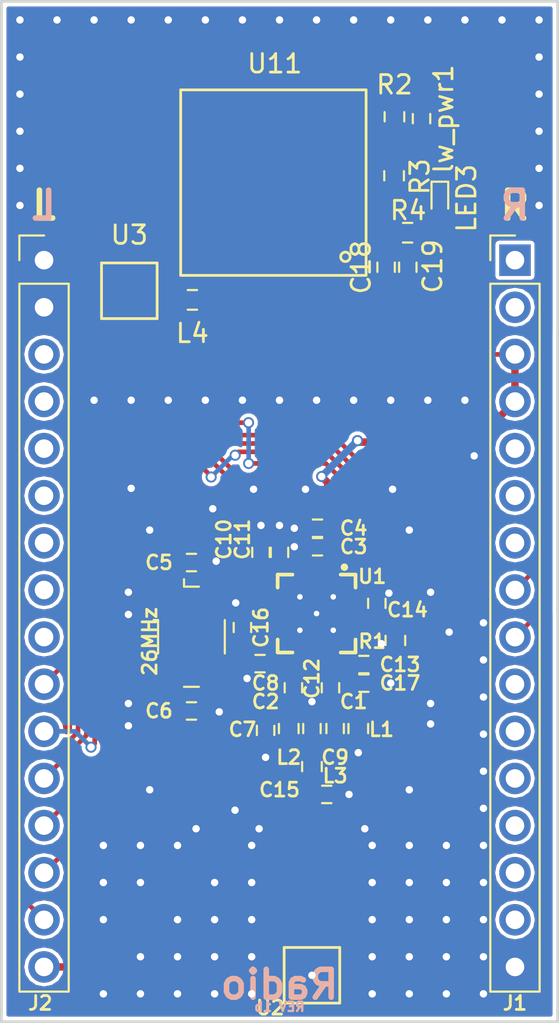
<source format=kicad_pcb>
(kicad_pcb (version 4) (host pcbnew 4.0.7)

  (general
    (links 107)
    (no_connects 39)
    (area 60.150001 62.3 133.85 132.700001)
    (thickness 1.6)
    (drawings 27)
    (tracks 582)
    (zones 0)
    (modules 36)
    (nets 55)
  )

  (page A4)
  (title_block
    (title "RF board")
    (rev V01)
  )

  (layers
    (0 F.Cu signal)
    (31 B.Cu signal)
    (32 B.Adhes user)
    (33 F.Adhes user)
    (34 B.Paste user)
    (35 F.Paste user)
    (36 B.SilkS user)
    (37 F.SilkS user)
    (38 B.Mask user)
    (39 F.Mask user)
    (40 Dwgs.User user hide)
    (41 Cmts.User user)
    (42 Eco1.User user)
    (43 Eco2.User user)
    (44 Edge.Cuts user)
    (45 Margin user hide)
    (46 B.CrtYd user)
    (47 F.CrtYd user)
    (48 B.Fab user)
    (49 F.Fab user hide)
  )

  (setup
    (last_trace_width 0.25)
    (user_trace_width 0.4)
    (user_trace_width 0.5)
    (user_trace_width 0.8)
    (user_trace_width 1.2)
    (trace_clearance 0.2)
    (zone_clearance 0.2)
    (zone_45_only yes)
    (trace_min 0.2)
    (segment_width 0.1)
    (edge_width 0.15)
    (via_size 0.6)
    (via_drill 0.4)
    (via_min_size 0.4)
    (via_min_drill 0.3)
    (user_via 0.5 0.3)
    (uvia_size 0.3)
    (uvia_drill 0.1)
    (uvias_allowed no)
    (uvia_min_size 0.2)
    (uvia_min_drill 0.1)
    (pcb_text_width 0.3)
    (pcb_text_size 1.5 1.5)
    (mod_edge_width 0.15)
    (mod_text_size 1 1)
    (mod_text_width 0.15)
    (pad_size 0.6 0.6)
    (pad_drill 0)
    (pad_to_mask_clearance 0)
    (aux_axis_origin 0 0)
    (visible_elements 7FFFFFFF)
    (pcbplotparams
      (layerselection 0x010fc_80000001)
      (usegerberextensions true)
      (excludeedgelayer true)
      (linewidth 0.100000)
      (plotframeref false)
      (viasonmask false)
      (mode 1)
      (useauxorigin false)
      (hpglpennumber 1)
      (hpglpenspeed 20)
      (hpglpendiameter 15)
      (hpglpenoverlay 2)
      (psnegative false)
      (psa4output false)
      (plotreference true)
      (plotvalue true)
      (plotinvisibletext false)
      (padsonsilk false)
      (subtractmaskfromsilk false)
      (outputformat 1)
      (mirror false)
      (drillshape 0)
      (scaleselection 1)
      (outputdirectory Output/))
  )

  (net 0 "")
  (net 1 XOSC_Q1)
  (net 2 XOSC_Q2)
  (net 3 RF_N)
  (net 4 "Net-(C1-Pad2)")
  (net 5 "Net-(C2-Pad1)")
  (net 6 RF_P)
  (net 7 AVDD)
  (net 8 PWR_GND)
  (net 9 "Net-(C12-Pad1)")
  (net 10 DCOUPL)
  (net 11 "Net-(C15-Pad1)")
  (net 12 "Net-(R1-Pad1)")
  (net 13 "Net-(J1-Pad1)")
  (net 14 "Net-(J1-Pad2)")
  (net 15 "Net-(J1-Pad5)")
  (net 16 "Net-(J1-Pad6)")
  (net 17 "Net-(J1-Pad7)")
  (net 18 "Net-(J1-Pad11)")
  (net 19 "Net-(J1-Pad12)")
  (net 20 "Net-(J1-Pad13)")
  (net 21 "Net-(J1-Pad14)")
  (net 22 "Net-(J1-Pad15)")
  (net 23 "Net-(J2-Pad3)")
  (net 24 "Net-(J2-Pad4)")
  (net 25 "Net-(J2-Pad5)")
  (net 26 "Net-(J2-Pad6)")
  (net 27 "Net-(J2-Pad7)")
  (net 28 "Net-(J2-Pad8)")
  (net 29 "Net-(J2-Pad9)")
  (net 30 PE4/GD02)
  (net 31 PE5/GDO0)
  (net 32 PD0/SCLK)
  (net 33 PD1/CSn)
  (net 34 "PD2/SO(GDO1)")
  (net 35 PD3/SI)
  (net 36 /GPS/RSTN)
  (net 37 RX)
  (net 38 TX)
  (net 39 /GPS/RFIN)
  (net 40 "Net-(LED3-Pad1)")
  (net 41 /GPS/BTSEL)
  (net 42 NAV)
  (net 43 GPIO1)
  (net 44 GPIO2)
  (net 45 "Net-(U11-Pad4)")
  (net 46 "Net-(U11-Pad17)")
  (net 47 VBAT)
  (net 48 CS)
  (net 49 CLK)
  (net 50 PPS)
  (net 51 MISO)
  (net 52 MOSI)
  (net 53 "Net-(J1-Pad10)")
  (net 54 GPIO24)

  (net_class Default "This is the default net class."
    (clearance 0.2)
    (trace_width 0.25)
    (via_dia 0.6)
    (via_drill 0.4)
    (uvia_dia 0.3)
    (uvia_drill 0.1)
    (add_net /GPS/BTSEL)
    (add_net /GPS/RFIN)
    (add_net /GPS/RSTN)
    (add_net AVDD)
    (add_net CLK)
    (add_net CS)
    (add_net DCOUPL)
    (add_net GPIO1)
    (add_net GPIO2)
    (add_net GPIO24)
    (add_net MISO)
    (add_net MOSI)
    (add_net NAV)
    (add_net "Net-(C1-Pad2)")
    (add_net "Net-(C12-Pad1)")
    (add_net "Net-(C15-Pad1)")
    (add_net "Net-(C2-Pad1)")
    (add_net "Net-(J1-Pad1)")
    (add_net "Net-(J1-Pad10)")
    (add_net "Net-(J1-Pad11)")
    (add_net "Net-(J1-Pad12)")
    (add_net "Net-(J1-Pad13)")
    (add_net "Net-(J1-Pad14)")
    (add_net "Net-(J1-Pad15)")
    (add_net "Net-(J1-Pad2)")
    (add_net "Net-(J1-Pad5)")
    (add_net "Net-(J1-Pad6)")
    (add_net "Net-(J1-Pad7)")
    (add_net "Net-(J2-Pad3)")
    (add_net "Net-(J2-Pad4)")
    (add_net "Net-(J2-Pad5)")
    (add_net "Net-(J2-Pad6)")
    (add_net "Net-(J2-Pad7)")
    (add_net "Net-(J2-Pad8)")
    (add_net "Net-(J2-Pad9)")
    (add_net "Net-(LED3-Pad1)")
    (add_net "Net-(R1-Pad1)")
    (add_net "Net-(U11-Pad17)")
    (add_net "Net-(U11-Pad4)")
    (add_net PD0/SCLK)
    (add_net PD1/CSn)
    (add_net "PD2/SO(GDO1)")
    (add_net PD3/SI)
    (add_net PE4/GD02)
    (add_net PE5/GDO0)
    (add_net PPS)
    (add_net PWR_GND)
    (add_net RF_N)
    (add_net RF_P)
    (add_net RX)
    (add_net TX)
    (add_net VBAT)
    (add_net XOSC_Q1)
    (add_net XOSC_Q2)
  )

  (module Inductors_SMD:L_0402 (layer F.Cu) (tedit 5B4D1D53) (tstamp 5B4C4DF1)
    (at 104.25 111.7 270)
    (descr "Resistor SMD 0402, reflow soldering, Vishay (see dcrcw.pdf)")
    (tags "resistor 0402")
    (path /5B4AAB46)
    (attr smd)
    (fp_text reference L1 (at 0.05 -1.25 360) (layer F.SilkS)
      (effects (font (size 0.75 0.75) (thickness 0.15)))
    )
    (fp_text value 1,2nH (at 0 1.8 270) (layer F.Fab)
      (effects (font (size 1 1) (thickness 0.15)))
    )
    (fp_text user %R (at 0 0 270) (layer F.Fab)
      (effects (font (size 0.2 0.2) (thickness 0.03)))
    )
    (fp_line (start -0.5 0.25) (end -0.5 -0.25) (layer F.Fab) (width 0.1))
    (fp_line (start 0.5 0.25) (end -0.5 0.25) (layer F.Fab) (width 0.1))
    (fp_line (start 0.5 -0.25) (end 0.5 0.25) (layer F.Fab) (width 0.1))
    (fp_line (start -0.5 -0.25) (end 0.5 -0.25) (layer F.Fab) (width 0.1))
    (fp_line (start -0.95 -0.65) (end 0.95 -0.65) (layer F.CrtYd) (width 0.05))
    (fp_line (start -0.95 0.65) (end 0.95 0.65) (layer F.CrtYd) (width 0.05))
    (fp_line (start -0.95 -0.65) (end -0.95 0.65) (layer F.CrtYd) (width 0.05))
    (fp_line (start 0.95 -0.65) (end 0.95 0.65) (layer F.CrtYd) (width 0.05))
    (fp_line (start 0.25 -0.53) (end -0.25 -0.53) (layer F.SilkS) (width 0.12))
    (fp_line (start -0.25 0.53) (end 0.25 0.53) (layer F.SilkS) (width 0.12))
    (pad 1 smd rect (at -0.45 0 270) (size 0.4 0.6) (layers F.Cu F.Paste F.Mask)
      (net 4 "Net-(C1-Pad2)"))
    (pad 2 smd rect (at 0.45 0 270) (size 0.4 0.6) (layers F.Cu F.Paste F.Mask)
      (net 8 PWR_GND))
    (model ${KISYS3DMOD}/Inductors_SMD.3dshapes/L_0402.wrl
      (at (xyz 0 0 0))
      (scale (xyz 1 1 1))
      (rotate (xyz 0 0 0))
    )
  )

  (module Pin_Headers:Pin_Header_Straight_1x16_Pitch2.54mm locked (layer F.Cu) (tedit 5B4EB02D) (tstamp 5B4D0E41)
    (at 87.3 86.45)
    (descr "Through hole straight pin header, 1x16, 2.54mm pitch, single row")
    (tags "Through hole pin header THT 1x16 2.54mm single row")
    (path /5B4D1D16)
    (fp_text reference J2 (at -0.2 40.05) (layer F.SilkS)
      (effects (font (size 0.75 0.75) (thickness 0.15)))
    )
    (fp_text value CONN_Left (at 0 40.43) (layer F.Fab)
      (effects (font (size 1 1) (thickness 0.15)))
    )
    (fp_line (start -0.635 -1.27) (end 1.27 -1.27) (layer F.Fab) (width 0.1))
    (fp_line (start 1.27 -1.27) (end 1.27 39.37) (layer F.Fab) (width 0.1))
    (fp_line (start 1.27 39.37) (end -1.27 39.37) (layer F.Fab) (width 0.1))
    (fp_line (start -1.27 39.37) (end -1.27 -0.635) (layer F.Fab) (width 0.1))
    (fp_line (start -1.27 -0.635) (end -0.635 -1.27) (layer F.Fab) (width 0.1))
    (fp_line (start -1.33 39.43) (end 1.33 39.43) (layer F.SilkS) (width 0.12))
    (fp_line (start -1.33 1.27) (end -1.33 39.43) (layer F.SilkS) (width 0.12))
    (fp_line (start 1.33 1.27) (end 1.33 39.43) (layer F.SilkS) (width 0.12))
    (fp_line (start -1.33 1.27) (end 1.33 1.27) (layer F.SilkS) (width 0.12))
    (fp_line (start -1.33 0) (end -1.33 -1.33) (layer F.SilkS) (width 0.12))
    (fp_line (start -1.33 -1.33) (end 0 -1.33) (layer F.SilkS) (width 0.12))
    (fp_line (start -1.8 -1.8) (end -1.8 39.9) (layer F.CrtYd) (width 0.05))
    (fp_line (start -1.8 39.9) (end 1.8 39.9) (layer F.CrtYd) (width 0.05))
    (fp_line (start 1.8 39.9) (end 1.8 -1.8) (layer F.CrtYd) (width 0.05))
    (fp_line (start 1.8 -1.8) (end -1.8 -1.8) (layer F.CrtYd) (width 0.05))
    (fp_text user %R (at 0 19.05 90) (layer F.Fab)
      (effects (font (size 1 1) (thickness 0.15)))
    )
    (pad 1 thru_hole rect (at 0 0) (size 1.7 1.7) (drill 1) (layers *.Cu *.Mask)
      (net 8 PWR_GND))
    (pad 2 thru_hole oval (at 0 2.54) (size 1.7 1.7) (drill 1) (layers *.Cu *.Mask)
      (net 8 PWR_GND))
    (pad 3 thru_hole oval (at 0 5.08) (size 1.7 1.7) (drill 1) (layers *.Cu *.Mask)
      (net 23 "Net-(J2-Pad3)"))
    (pad 4 thru_hole oval (at 0 7.62) (size 1.7 1.7) (drill 1) (layers *.Cu *.Mask)
      (net 24 "Net-(J2-Pad4)"))
    (pad 5 thru_hole oval (at 0 10.16) (size 1.7 1.7) (drill 1) (layers *.Cu *.Mask)
      (net 25 "Net-(J2-Pad5)"))
    (pad 6 thru_hole oval (at 0 12.7) (size 1.7 1.7) (drill 1) (layers *.Cu *.Mask)
      (net 26 "Net-(J2-Pad6)"))
    (pad 7 thru_hole oval (at 0 15.24) (size 1.7 1.7) (drill 1) (layers *.Cu *.Mask)
      (net 27 "Net-(J2-Pad7)"))
    (pad 8 thru_hole oval (at 0 17.78) (size 1.7 1.7) (drill 1) (layers *.Cu *.Mask)
      (net 28 "Net-(J2-Pad8)"))
    (pad 9 thru_hole oval (at 0 20.32) (size 1.7 1.7) (drill 1) (layers *.Cu *.Mask)
      (net 29 "Net-(J2-Pad9)"))
    (pad 10 thru_hole oval (at 0 22.86) (size 1.7 1.7) (drill 1) (layers *.Cu *.Mask)
      (net 30 PE4/GD02))
    (pad 11 thru_hole oval (at 0 25.4) (size 1.7 1.7) (drill 1) (layers *.Cu *.Mask)
      (net 31 PE5/GDO0))
    (pad 12 thru_hole oval (at 0 27.94) (size 1.7 1.7) (drill 1) (layers *.Cu *.Mask)
      (net 32 PD0/SCLK))
    (pad 13 thru_hole oval (at 0 30.48) (size 1.7 1.7) (drill 1) (layers *.Cu *.Mask)
      (net 33 PD1/CSn))
    (pad 14 thru_hole oval (at 0 33.02) (size 1.7 1.7) (drill 1) (layers *.Cu *.Mask)
      (net 34 "PD2/SO(GDO1)"))
    (pad 15 thru_hole oval (at 0 35.56) (size 1.7 1.7) (drill 1) (layers *.Cu *.Mask)
      (net 35 PD3/SI))
    (pad 16 thru_hole oval (at 0 38.1) (size 1.7 1.7) (drill 1) (layers *.Cu *.Mask)
      (net 7 AVDD))
    (model ${KISYS3DMOD}/Pin_Headers.3dshapes/Pin_Header_Straight_1x16_Pitch2.54mm.wrl
      (at (xyz 0 0 0))
      (scale (xyz 1 1 1))
      (rotate (xyz 0 0 0))
    )
  )

  (module Crystals:Crystal_SMD_Abracon_ABM3B-4pin_5.0x3.2mm (layer F.Cu) (tedit 5B4D5E52) (tstamp 5B4C4D85)
    (at 95.25 106.75 270)
    (descr "Abracon Miniature Ceramic Smd Crystal ABM3B http://www.abracon.com/Resonators/abm3b.pdf, 5.0x3.2mm^2 package")
    (tags "SMD SMT crystal")
    (path /5B4AA2E3)
    (attr smd)
    (fp_text reference 26Mhtz1 (at 0 0 360) (layer F.SilkS) hide
      (effects (font (size 0.75 0.75) (thickness 0.15)))
    )
    (fp_text value Crystal (at 0 2.8 270) (layer F.Fab)
      (effects (font (size 1 1) (thickness 0.15)))
    )
    (fp_text user %R (at 0.73 3.74 270) (layer F.Fab)
      (effects (font (size 1 1) (thickness 0.15)))
    )
    (fp_line (start -2.3 -1.6) (end 2.3 -1.6) (layer F.Fab) (width 0.1))
    (fp_line (start 2.3 -1.6) (end 2.5 -1.4) (layer F.Fab) (width 0.1))
    (fp_line (start 2.5 -1.4) (end 2.5 1.4) (layer F.Fab) (width 0.1))
    (fp_line (start 2.5 1.4) (end 2.3 1.6) (layer F.Fab) (width 0.1))
    (fp_line (start 2.3 1.6) (end -2.3 1.6) (layer F.Fab) (width 0.1))
    (fp_line (start -2.3 1.6) (end -2.5 1.4) (layer F.Fab) (width 0.1))
    (fp_line (start -2.5 1.4) (end -2.5 -1.4) (layer F.Fab) (width 0.1))
    (fp_line (start -2.5 -1.4) (end -2.3 -1.6) (layer F.Fab) (width 0.1))
    (fp_line (start -2.5 0.6) (end -1.5 1.6) (layer F.Fab) (width 0.1))
    (fp_line (start -3.1 0.4) (end -2.7 0.4) (layer F.SilkS) (width 0.12))
    (fp_line (start -2.7 0.4) (end -2.7 -0.4) (layer F.SilkS) (width 0.12))
    (fp_line (start 2.7 -0.4) (end 2.7 0.4) (layer F.SilkS) (width 0.12))
    (fp_line (start -0.9 -1.8) (end 0.9 -1.8) (layer F.SilkS) (width 0.12))
    (fp_line (start 0.9 1.8) (end -0.9 1.8) (layer F.SilkS) (width 0.12))
    (fp_line (start -0.9 1.8) (end -0.9 2.04) (layer F.SilkS) (width 0.12))
    (fp_line (start -3.2 -2.1) (end -3.2 2.1) (layer F.CrtYd) (width 0.05))
    (fp_line (start -3.2 2.1) (end 3.2 2.1) (layer F.CrtYd) (width 0.05))
    (fp_line (start 3.2 2.1) (end 3.2 -2.1) (layer F.CrtYd) (width 0.05))
    (fp_line (start 3.2 -2.1) (end -3.2 -2.1) (layer F.CrtYd) (width 0.05))
    (fp_circle (center 0 0) (end 0.5 0) (layer F.Adhes) (width 0.1))
    (fp_circle (center 0 0) (end 0.416667 0) (layer F.Adhes) (width 0.166667))
    (fp_circle (center 0 0) (end 0.266667 0) (layer F.Adhes) (width 0.166667))
    (fp_circle (center 0 0) (end 0.116667 0) (layer F.Adhes) (width 0.233333))
    (pad 1 smd rect (at -2 1.2 270) (size 1.8 1.2) (layers F.Cu F.Paste F.Mask)
      (net 1 XOSC_Q1))
    (pad 2 smd rect (at 2 1.2 270) (size 1.8 1.2) (layers F.Cu F.Paste F.Mask)
      (net 2 XOSC_Q2))
    (pad 3 smd rect (at 2 -1.2 270) (size 1.8 1.2) (layers F.Cu F.Paste F.Mask))
    (pad 4 smd rect (at -2 -1.2 270) (size 1.8 1.2) (layers F.Cu F.Paste F.Mask))
    (model ${KISYS3DMOD}/Crystals.3dshapes/Crystal_SMD_Abracon_ABM3B-4pin_5.0x3.2mm.wrl
      (at (xyz 0 0 0))
      (scale (xyz 1 1 1))
      (rotate (xyz 0 0 0))
    )
  )

  (module Capacitors_SMD:C_0402 (layer F.Cu) (tedit 5B4D1D4C) (tstamp 5B4C4D8B)
    (at 102.75 109.5 270)
    (descr "Capacitor SMD 0402, reflow soldering, AVX (see smccp.pdf)")
    (tags "capacitor 0402")
    (path /5B4AAA24)
    (attr smd)
    (fp_text reference C1 (at 0.75 -1.25 360) (layer F.SilkS)
      (effects (font (size 0.75 0.75) (thickness 0.15)))
    )
    (fp_text value 100pF (at 7.7089 -3.4036 270) (layer F.Fab)
      (effects (font (size 1 1) (thickness 0.15)))
    )
    (fp_text user %R (at 0 -1.27 270) (layer F.Fab)
      (effects (font (size 1 1) (thickness 0.15)))
    )
    (fp_line (start -0.5 0.25) (end -0.5 -0.25) (layer F.Fab) (width 0.1))
    (fp_line (start 0.5 0.25) (end -0.5 0.25) (layer F.Fab) (width 0.1))
    (fp_line (start 0.5 -0.25) (end 0.5 0.25) (layer F.Fab) (width 0.1))
    (fp_line (start -0.5 -0.25) (end 0.5 -0.25) (layer F.Fab) (width 0.1))
    (fp_line (start 0.25 -0.47) (end -0.25 -0.47) (layer F.SilkS) (width 0.12))
    (fp_line (start -0.25 0.47) (end 0.25 0.47) (layer F.SilkS) (width 0.12))
    (fp_line (start -1 -0.4) (end 1 -0.4) (layer F.CrtYd) (width 0.05))
    (fp_line (start -1 -0.4) (end -1 0.4) (layer F.CrtYd) (width 0.05))
    (fp_line (start 1 0.4) (end 1 -0.4) (layer F.CrtYd) (width 0.05))
    (fp_line (start 1 0.4) (end -1 0.4) (layer F.CrtYd) (width 0.05))
    (pad 1 smd rect (at -0.55 0 270) (size 0.6 0.5) (layers F.Cu F.Paste F.Mask)
      (net 3 RF_N))
    (pad 2 smd rect (at 0.55 0 270) (size 0.6 0.5) (layers F.Cu F.Paste F.Mask)
      (net 4 "Net-(C1-Pad2)"))
    (model Capacitors_SMD.3dshapes/C_0402.wrl
      (at (xyz 0 0 0))
      (scale (xyz 1 1 1))
      (rotate (xyz 0 0 0))
    )
  )

  (module Capacitors_SMD:C_0402 (layer F.Cu) (tedit 5B4D1D46) (tstamp 5B4C4D91)
    (at 100.75 109.5 90)
    (descr "Capacitor SMD 0402, reflow soldering, AVX (see smccp.pdf)")
    (tags "capacitor 0402")
    (path /5B4AAAF9)
    (attr smd)
    (fp_text reference C2 (at -0.75 -1.5 180) (layer F.SilkS)
      (effects (font (size 0.75 0.75) (thickness 0.15)))
    )
    (fp_text value 100pF (at 0 1.27 90) (layer F.Fab)
      (effects (font (size 1 1) (thickness 0.15)))
    )
    (fp_text user %R (at 0 -1.27 90) (layer F.Fab)
      (effects (font (size 1 1) (thickness 0.15)))
    )
    (fp_line (start -0.5 0.25) (end -0.5 -0.25) (layer F.Fab) (width 0.1))
    (fp_line (start 0.5 0.25) (end -0.5 0.25) (layer F.Fab) (width 0.1))
    (fp_line (start 0.5 -0.25) (end 0.5 0.25) (layer F.Fab) (width 0.1))
    (fp_line (start -0.5 -0.25) (end 0.5 -0.25) (layer F.Fab) (width 0.1))
    (fp_line (start 0.25 -0.47) (end -0.25 -0.47) (layer F.SilkS) (width 0.12))
    (fp_line (start -0.25 0.47) (end 0.25 0.47) (layer F.SilkS) (width 0.12))
    (fp_line (start -1 -0.4) (end 1 -0.4) (layer F.CrtYd) (width 0.05))
    (fp_line (start -1 -0.4) (end -1 0.4) (layer F.CrtYd) (width 0.05))
    (fp_line (start 1 0.4) (end 1 -0.4) (layer F.CrtYd) (width 0.05))
    (fp_line (start 1 0.4) (end -1 0.4) (layer F.CrtYd) (width 0.05))
    (pad 1 smd rect (at -0.55 0 90) (size 0.6 0.5) (layers F.Cu F.Paste F.Mask)
      (net 5 "Net-(C2-Pad1)"))
    (pad 2 smd rect (at 0.55 0 90) (size 0.6 0.5) (layers F.Cu F.Paste F.Mask)
      (net 6 RF_P))
    (model Capacitors_SMD.3dshapes/C_0402.wrl
      (at (xyz 0 0 0))
      (scale (xyz 1 1 1))
      (rotate (xyz 0 0 0))
    )
  )

  (module Capacitors_SMD:C_0402 (layer F.Cu) (tedit 5B4D1E20) (tstamp 5B4C4D97)
    (at 102.05 101.9 180)
    (descr "Capacitor SMD 0402, reflow soldering, AVX (see smccp.pdf)")
    (tags "capacitor 0402")
    (path /5B4C3A3C)
    (attr smd)
    (fp_text reference C3 (at -1.95 0 180) (layer F.SilkS)
      (effects (font (size 0.75 0.75) (thickness 0.15)))
    )
    (fp_text value 0.1μF (at 0 1.27 180) (layer F.Fab)
      (effects (font (size 1 1) (thickness 0.15)))
    )
    (fp_text user %R (at 0 -1.27 180) (layer F.Fab)
      (effects (font (size 1 1) (thickness 0.15)))
    )
    (fp_line (start -0.5 0.25) (end -0.5 -0.25) (layer F.Fab) (width 0.1))
    (fp_line (start 0.5 0.25) (end -0.5 0.25) (layer F.Fab) (width 0.1))
    (fp_line (start 0.5 -0.25) (end 0.5 0.25) (layer F.Fab) (width 0.1))
    (fp_line (start -0.5 -0.25) (end 0.5 -0.25) (layer F.Fab) (width 0.1))
    (fp_line (start 0.25 -0.47) (end -0.25 -0.47) (layer F.SilkS) (width 0.12))
    (fp_line (start -0.25 0.47) (end 0.25 0.47) (layer F.SilkS) (width 0.12))
    (fp_line (start -1 -0.4) (end 1 -0.4) (layer F.CrtYd) (width 0.05))
    (fp_line (start -1 -0.4) (end -1 0.4) (layer F.CrtYd) (width 0.05))
    (fp_line (start 1 0.4) (end 1 -0.4) (layer F.CrtYd) (width 0.05))
    (fp_line (start 1 0.4) (end -1 0.4) (layer F.CrtYd) (width 0.05))
    (pad 1 smd rect (at -0.55 0 180) (size 0.6 0.5) (layers F.Cu F.Paste F.Mask)
      (net 7 AVDD))
    (pad 2 smd rect (at 0.55 0 180) (size 0.6 0.5) (layers F.Cu F.Paste F.Mask)
      (net 8 PWR_GND))
    (model Capacitors_SMD.3dshapes/C_0402.wrl
      (at (xyz 0 0 0))
      (scale (xyz 1 1 1))
      (rotate (xyz 0 0 0))
    )
  )

  (module Capacitors_SMD:C_0402 (layer F.Cu) (tedit 5B4D1E24) (tstamp 5B4C4D9D)
    (at 102.05 100.9 180)
    (descr "Capacitor SMD 0402, reflow soldering, AVX (see smccp.pdf)")
    (tags "capacitor 0402")
    (path /5B4C3AA5)
    (attr smd)
    (fp_text reference C4 (at -1.95 0 180) (layer F.SilkS)
      (effects (font (size 0.75 0.75) (thickness 0.15)))
    )
    (fp_text value 47pF (at 0 1.27 180) (layer F.Fab)
      (effects (font (size 1 1) (thickness 0.15)))
    )
    (fp_text user %R (at 0 -1.27 180) (layer F.Fab)
      (effects (font (size 1 1) (thickness 0.15)))
    )
    (fp_line (start -0.5 0.25) (end -0.5 -0.25) (layer F.Fab) (width 0.1))
    (fp_line (start 0.5 0.25) (end -0.5 0.25) (layer F.Fab) (width 0.1))
    (fp_line (start 0.5 -0.25) (end 0.5 0.25) (layer F.Fab) (width 0.1))
    (fp_line (start -0.5 -0.25) (end 0.5 -0.25) (layer F.Fab) (width 0.1))
    (fp_line (start 0.25 -0.47) (end -0.25 -0.47) (layer F.SilkS) (width 0.12))
    (fp_line (start -0.25 0.47) (end 0.25 0.47) (layer F.SilkS) (width 0.12))
    (fp_line (start -1 -0.4) (end 1 -0.4) (layer F.CrtYd) (width 0.05))
    (fp_line (start -1 -0.4) (end -1 0.4) (layer F.CrtYd) (width 0.05))
    (fp_line (start 1 0.4) (end 1 -0.4) (layer F.CrtYd) (width 0.05))
    (fp_line (start 1 0.4) (end -1 0.4) (layer F.CrtYd) (width 0.05))
    (pad 1 smd rect (at -0.55 0 180) (size 0.6 0.5) (layers F.Cu F.Paste F.Mask)
      (net 7 AVDD))
    (pad 2 smd rect (at 0.55 0 180) (size 0.6 0.5) (layers F.Cu F.Paste F.Mask)
      (net 8 PWR_GND))
    (model Capacitors_SMD.3dshapes/C_0402.wrl
      (at (xyz 0 0 0))
      (scale (xyz 1 1 1))
      (rotate (xyz 0 0 0))
    )
  )

  (module Capacitors_SMD:C_0402 (layer F.Cu) (tedit 5B4D1357) (tstamp 5B4C4DA3)
    (at 95.25 102.75)
    (descr "Capacitor SMD 0402, reflow soldering, AVX (see smccp.pdf)")
    (tags "capacitor 0402")
    (path /5B4AA1D2)
    (attr smd)
    (fp_text reference C5 (at -1.75 0) (layer F.SilkS)
      (effects (font (size 0.75 0.75) (thickness 0.15)))
    )
    (fp_text value 27pF (at 0 1.27) (layer F.Fab)
      (effects (font (size 1 1) (thickness 0.15)))
    )
    (fp_text user %R (at 0 -1.27) (layer F.Fab)
      (effects (font (size 1 1) (thickness 0.15)))
    )
    (fp_line (start -0.5 0.25) (end -0.5 -0.25) (layer F.Fab) (width 0.1))
    (fp_line (start 0.5 0.25) (end -0.5 0.25) (layer F.Fab) (width 0.1))
    (fp_line (start 0.5 -0.25) (end 0.5 0.25) (layer F.Fab) (width 0.1))
    (fp_line (start -0.5 -0.25) (end 0.5 -0.25) (layer F.Fab) (width 0.1))
    (fp_line (start 0.25 -0.47) (end -0.25 -0.47) (layer F.SilkS) (width 0.12))
    (fp_line (start -0.25 0.47) (end 0.25 0.47) (layer F.SilkS) (width 0.12))
    (fp_line (start -1 -0.4) (end 1 -0.4) (layer F.CrtYd) (width 0.05))
    (fp_line (start -1 -0.4) (end -1 0.4) (layer F.CrtYd) (width 0.05))
    (fp_line (start 1 0.4) (end 1 -0.4) (layer F.CrtYd) (width 0.05))
    (fp_line (start 1 0.4) (end -1 0.4) (layer F.CrtYd) (width 0.05))
    (pad 1 smd rect (at -0.55 0) (size 0.6 0.5) (layers F.Cu F.Paste F.Mask)
      (net 1 XOSC_Q1))
    (pad 2 smd rect (at 0.55 0) (size 0.6 0.5) (layers F.Cu F.Paste F.Mask)
      (net 8 PWR_GND))
    (model Capacitors_SMD.3dshapes/C_0402.wrl
      (at (xyz 0 0 0))
      (scale (xyz 1 1 1))
      (rotate (xyz 0 0 0))
    )
  )

  (module Capacitors_SMD:C_0402 (layer F.Cu) (tedit 5B527E3D) (tstamp 5B4C4DA9)
    (at 95.25 110.75 180)
    (descr "Capacitor SMD 0402, reflow soldering, AVX (see smccp.pdf)")
    (tags "capacitor 0402")
    (path /5B4AA288)
    (attr smd)
    (fp_text reference C6 (at 1.75 0 180) (layer F.SilkS)
      (effects (font (size 0.75 0.75) (thickness 0.15)))
    )
    (fp_text value 27pF (at 0 1.27 180) (layer F.Fab)
      (effects (font (size 1 1) (thickness 0.15)))
    )
    (fp_text user %R (at 0 -1.27 180) (layer F.Fab)
      (effects (font (size 1 1) (thickness 0.15)))
    )
    (fp_line (start -0.5 0.25) (end -0.5 -0.25) (layer F.Fab) (width 0.1))
    (fp_line (start 0.5 0.25) (end -0.5 0.25) (layer F.Fab) (width 0.1))
    (fp_line (start 0.5 -0.25) (end 0.5 0.25) (layer F.Fab) (width 0.1))
    (fp_line (start -0.5 -0.25) (end 0.5 -0.25) (layer F.Fab) (width 0.1))
    (fp_line (start 0.25 -0.47) (end -0.25 -0.47) (layer F.SilkS) (width 0.12))
    (fp_line (start -0.25 0.47) (end 0.25 0.47) (layer F.SilkS) (width 0.12))
    (fp_line (start -1 -0.4) (end 1 -0.4) (layer F.CrtYd) (width 0.05))
    (fp_line (start -1 -0.4) (end -1 0.4) (layer F.CrtYd) (width 0.05))
    (fp_line (start 1 0.4) (end 1 -0.4) (layer F.CrtYd) (width 0.05))
    (fp_line (start 1 0.4) (end -1 0.4) (layer F.CrtYd) (width 0.05))
    (pad 1 smd rect (at -0.55 0 180) (size 0.6 0.5) (layers F.Cu F.Paste F.Mask)
      (net 8 PWR_GND))
    (pad 2 smd rect (at 0.55 0 180) (size 0.6 0.5) (layers F.Cu F.Paste F.Mask)
      (net 2 XOSC_Q2))
    (model Capacitors_SMD.3dshapes/C_0402.wrl
      (at (xyz 0 0 0))
      (scale (xyz 1 1 1))
      (rotate (xyz 0 0 0))
    )
  )

  (module Capacitors_SMD:C_0402 (layer F.Cu) (tedit 5B52661A) (tstamp 5B4C4DAF)
    (at 99.25 111.8 270)
    (descr "Capacitor SMD 0402, reflow soldering, AVX (see smccp.pdf)")
    (tags "capacitor 0402")
    (path /5B4AB24E)
    (attr smd)
    (fp_text reference C7 (at -0.05 1.25 360) (layer F.SilkS)
      (effects (font (size 0.75 0.75) (thickness 0.15)))
    )
    (fp_text value 1.0pF (at 0 1.27 270) (layer F.Fab)
      (effects (font (size 1 1) (thickness 0.15)))
    )
    (fp_text user %R (at 0 -1.27 270) (layer F.Fab)
      (effects (font (size 1 1) (thickness 0.15)))
    )
    (fp_line (start -0.5 0.25) (end -0.5 -0.25) (layer F.Fab) (width 0.1))
    (fp_line (start 0.5 0.25) (end -0.5 0.25) (layer F.Fab) (width 0.1))
    (fp_line (start 0.5 -0.25) (end 0.5 0.25) (layer F.Fab) (width 0.1))
    (fp_line (start -0.5 -0.25) (end 0.5 -0.25) (layer F.Fab) (width 0.1))
    (fp_line (start 0.25 -0.47) (end -0.25 -0.47) (layer F.SilkS) (width 0.12))
    (fp_line (start -0.25 0.47) (end 0.25 0.47) (layer F.SilkS) (width 0.12))
    (fp_line (start -1 -0.4) (end 1 -0.4) (layer F.CrtYd) (width 0.05))
    (fp_line (start -1 -0.4) (end -1 0.4) (layer F.CrtYd) (width 0.05))
    (fp_line (start 1 0.4) (end 1 -0.4) (layer F.CrtYd) (width 0.05))
    (fp_line (start 1 0.4) (end -1 0.4) (layer F.CrtYd) (width 0.05))
    (pad 1 smd rect (at -0.55 0 270) (size 0.6 0.5) (layers F.Cu F.Paste F.Mask)
      (net 5 "Net-(C2-Pad1)"))
    (pad 2 smd rect (at 0.55 0 270) (size 0.6 0.5) (layers F.Cu F.Paste F.Mask)
      (net 8 PWR_GND))
    (model Capacitors_SMD.3dshapes/C_0402.wrl
      (at (xyz 0 0 0))
      (scale (xyz 1 1 1))
      (rotate (xyz 0 0 0))
    )
  )

  (module Capacitors_SMD:C_0402 (layer F.Cu) (tedit 5B4D1D42) (tstamp 5B4C4DB5)
    (at 98.95 108.2 180)
    (descr "Capacitor SMD 0402, reflow soldering, AVX (see smccp.pdf)")
    (tags "capacitor 0402")
    (path /5B4C3DAB)
    (attr smd)
    (fp_text reference C8 (at -0.3 -1.05 180) (layer F.SilkS)
      (effects (font (size 0.75 0.75) (thickness 0.15)))
    )
    (fp_text value 0.1μF (at 0 1.27 180) (layer F.Fab)
      (effects (font (size 1 1) (thickness 0.15)))
    )
    (fp_text user %R (at 0 -1.27 180) (layer F.Fab)
      (effects (font (size 1 1) (thickness 0.15)))
    )
    (fp_line (start -0.5 0.25) (end -0.5 -0.25) (layer F.Fab) (width 0.1))
    (fp_line (start 0.5 0.25) (end -0.5 0.25) (layer F.Fab) (width 0.1))
    (fp_line (start 0.5 -0.25) (end 0.5 0.25) (layer F.Fab) (width 0.1))
    (fp_line (start -0.5 -0.25) (end 0.5 -0.25) (layer F.Fab) (width 0.1))
    (fp_line (start 0.25 -0.47) (end -0.25 -0.47) (layer F.SilkS) (width 0.12))
    (fp_line (start -0.25 0.47) (end 0.25 0.47) (layer F.SilkS) (width 0.12))
    (fp_line (start -1 -0.4) (end 1 -0.4) (layer F.CrtYd) (width 0.05))
    (fp_line (start -1 -0.4) (end -1 0.4) (layer F.CrtYd) (width 0.05))
    (fp_line (start 1 0.4) (end 1 -0.4) (layer F.CrtYd) (width 0.05))
    (fp_line (start 1 0.4) (end -1 0.4) (layer F.CrtYd) (width 0.05))
    (pad 1 smd rect (at -0.55 0 180) (size 0.6 0.5) (layers F.Cu F.Paste F.Mask)
      (net 7 AVDD))
    (pad 2 smd rect (at 0.55 0 180) (size 0.6 0.5) (layers F.Cu F.Paste F.Mask)
      (net 8 PWR_GND))
    (model Capacitors_SMD.3dshapes/C_0402.wrl
      (at (xyz 0 0 0))
      (scale (xyz 1 1 1))
      (rotate (xyz 0 0 0))
    )
  )

  (module Capacitors_SMD:C_0402 (layer F.Cu) (tedit 5B4D1D69) (tstamp 5B4C4DBB)
    (at 103 111.7 90)
    (descr "Capacitor SMD 0402, reflow soldering, AVX (see smccp.pdf)")
    (tags "capacitor 0402")
    (path /5B4AABEF)
    (attr smd)
    (fp_text reference C9 (at -1.55 0 360) (layer F.SilkS)
      (effects (font (size 0.75 0.75) (thickness 0.15)))
    )
    (fp_text value "1.0 pF" (at 0 1.27 90) (layer F.Fab)
      (effects (font (size 1 1) (thickness 0.15)))
    )
    (fp_text user %R (at 0 -1.27 90) (layer F.Fab)
      (effects (font (size 1 1) (thickness 0.15)))
    )
    (fp_line (start -0.5 0.25) (end -0.5 -0.25) (layer F.Fab) (width 0.1))
    (fp_line (start 0.5 0.25) (end -0.5 0.25) (layer F.Fab) (width 0.1))
    (fp_line (start 0.5 -0.25) (end 0.5 0.25) (layer F.Fab) (width 0.1))
    (fp_line (start -0.5 -0.25) (end 0.5 -0.25) (layer F.Fab) (width 0.1))
    (fp_line (start 0.25 -0.47) (end -0.25 -0.47) (layer F.SilkS) (width 0.12))
    (fp_line (start -0.25 0.47) (end 0.25 0.47) (layer F.SilkS) (width 0.12))
    (fp_line (start -1 -0.4) (end 1 -0.4) (layer F.CrtYd) (width 0.05))
    (fp_line (start -1 -0.4) (end -1 0.4) (layer F.CrtYd) (width 0.05))
    (fp_line (start 1 0.4) (end 1 -0.4) (layer F.CrtYd) (width 0.05))
    (fp_line (start 1 0.4) (end -1 0.4) (layer F.CrtYd) (width 0.05))
    (pad 1 smd rect (at -0.55 0 90) (size 0.6 0.5) (layers F.Cu F.Paste F.Mask)
      (net 9 "Net-(C12-Pad1)"))
    (pad 2 smd rect (at 0.55 0 90) (size 0.6 0.5) (layers F.Cu F.Paste F.Mask)
      (net 4 "Net-(C1-Pad2)"))
    (model Capacitors_SMD.3dshapes/C_0402.wrl
      (at (xyz 0 0 0))
      (scale (xyz 1 1 1))
      (rotate (xyz 0 0 0))
    )
  )

  (module Capacitors_SMD:C_0402 (layer F.Cu) (tedit 5B4D1E36) (tstamp 5B4C4DC1)
    (at 99 102.2 270)
    (descr "Capacitor SMD 0402, reflow soldering, AVX (see smccp.pdf)")
    (tags "capacitor 0402")
    (path /5B4C3B0D)
    (attr smd)
    (fp_text reference C10 (at -0.7 2 270) (layer F.SilkS)
      (effects (font (size 0.75 0.75) (thickness 0.15)))
    )
    (fp_text value 0.1μF (at 0 1.27 270) (layer F.Fab)
      (effects (font (size 1 1) (thickness 0.15)))
    )
    (fp_text user %R (at 0 -1.27 270) (layer F.Fab)
      (effects (font (size 1 1) (thickness 0.15)))
    )
    (fp_line (start -0.5 0.25) (end -0.5 -0.25) (layer F.Fab) (width 0.1))
    (fp_line (start 0.5 0.25) (end -0.5 0.25) (layer F.Fab) (width 0.1))
    (fp_line (start 0.5 -0.25) (end 0.5 0.25) (layer F.Fab) (width 0.1))
    (fp_line (start -0.5 -0.25) (end 0.5 -0.25) (layer F.Fab) (width 0.1))
    (fp_line (start 0.25 -0.47) (end -0.25 -0.47) (layer F.SilkS) (width 0.12))
    (fp_line (start -0.25 0.47) (end 0.25 0.47) (layer F.SilkS) (width 0.12))
    (fp_line (start -1 -0.4) (end 1 -0.4) (layer F.CrtYd) (width 0.05))
    (fp_line (start -1 -0.4) (end -1 0.4) (layer F.CrtYd) (width 0.05))
    (fp_line (start 1 0.4) (end 1 -0.4) (layer F.CrtYd) (width 0.05))
    (fp_line (start 1 0.4) (end -1 0.4) (layer F.CrtYd) (width 0.05))
    (pad 1 smd rect (at -0.55 0 270) (size 0.6 0.5) (layers F.Cu F.Paste F.Mask)
      (net 8 PWR_GND))
    (pad 2 smd rect (at 0.55 0 270) (size 0.6 0.5) (layers F.Cu F.Paste F.Mask)
      (net 10 DCOUPL))
    (model Capacitors_SMD.3dshapes/C_0402.wrl
      (at (xyz 0 0 0))
      (scale (xyz 1 1 1))
      (rotate (xyz 0 0 0))
    )
  )

  (module Capacitors_SMD:C_0402 (layer F.Cu) (tedit 5B4D1E3A) (tstamp 5B4C4DC7)
    (at 100 102.2 270)
    (descr "Capacitor SMD 0402, reflow soldering, AVX (see smccp.pdf)")
    (tags "capacitor 0402")
    (path /5B4C3BE8)
    (attr smd)
    (fp_text reference C11 (at -0.7 2 270) (layer F.SilkS)
      (effects (font (size 0.75 0.75) (thickness 0.15)))
    )
    (fp_text value 47pF (at 0 1.27 270) (layer F.Fab)
      (effects (font (size 1 1) (thickness 0.15)))
    )
    (fp_text user %R (at 0 -1.27 270) (layer F.Fab)
      (effects (font (size 1 1) (thickness 0.15)))
    )
    (fp_line (start -0.5 0.25) (end -0.5 -0.25) (layer F.Fab) (width 0.1))
    (fp_line (start 0.5 0.25) (end -0.5 0.25) (layer F.Fab) (width 0.1))
    (fp_line (start 0.5 -0.25) (end 0.5 0.25) (layer F.Fab) (width 0.1))
    (fp_line (start -0.5 -0.25) (end 0.5 -0.25) (layer F.Fab) (width 0.1))
    (fp_line (start 0.25 -0.47) (end -0.25 -0.47) (layer F.SilkS) (width 0.12))
    (fp_line (start -0.25 0.47) (end 0.25 0.47) (layer F.SilkS) (width 0.12))
    (fp_line (start -1 -0.4) (end 1 -0.4) (layer F.CrtYd) (width 0.05))
    (fp_line (start -1 -0.4) (end -1 0.4) (layer F.CrtYd) (width 0.05))
    (fp_line (start 1 0.4) (end 1 -0.4) (layer F.CrtYd) (width 0.05))
    (fp_line (start 1 0.4) (end -1 0.4) (layer F.CrtYd) (width 0.05))
    (pad 1 smd rect (at -0.55 0 270) (size 0.6 0.5) (layers F.Cu F.Paste F.Mask)
      (net 8 PWR_GND))
    (pad 2 smd rect (at 0.55 0 270) (size 0.6 0.5) (layers F.Cu F.Paste F.Mask)
      (net 10 DCOUPL))
    (model Capacitors_SMD.3dshapes/C_0402.wrl
      (at (xyz 0 0 0))
      (scale (xyz 1 1 1))
      (rotate (xyz 0 0 0))
    )
  )

  (module Capacitors_SMD:C_0402 (layer F.Cu) (tedit 5B4D1D71) (tstamp 5B4C4DCD)
    (at 101.75 111.7 90)
    (descr "Capacitor SMD 0402, reflow soldering, AVX (see smccp.pdf)")
    (tags "capacitor 0402")
    (path /5B4AAD92)
    (attr smd)
    (fp_text reference C12 (at 2.7 0 90) (layer F.SilkS)
      (effects (font (size 0.75 0.75) (thickness 0.15)))
    )
    (fp_text value 1.8pF (at 0 1.27 90) (layer F.Fab)
      (effects (font (size 1 1) (thickness 0.15)))
    )
    (fp_text user %R (at 0 -1.27 90) (layer F.Fab)
      (effects (font (size 1 1) (thickness 0.15)))
    )
    (fp_line (start -0.5 0.25) (end -0.5 -0.25) (layer F.Fab) (width 0.1))
    (fp_line (start 0.5 0.25) (end -0.5 0.25) (layer F.Fab) (width 0.1))
    (fp_line (start 0.5 -0.25) (end 0.5 0.25) (layer F.Fab) (width 0.1))
    (fp_line (start -0.5 -0.25) (end 0.5 -0.25) (layer F.Fab) (width 0.1))
    (fp_line (start 0.25 -0.47) (end -0.25 -0.47) (layer F.SilkS) (width 0.12))
    (fp_line (start -0.25 0.47) (end 0.25 0.47) (layer F.SilkS) (width 0.12))
    (fp_line (start -1 -0.4) (end 1 -0.4) (layer F.CrtYd) (width 0.05))
    (fp_line (start -1 -0.4) (end -1 0.4) (layer F.CrtYd) (width 0.05))
    (fp_line (start 1 0.4) (end 1 -0.4) (layer F.CrtYd) (width 0.05))
    (fp_line (start 1 0.4) (end -1 0.4) (layer F.CrtYd) (width 0.05))
    (pad 1 smd rect (at -0.55 0 90) (size 0.6 0.5) (layers F.Cu F.Paste F.Mask)
      (net 9 "Net-(C12-Pad1)"))
    (pad 2 smd rect (at 0.55 0 90) (size 0.6 0.5) (layers F.Cu F.Paste F.Mask)
      (net 8 PWR_GND))
    (model Capacitors_SMD.3dshapes/C_0402.wrl
      (at (xyz 0 0 0))
      (scale (xyz 1 1 1))
      (rotate (xyz 0 0 0))
    )
  )

  (module Capacitors_SMD:C_0402 (layer F.Cu) (tedit 5B4D1DF2) (tstamp 5B4C4DD3)
    (at 104.55 108.25)
    (descr "Capacitor SMD 0402, reflow soldering, AVX (see smccp.pdf)")
    (tags "capacitor 0402")
    (path /5B4C3E1C)
    (attr smd)
    (fp_text reference C13 (at 1.95 0) (layer F.SilkS)
      (effects (font (size 0.75 0.75) (thickness 0.15)))
    )
    (fp_text value 0.1μF (at 0 1.27) (layer F.Fab)
      (effects (font (size 1 1) (thickness 0.15)))
    )
    (fp_text user %R (at 0 -1.27) (layer F.Fab)
      (effects (font (size 1 1) (thickness 0.15)))
    )
    (fp_line (start -0.5 0.25) (end -0.5 -0.25) (layer F.Fab) (width 0.1))
    (fp_line (start 0.5 0.25) (end -0.5 0.25) (layer F.Fab) (width 0.1))
    (fp_line (start 0.5 -0.25) (end 0.5 0.25) (layer F.Fab) (width 0.1))
    (fp_line (start -0.5 -0.25) (end 0.5 -0.25) (layer F.Fab) (width 0.1))
    (fp_line (start 0.25 -0.47) (end -0.25 -0.47) (layer F.SilkS) (width 0.12))
    (fp_line (start -0.25 0.47) (end 0.25 0.47) (layer F.SilkS) (width 0.12))
    (fp_line (start -1 -0.4) (end 1 -0.4) (layer F.CrtYd) (width 0.05))
    (fp_line (start -1 -0.4) (end -1 0.4) (layer F.CrtYd) (width 0.05))
    (fp_line (start 1 0.4) (end 1 -0.4) (layer F.CrtYd) (width 0.05))
    (fp_line (start 1 0.4) (end -1 0.4) (layer F.CrtYd) (width 0.05))
    (pad 1 smd rect (at -0.55 0) (size 0.6 0.5) (layers F.Cu F.Paste F.Mask)
      (net 7 AVDD))
    (pad 2 smd rect (at 0.55 0) (size 0.6 0.5) (layers F.Cu F.Paste F.Mask)
      (net 8 PWR_GND))
    (model Capacitors_SMD.3dshapes/C_0402.wrl
      (at (xyz 0 0 0))
      (scale (xyz 1 1 1))
      (rotate (xyz 0 0 0))
    )
  )

  (module Capacitors_SMD:C_0402 (layer F.Cu) (tedit 5B4D1E05) (tstamp 5B4C4DD9)
    (at 105.25 104.95 90)
    (descr "Capacitor SMD 0402, reflow soldering, AVX (see smccp.pdf)")
    (tags "capacitor 0402")
    (path /5B4C3C6E)
    (attr smd)
    (fp_text reference C14 (at -0.35 1.65 180) (layer F.SilkS)
      (effects (font (size 0.75 0.75) (thickness 0.15)))
    )
    (fp_text value 220pF (at 0 1.27 90) (layer F.Fab)
      (effects (font (size 1 1) (thickness 0.15)))
    )
    (fp_text user %R (at 0 -1.27 90) (layer F.Fab)
      (effects (font (size 1 1) (thickness 0.15)))
    )
    (fp_line (start -0.5 0.25) (end -0.5 -0.25) (layer F.Fab) (width 0.1))
    (fp_line (start 0.5 0.25) (end -0.5 0.25) (layer F.Fab) (width 0.1))
    (fp_line (start 0.5 -0.25) (end 0.5 0.25) (layer F.Fab) (width 0.1))
    (fp_line (start -0.5 -0.25) (end 0.5 -0.25) (layer F.Fab) (width 0.1))
    (fp_line (start 0.25 -0.47) (end -0.25 -0.47) (layer F.SilkS) (width 0.12))
    (fp_line (start -0.25 0.47) (end 0.25 0.47) (layer F.SilkS) (width 0.12))
    (fp_line (start -1 -0.4) (end 1 -0.4) (layer F.CrtYd) (width 0.05))
    (fp_line (start -1 -0.4) (end -1 0.4) (layer F.CrtYd) (width 0.05))
    (fp_line (start 1 0.4) (end 1 -0.4) (layer F.CrtYd) (width 0.05))
    (fp_line (start 1 0.4) (end -1 0.4) (layer F.CrtYd) (width 0.05))
    (pad 1 smd rect (at -0.55 0 90) (size 0.6 0.5) (layers F.Cu F.Paste F.Mask)
      (net 7 AVDD))
    (pad 2 smd rect (at 0.55 0 90) (size 0.6 0.5) (layers F.Cu F.Paste F.Mask)
      (net 8 PWR_GND))
    (model Capacitors_SMD.3dshapes/C_0402.wrl
      (at (xyz 0 0 0))
      (scale (xyz 1 1 1))
      (rotate (xyz 0 0 0))
    )
  )

  (module Capacitors_SMD:C_0402 (layer F.Cu) (tedit 5B4D1D8B) (tstamp 5B4C4DDF)
    (at 102.55 115.25)
    (descr "Capacitor SMD 0402, reflow soldering, AVX (see smccp.pdf)")
    (tags "capacitor 0402")
    (path /5B4AADF9)
    (attr smd)
    (fp_text reference C15 (at -2.55 -0.25) (layer F.SilkS)
      (effects (font (size 0.75 0.75) (thickness 0.15)))
    )
    (fp_text value 1.5pF (at 0 1.27) (layer F.Fab)
      (effects (font (size 1 1) (thickness 0.15)))
    )
    (fp_text user %R (at 0 -1.27) (layer F.Fab)
      (effects (font (size 1 1) (thickness 0.15)))
    )
    (fp_line (start -0.5 0.25) (end -0.5 -0.25) (layer F.Fab) (width 0.1))
    (fp_line (start 0.5 0.25) (end -0.5 0.25) (layer F.Fab) (width 0.1))
    (fp_line (start 0.5 -0.25) (end 0.5 0.25) (layer F.Fab) (width 0.1))
    (fp_line (start -0.5 -0.25) (end 0.5 -0.25) (layer F.Fab) (width 0.1))
    (fp_line (start 0.25 -0.47) (end -0.25 -0.47) (layer F.SilkS) (width 0.12))
    (fp_line (start -0.25 0.47) (end 0.25 0.47) (layer F.SilkS) (width 0.12))
    (fp_line (start -1 -0.4) (end 1 -0.4) (layer F.CrtYd) (width 0.05))
    (fp_line (start -1 -0.4) (end -1 0.4) (layer F.CrtYd) (width 0.05))
    (fp_line (start 1 0.4) (end 1 -0.4) (layer F.CrtYd) (width 0.05))
    (fp_line (start 1 0.4) (end -1 0.4) (layer F.CrtYd) (width 0.05))
    (pad 1 smd rect (at -0.55 0) (size 0.6 0.5) (layers F.Cu F.Paste F.Mask)
      (net 11 "Net-(C15-Pad1)"))
    (pad 2 smd rect (at 0.55 0) (size 0.6 0.5) (layers F.Cu F.Paste F.Mask)
      (net 8 PWR_GND))
    (model Capacitors_SMD.3dshapes/C_0402.wrl
      (at (xyz 0 0 0))
      (scale (xyz 1 1 1))
      (rotate (xyz 0 0 0))
    )
  )

  (module Capacitors_SMD:C_0402 (layer F.Cu) (tedit 5B4D1353) (tstamp 5B4C4DE5)
    (at 98 106.25 90)
    (descr "Capacitor SMD 0402, reflow soldering, AVX (see smccp.pdf)")
    (tags "capacitor 0402")
    (path /5B4C3D1F)
    (attr smd)
    (fp_text reference C16 (at 0 1 90) (layer F.SilkS)
      (effects (font (size 0.75 0.75) (thickness 0.15)))
    )
    (fp_text value 220pF (at 0 1.27 90) (layer F.Fab)
      (effects (font (size 1 1) (thickness 0.15)))
    )
    (fp_text user %R (at 0 -1.27 90) (layer F.Fab)
      (effects (font (size 1 1) (thickness 0.15)))
    )
    (fp_line (start -0.5 0.25) (end -0.5 -0.25) (layer F.Fab) (width 0.1))
    (fp_line (start 0.5 0.25) (end -0.5 0.25) (layer F.Fab) (width 0.1))
    (fp_line (start 0.5 -0.25) (end 0.5 0.25) (layer F.Fab) (width 0.1))
    (fp_line (start -0.5 -0.25) (end 0.5 -0.25) (layer F.Fab) (width 0.1))
    (fp_line (start 0.25 -0.47) (end -0.25 -0.47) (layer F.SilkS) (width 0.12))
    (fp_line (start -0.25 0.47) (end 0.25 0.47) (layer F.SilkS) (width 0.12))
    (fp_line (start -1 -0.4) (end 1 -0.4) (layer F.CrtYd) (width 0.05))
    (fp_line (start -1 -0.4) (end -1 0.4) (layer F.CrtYd) (width 0.05))
    (fp_line (start 1 0.4) (end 1 -0.4) (layer F.CrtYd) (width 0.05))
    (fp_line (start 1 0.4) (end -1 0.4) (layer F.CrtYd) (width 0.05))
    (pad 1 smd rect (at -0.55 0 90) (size 0.6 0.5) (layers F.Cu F.Paste F.Mask)
      (net 7 AVDD))
    (pad 2 smd rect (at 0.55 0 90) (size 0.6 0.5) (layers F.Cu F.Paste F.Mask)
      (net 8 PWR_GND))
    (model Capacitors_SMD.3dshapes/C_0402.wrl
      (at (xyz 0 0 0))
      (scale (xyz 1 1 1))
      (rotate (xyz 0 0 0))
    )
  )

  (module Capacitors_SMD:C_0402 (layer F.Cu) (tedit 5B4D1DF9) (tstamp 5B4C4DEB)
    (at 104.55 109.25)
    (descr "Capacitor SMD 0402, reflow soldering, AVX (see smccp.pdf)")
    (tags "capacitor 0402")
    (path /5B4C3EF0)
    (attr smd)
    (fp_text reference C17 (at 1.95 0) (layer F.SilkS)
      (effects (font (size 0.75 0.75) (thickness 0.15)))
    )
    (fp_text value 220pF (at 0 1.27) (layer F.Fab)
      (effects (font (size 1 1) (thickness 0.15)))
    )
    (fp_text user %R (at 0 -1.27) (layer F.Fab)
      (effects (font (size 1 1) (thickness 0.15)))
    )
    (fp_line (start -0.5 0.25) (end -0.5 -0.25) (layer F.Fab) (width 0.1))
    (fp_line (start 0.5 0.25) (end -0.5 0.25) (layer F.Fab) (width 0.1))
    (fp_line (start 0.5 -0.25) (end 0.5 0.25) (layer F.Fab) (width 0.1))
    (fp_line (start -0.5 -0.25) (end 0.5 -0.25) (layer F.Fab) (width 0.1))
    (fp_line (start 0.25 -0.47) (end -0.25 -0.47) (layer F.SilkS) (width 0.12))
    (fp_line (start -0.25 0.47) (end 0.25 0.47) (layer F.SilkS) (width 0.12))
    (fp_line (start -1 -0.4) (end 1 -0.4) (layer F.CrtYd) (width 0.05))
    (fp_line (start -1 -0.4) (end -1 0.4) (layer F.CrtYd) (width 0.05))
    (fp_line (start 1 0.4) (end 1 -0.4) (layer F.CrtYd) (width 0.05))
    (fp_line (start 1 0.4) (end -1 0.4) (layer F.CrtYd) (width 0.05))
    (pad 1 smd rect (at -0.55 0) (size 0.6 0.5) (layers F.Cu F.Paste F.Mask)
      (net 7 AVDD))
    (pad 2 smd rect (at 0.55 0) (size 0.6 0.5) (layers F.Cu F.Paste F.Mask)
      (net 8 PWR_GND))
    (model Capacitors_SMD.3dshapes/C_0402.wrl
      (at (xyz 0 0 0))
      (scale (xyz 1 1 1))
      (rotate (xyz 0 0 0))
    )
  )

  (module Inductors_SMD:L_0402 (layer F.Cu) (tedit 5B4D1D5E) (tstamp 5B4C4DF7)
    (at 100.5 111.7 90)
    (descr "Resistor SMD 0402, reflow soldering, Vishay (see dcrcw.pdf)")
    (tags "resistor 0402")
    (path /5B4AACAF)
    (attr smd)
    (fp_text reference L2 (at -1.55 0 180) (layer F.SilkS)
      (effects (font (size 0.75 0.75) (thickness 0.15)))
    )
    (fp_text value 1.2nH (at 0 1.8 90) (layer F.Fab)
      (effects (font (size 1 1) (thickness 0.15)))
    )
    (fp_text user %R (at 0 0 90) (layer F.Fab)
      (effects (font (size 0.2 0.2) (thickness 0.03)))
    )
    (fp_line (start -0.5 0.25) (end -0.5 -0.25) (layer F.Fab) (width 0.1))
    (fp_line (start 0.5 0.25) (end -0.5 0.25) (layer F.Fab) (width 0.1))
    (fp_line (start 0.5 -0.25) (end 0.5 0.25) (layer F.Fab) (width 0.1))
    (fp_line (start -0.5 -0.25) (end 0.5 -0.25) (layer F.Fab) (width 0.1))
    (fp_line (start -0.95 -0.65) (end 0.95 -0.65) (layer F.CrtYd) (width 0.05))
    (fp_line (start -0.95 0.65) (end 0.95 0.65) (layer F.CrtYd) (width 0.05))
    (fp_line (start -0.95 -0.65) (end -0.95 0.65) (layer F.CrtYd) (width 0.05))
    (fp_line (start 0.95 -0.65) (end 0.95 0.65) (layer F.CrtYd) (width 0.05))
    (fp_line (start 0.25 -0.53) (end -0.25 -0.53) (layer F.SilkS) (width 0.12))
    (fp_line (start -0.25 0.53) (end 0.25 0.53) (layer F.SilkS) (width 0.12))
    (pad 1 smd rect (at -0.45 0 90) (size 0.4 0.6) (layers F.Cu F.Paste F.Mask)
      (net 9 "Net-(C12-Pad1)"))
    (pad 2 smd rect (at 0.45 0 90) (size 0.4 0.6) (layers F.Cu F.Paste F.Mask)
      (net 5 "Net-(C2-Pad1)"))
    (model ${KISYS3DMOD}/Inductors_SMD.3dshapes/L_0402.wrl
      (at (xyz 0 0 0))
      (scale (xyz 1 1 1))
      (rotate (xyz 0 0 0))
    )
  )

  (module Inductors_SMD:L_0402 (layer F.Cu) (tedit 5B4D1D81) (tstamp 5B4C4DFD)
    (at 101.75 113.75 270)
    (descr "Resistor SMD 0402, reflow soldering, Vishay (see dcrcw.pdf)")
    (tags "resistor 0402")
    (path /5B4AAD2F)
    (attr smd)
    (fp_text reference L3 (at 0.5 -1.25 360) (layer F.SilkS)
      (effects (font (size 0.75 0.75) (thickness 0.15)))
    )
    (fp_text value 1.2nH (at 0 1.8 270) (layer F.Fab)
      (effects (font (size 1 1) (thickness 0.15)))
    )
    (fp_text user %R (at 0 0 270) (layer F.Fab)
      (effects (font (size 0.2 0.2) (thickness 0.03)))
    )
    (fp_line (start -0.5 0.25) (end -0.5 -0.25) (layer F.Fab) (width 0.1))
    (fp_line (start 0.5 0.25) (end -0.5 0.25) (layer F.Fab) (width 0.1))
    (fp_line (start 0.5 -0.25) (end 0.5 0.25) (layer F.Fab) (width 0.1))
    (fp_line (start -0.5 -0.25) (end 0.5 -0.25) (layer F.Fab) (width 0.1))
    (fp_line (start -0.95 -0.65) (end 0.95 -0.65) (layer F.CrtYd) (width 0.05))
    (fp_line (start -0.95 0.65) (end 0.95 0.65) (layer F.CrtYd) (width 0.05))
    (fp_line (start -0.95 -0.65) (end -0.95 0.65) (layer F.CrtYd) (width 0.05))
    (fp_line (start 0.95 -0.65) (end 0.95 0.65) (layer F.CrtYd) (width 0.05))
    (fp_line (start 0.25 -0.53) (end -0.25 -0.53) (layer F.SilkS) (width 0.12))
    (fp_line (start -0.25 0.53) (end 0.25 0.53) (layer F.SilkS) (width 0.12))
    (pad 1 smd rect (at -0.45 0 270) (size 0.4 0.6) (layers F.Cu F.Paste F.Mask)
      (net 9 "Net-(C12-Pad1)"))
    (pad 2 smd rect (at 0.45 0 270) (size 0.4 0.6) (layers F.Cu F.Paste F.Mask)
      (net 11 "Net-(C15-Pad1)"))
    (model ${KISYS3DMOD}/Inductors_SMD.3dshapes/L_0402.wrl
      (at (xyz 0 0 0))
      (scale (xyz 1 1 1))
      (rotate (xyz 0 0 0))
    )
  )

  (module RF_Transciever:u.fl_male (layer F.Cu) (tedit 5B4D1D90) (tstamp 5B4C4E26)
    (at 101.75 125 180)
    (path /5B4C66F5)
    (fp_text reference U2 (at 2.25 -1.75 180) (layer F.SilkS)
      (effects (font (size 0.75 0.75) (thickness 0.15)))
    )
    (fp_text value U.FL_male (at 0 -5.6 180) (layer F.Fab)
      (effects (font (size 1 1) (thickness 0.15)))
    )
    (fp_line (start -1.5 1.5) (end -1.5 -1.5) (layer F.SilkS) (width 0.15))
    (fp_line (start 1.5 1.5) (end -1.5 1.5) (layer F.SilkS) (width 0.15))
    (fp_line (start 1.5 -1.5) (end 1.5 1.5) (layer F.SilkS) (width 0.15))
    (fp_line (start -1.5 -1.5) (end 1.5 -1.5) (layer F.SilkS) (width 0.15))
    (pad 1 smd rect (at 1.475 0 180) (size 1.05 2.2) (layers F.Cu F.Paste F.Mask)
      (net 8 PWR_GND))
    (pad 2 smd rect (at -1.475 0 180) (size 1.05 2.2) (layers F.Cu F.Paste F.Mask)
      (net 8 PWR_GND))
    (pad 3 smd rect (at 0 1.6 180) (size 1 1) (layers F.Cu F.Paste F.Mask)
      (net 11 "Net-(C15-Pad1)"))
  )

  (module Pin_Headers:Pin_Header_Straight_1x16_Pitch2.54mm locked (layer F.Cu) (tedit 5B4EB025) (tstamp 5B4D0E2D)
    (at 112.7 86.45)
    (descr "Through hole straight pin header, 1x16, 2.54mm pitch, single row")
    (tags "Through hole pin header THT 1x16 2.54mm single row")
    (path /5B4D1C1A)
    (fp_text reference J1 (at 0 40.05) (layer F.SilkS)
      (effects (font (size 0.75 0.75) (thickness 0.15)))
    )
    (fp_text value CONN_Right (at 0 40.43) (layer F.Fab)
      (effects (font (size 1 1) (thickness 0.15)))
    )
    (fp_line (start -0.635 -1.27) (end 1.27 -1.27) (layer F.Fab) (width 0.1))
    (fp_line (start 1.27 -1.27) (end 1.27 39.37) (layer F.Fab) (width 0.1))
    (fp_line (start 1.27 39.37) (end -1.27 39.37) (layer F.Fab) (width 0.1))
    (fp_line (start -1.27 39.37) (end -1.27 -0.635) (layer F.Fab) (width 0.1))
    (fp_line (start -1.27 -0.635) (end -0.635 -1.27) (layer F.Fab) (width 0.1))
    (fp_line (start -1.33 39.43) (end 1.33 39.43) (layer F.SilkS) (width 0.12))
    (fp_line (start -1.33 1.27) (end -1.33 39.43) (layer F.SilkS) (width 0.12))
    (fp_line (start 1.33 1.27) (end 1.33 39.43) (layer F.SilkS) (width 0.12))
    (fp_line (start -1.33 1.27) (end 1.33 1.27) (layer F.SilkS) (width 0.12))
    (fp_line (start -1.33 0) (end -1.33 -1.33) (layer F.SilkS) (width 0.12))
    (fp_line (start -1.33 -1.33) (end 0 -1.33) (layer F.SilkS) (width 0.12))
    (fp_line (start -1.8 -1.8) (end -1.8 39.9) (layer F.CrtYd) (width 0.05))
    (fp_line (start -1.8 39.9) (end 1.8 39.9) (layer F.CrtYd) (width 0.05))
    (fp_line (start 1.8 39.9) (end 1.8 -1.8) (layer F.CrtYd) (width 0.05))
    (fp_line (start 1.8 -1.8) (end -1.8 -1.8) (layer F.CrtYd) (width 0.05))
    (fp_text user %R (at 0 19.05 90) (layer F.Fab)
      (effects (font (size 1 1) (thickness 0.15)))
    )
    (pad 1 thru_hole rect (at 0 0) (size 1.7 1.7) (drill 1) (layers *.Cu *.Mask)
      (net 13 "Net-(J1-Pad1)"))
    (pad 2 thru_hole oval (at 0 2.54) (size 1.7 1.7) (drill 1) (layers *.Cu *.Mask)
      (net 14 "Net-(J1-Pad2)"))
    (pad 3 thru_hole oval (at 0 5.08) (size 1.7 1.7) (drill 1) (layers *.Cu *.Mask)
      (net 7 AVDD))
    (pad 4 thru_hole oval (at 0 7.62) (size 1.7 1.7) (drill 1) (layers *.Cu *.Mask)
      (net 7 AVDD))
    (pad 5 thru_hole oval (at 0 10.16) (size 1.7 1.7) (drill 1) (layers *.Cu *.Mask)
      (net 15 "Net-(J1-Pad5)"))
    (pad 6 thru_hole oval (at 0 12.7) (size 1.7 1.7) (drill 1) (layers *.Cu *.Mask)
      (net 16 "Net-(J1-Pad6)"))
    (pad 7 thru_hole oval (at 0 15.24) (size 1.7 1.7) (drill 1) (layers *.Cu *.Mask)
      (net 17 "Net-(J1-Pad7)"))
    (pad 8 thru_hole oval (at 0 17.78) (size 1.7 1.7) (drill 1) (layers *.Cu *.Mask)
      (net 37 RX))
    (pad 9 thru_hole oval (at 0 20.32) (size 1.7 1.7) (drill 1) (layers *.Cu *.Mask)
      (net 38 TX))
    (pad 10 thru_hole oval (at 0 22.86) (size 1.7 1.7) (drill 1) (layers *.Cu *.Mask)
      (net 53 "Net-(J1-Pad10)"))
    (pad 11 thru_hole oval (at 0 25.4) (size 1.7 1.7) (drill 1) (layers *.Cu *.Mask)
      (net 18 "Net-(J1-Pad11)"))
    (pad 12 thru_hole oval (at 0 27.94) (size 1.7 1.7) (drill 1) (layers *.Cu *.Mask)
      (net 19 "Net-(J1-Pad12)"))
    (pad 13 thru_hole oval (at 0 30.48) (size 1.7 1.7) (drill 1) (layers *.Cu *.Mask)
      (net 20 "Net-(J1-Pad13)"))
    (pad 14 thru_hole oval (at 0 33.02) (size 1.7 1.7) (drill 1) (layers *.Cu *.Mask)
      (net 21 "Net-(J1-Pad14)"))
    (pad 15 thru_hole oval (at 0 35.56) (size 1.7 1.7) (drill 1) (layers *.Cu *.Mask)
      (net 22 "Net-(J1-Pad15)"))
    (pad 16 thru_hole oval (at 0 38.1) (size 1.7 1.7) (drill 1) (layers *.Cu *.Mask)
      (net 8 PWR_GND))
    (model ${KISYS3DMOD}/Pin_Headers.3dshapes/Pin_Header_Straight_1x16_Pitch2.54mm.wrl
      (at (xyz 0 0 0))
      (scale (xyz 1 1 1))
      (rotate (xyz 0 0 0))
    )
  )

  (module Resistors_SMD:R_0402 (layer F.Cu) (tedit 5B4D79FD) (tstamp 5B4D6FB3)
    (at 106.25 106.95 270)
    (descr "Resistor SMD 0402, reflow soldering, Vishay (see dcrcw.pdf)")
    (tags "resistor 0402")
    (path /5B4A5234)
    (attr smd)
    (fp_text reference R1 (at 0.05 1.25 360) (layer F.SilkS)
      (effects (font (size 0.75 0.75) (thickness 0.15)))
    )
    (fp_text value "56.2 kOhm" (at 0 1.45 270) (layer F.Fab)
      (effects (font (size 1 1) (thickness 0.15)))
    )
    (fp_text user %R (at 0 -1.35 270) (layer F.Fab)
      (effects (font (size 1 1) (thickness 0.15)))
    )
    (fp_line (start -0.5 0.25) (end -0.5 -0.25) (layer F.Fab) (width 0.1))
    (fp_line (start 0.5 0.25) (end -0.5 0.25) (layer F.Fab) (width 0.1))
    (fp_line (start 0.5 -0.25) (end 0.5 0.25) (layer F.Fab) (width 0.1))
    (fp_line (start -0.5 -0.25) (end 0.5 -0.25) (layer F.Fab) (width 0.1))
    (fp_line (start 0.25 -0.53) (end -0.25 -0.53) (layer F.SilkS) (width 0.12))
    (fp_line (start -0.25 0.53) (end 0.25 0.53) (layer F.SilkS) (width 0.12))
    (fp_line (start -0.8 -0.45) (end 0.8 -0.45) (layer F.CrtYd) (width 0.05))
    (fp_line (start -0.8 -0.45) (end -0.8 0.45) (layer F.CrtYd) (width 0.05))
    (fp_line (start 0.8 0.45) (end 0.8 -0.45) (layer F.CrtYd) (width 0.05))
    (fp_line (start 0.8 0.45) (end -0.8 0.45) (layer F.CrtYd) (width 0.05))
    (pad 1 smd rect (at -0.45 0 270) (size 0.4 0.6) (layers F.Cu F.Paste F.Mask)
      (net 12 "Net-(R1-Pad1)"))
    (pad 2 smd rect (at 0.45 0 270) (size 0.4 0.6) (layers F.Cu F.Paste F.Mask)
      (net 8 PWR_GND))
    (model ${KISYS3DMOD}/Resistors_SMD.3dshapes/R_0402.wrl
      (at (xyz 0 0 0))
      (scale (xyz 1 1 1))
      (rotate (xyz 0 0 0))
    )
  )

  (module transciever_chip:CC2500 (layer F.Cu) (tedit 5B527E12) (tstamp 5B4D8E9A)
    (at 102 105.5 270)
    (path /5B4958A7)
    (fp_text reference U1 (at -2 -3 360) (layer F.SilkS)
      (effects (font (size 0.75 0.75) (thickness 0.15)))
    )
    (fp_text value CC2500RGPR (at 0 3.2 270) (layer F.Fab)
      (effects (font (size 1 1) (thickness 0.15)))
    )
    (fp_circle (center -0.8 0.8) (end -0.8 0.7) (layer F.Fab) (width 0.15))
    (fp_circle (center 0.8 0.8) (end 0.8 0.7) (layer F.Fab) (width 0.15))
    (fp_circle (center 0.8 -0.8) (end 0.8 -0.9) (layer F.Fab) (width 0.15))
    (fp_circle (center -0.8 -0.8) (end -0.8 -0.9) (layer F.Fab) (width 0.15))
    (fp_circle (center 0 0) (end 0 -0.1) (layer F.Fab) (width 0.15))
    (fp_circle (center -2.5 -1.5) (end -2.4 -1.5) (layer F.SilkS) (width 0.2))
    (fp_line (start -2.1 -2.1) (end -1.4 -2.1) (layer F.SilkS) (width 0.2))
    (fp_circle (center -2.5 -1.5) (end -2.35 -1.5) (layer F.Fab) (width 0.1))
    (fp_line (start -2.1 2.1) (end 2.1 2.1) (layer F.Fab) (width 0.1))
    (fp_line (start -2.1 -2.1) (end 2.1 -2.1) (layer F.Fab) (width 0.1))
    (fp_line (start -2.1 2.1) (end -2.1 -2.1) (layer F.Fab) (width 0.1))
    (fp_line (start 2.1 2.1) (end 2.1 -2.1) (layer F.Fab) (width 0.1016))
    (fp_line (start -2.1 -2.1) (end -2.1 -1.3) (layer F.SilkS) (width 0.2))
    (fp_line (start -2.1 1.3) (end -2.1 2.1) (layer F.SilkS) (width 0.2))
    (fp_line (start 2.1 1.3) (end 2.1 2.1) (layer F.SilkS) (width 0.2))
    (fp_line (start 2.1 -2.1) (end 2.1 -1.3) (layer F.SilkS) (width 0.2))
    (fp_line (start 1.4 -2.1) (end 2.1 -2.1) (layer F.SilkS) (width 0.2))
    (fp_line (start 1.4 2.1) (end 2.1 2.1) (layer F.SilkS) (width 0.2))
    (fp_line (start -2.1 2.1) (end -1.4 2.1) (layer F.SilkS) (width 0.2))
    (pad 10 smd rect (at 1 1.78 270) (size 0.28 0.76) (layers F.Cu F.Paste F.Mask)
      (net 2 XOSC_Q2))
    (pad 9 smd rect (at 0.5 1.78 270) (size 0.28 0.76) (layers F.Cu F.Paste F.Mask)
      (net 7 AVDD))
    (pad 8 smd rect (at 0 1.78 270) (size 0.28 0.76) (layers F.Cu F.Paste F.Mask)
      (net 1 XOSC_Q1))
    (pad 7 smd rect (at -0.5 1.78 270) (size 0.28 0.76) (layers F.Cu F.Paste F.Mask)
      (net 33 PD1/CSn))
    (pad 6 smd rect (at -1 1.78 270) (size 0.28 0.76) (layers F.Cu F.Paste F.Mask)
      (net 31 PE5/GDO0))
    (pad 5 smd rect (at -1.78 1 270) (size 0.76 0.28) (layers F.Cu F.Paste F.Mask)
      (net 10 DCOUPL))
    (pad 2 smd rect (at -1.78 -0.5 270) (size 0.76 0.28) (layers F.Cu F.Paste F.Mask)
      (net 34 "PD2/SO(GDO1)"))
    (pad 4 smd rect (at -1.78 0.5 270) (size 0.76 0.28) (layers F.Cu F.Paste F.Mask)
      (net 7 AVDD))
    (pad 1 smd rect (at -1.78 -1 270) (size 0.76 0.28) (layers F.Cu F.Paste F.Mask)
      (net 32 PD0/SCLK))
    (pad 11 smd trapezoid (at 1.78 1) (size 0.28 0.76) (layers F.Cu F.Paste F.Mask)
      (net 7 AVDD))
    (pad 12 smd rect (at 1.78 0.5 270) (size 0.76 0.28) (layers F.Cu F.Paste F.Mask)
      (net 6 RF_P))
    (pad 13 smd rect (at 1.78 0 270) (size 0.76 0.28) (layers F.Cu F.Paste F.Mask)
      (net 3 RF_N))
    (pad 14 smd rect (at 1.78 -0.5 270) (size 0.76 0.28) (layers F.Cu F.Paste F.Mask)
      (net 7 AVDD))
    (pad 15 smd rect (at 1.78 -1 270) (size 0.76 0.28) (layers F.Cu F.Paste F.Mask)
      (net 7 AVDD))
    (pad 16 smd rect (at 1 -1.78 270) (size 0.28 0.76) (layers F.Cu F.Paste F.Mask)
      (net 8 PWR_GND))
    (pad 17 smd rect (at 0.5 -1.78 270) (size 0.28 0.76) (layers F.Cu F.Paste F.Mask)
      (net 12 "Net-(R1-Pad1)"))
    (pad 18 smd rect (at 0 -1.78 270) (size 0.28 0.76) (layers F.Cu F.Paste F.Mask)
      (net 7 AVDD))
    (pad 19 smd rect (at -0.5 -1.78 270) (size 0.28 0.76) (layers F.Cu F.Paste F.Mask)
      (net 8 PWR_GND))
    (pad 20 smd rect (at -1 -1.78 270) (size 0.28 0.76) (layers F.Cu F.Paste F.Mask)
      (net 35 PD3/SI))
    (pad 3 smd rect (at -1.78 0) (size 0.28 0.76) (layers F.Cu F.Paste F.Mask)
      (net 30 PE4/GD02))
    (pad 16 smd rect (at 0 0 270) (size 2.4 2.4) (layers F.Cu)
      (net 8 PWR_GND))
    (pad 16 smd rect (at 0.8 0 270) (size 0.8 0.8) (layers F.Mask)
      (net 8 PWR_GND))
    (pad 16 smd rect (at -0.8 0 270) (size 0.8 0.8) (layers F.Mask)
      (net 8 PWR_GND))
    (pad 16 smd rect (at 0 -0.8 270) (size 0.8 0.8) (layers F.Mask)
      (net 8 PWR_GND))
    (pad 16 smd rect (at 0 0.8 270) (size 0.8 0.8) (layers F.Mask)
      (net 8 PWR_GND))
    (pad 16 smd rect (at 0.8 0 270) (size 0.4 0.6) (layers F.Paste)
      (net 8 PWR_GND))
    (pad 16 smd rect (at -0.8 0 270) (size 0.4 0.6) (layers F.Paste)
      (net 8 PWR_GND))
    (pad 16 smd rect (at 0 -0.8 270) (size 0.6 0.4) (layers F.Paste)
      (net 8 PWR_GND))
    (pad 16 smd rect (at 0 0.8 270) (size 0.6 0.4) (layers F.Paste)
      (net 8 PWR_GND))
  )

  (module Capacitors_SMD:C_0402 (layer F.Cu) (tedit 58AA841A) (tstamp 5B9A05F1)
    (at 105.75 86.83 270)
    (descr "Capacitor SMD 0402, reflow soldering, AVX (see smccp.pdf)")
    (tags "capacitor 0402")
    (path /5B569403/5B56D4DA)
    (attr smd)
    (fp_text reference C18 (at 0 1.35 270) (layer F.SilkS)
      (effects (font (size 1 1) (thickness 0.15)))
    )
    (fp_text value 1uF (at 0 1.27 270) (layer F.Fab)
      (effects (font (size 1 1) (thickness 0.15)))
    )
    (fp_text user %R (at 0 -1.27 270) (layer F.Fab)
      (effects (font (size 1 1) (thickness 0.15)))
    )
    (fp_line (start -0.5 0.25) (end -0.5 -0.25) (layer F.Fab) (width 0.1))
    (fp_line (start 0.5 0.25) (end -0.5 0.25) (layer F.Fab) (width 0.1))
    (fp_line (start 0.5 -0.25) (end 0.5 0.25) (layer F.Fab) (width 0.1))
    (fp_line (start -0.5 -0.25) (end 0.5 -0.25) (layer F.Fab) (width 0.1))
    (fp_line (start 0.25 -0.47) (end -0.25 -0.47) (layer F.SilkS) (width 0.12))
    (fp_line (start -0.25 0.47) (end 0.25 0.47) (layer F.SilkS) (width 0.12))
    (fp_line (start -1 -0.4) (end 1 -0.4) (layer F.CrtYd) (width 0.05))
    (fp_line (start -1 -0.4) (end -1 0.4) (layer F.CrtYd) (width 0.05))
    (fp_line (start 1 0.4) (end 1 -0.4) (layer F.CrtYd) (width 0.05))
    (fp_line (start 1 0.4) (end -1 0.4) (layer F.CrtYd) (width 0.05))
    (pad 1 smd rect (at -0.55 0 270) (size 0.6 0.5) (layers F.Cu F.Paste F.Mask)
      (net 36 /GPS/RSTN))
    (pad 2 smd rect (at 0.55 0 270) (size 0.6 0.5) (layers F.Cu F.Paste F.Mask)
      (net 8 PWR_GND))
    (model Capacitors_SMD.3dshapes/C_0402.wrl
      (at (xyz 0 0 0))
      (scale (xyz 1 1 1))
      (rotate (xyz 0 0 0))
    )
  )

  (module Capacitors_SMD:C_0402 (layer F.Cu) (tedit 58AA841A) (tstamp 5B9A0602)
    (at 106.92 86.83 90)
    (descr "Capacitor SMD 0402, reflow soldering, AVX (see smccp.pdf)")
    (tags "capacitor 0402")
    (path /5B569403/5B56E15C)
    (attr smd)
    (fp_text reference C19 (at 0.05 1.34 90) (layer F.SilkS)
      (effects (font (size 1 1) (thickness 0.15)))
    )
    (fp_text value 22pF (at 0 1.27 90) (layer F.Fab)
      (effects (font (size 1 1) (thickness 0.15)))
    )
    (fp_text user %R (at 0 -1.27 90) (layer F.Fab)
      (effects (font (size 1 1) (thickness 0.15)))
    )
    (fp_line (start -0.5 0.25) (end -0.5 -0.25) (layer F.Fab) (width 0.1))
    (fp_line (start 0.5 0.25) (end -0.5 0.25) (layer F.Fab) (width 0.1))
    (fp_line (start 0.5 -0.25) (end 0.5 0.25) (layer F.Fab) (width 0.1))
    (fp_line (start -0.5 -0.25) (end 0.5 -0.25) (layer F.Fab) (width 0.1))
    (fp_line (start 0.25 -0.47) (end -0.25 -0.47) (layer F.SilkS) (width 0.12))
    (fp_line (start -0.25 0.47) (end 0.25 0.47) (layer F.SilkS) (width 0.12))
    (fp_line (start -1 -0.4) (end 1 -0.4) (layer F.CrtYd) (width 0.05))
    (fp_line (start -1 -0.4) (end -1 0.4) (layer F.CrtYd) (width 0.05))
    (fp_line (start 1 0.4) (end 1 -0.4) (layer F.CrtYd) (width 0.05))
    (fp_line (start 1 0.4) (end -1 0.4) (layer F.CrtYd) (width 0.05))
    (pad 1 smd rect (at -0.55 0 90) (size 0.6 0.5) (layers F.Cu F.Paste F.Mask)
      (net 8 PWR_GND))
    (pad 2 smd rect (at 0.55 0 90) (size 0.6 0.5) (layers F.Cu F.Paste F.Mask)
      (net 7 AVDD))
    (model Capacitors_SMD.3dshapes/C_0402.wrl
      (at (xyz 0 0 0))
      (scale (xyz 1 1 1))
      (rotate (xyz 0 0 0))
    )
  )

  (module Inductors_SMD:L_0402 (layer F.Cu) (tedit 59912B76) (tstamp 5B9A0613)
    (at 95.3 88.59 180)
    (descr "Resistor SMD 0402, reflow soldering, Vishay (see dcrcw.pdf)")
    (tags "resistor 0402")
    (path /5B569403/5B56E02E)
    (attr smd)
    (fp_text reference L4 (at 0 -1.8 180) (layer F.SilkS)
      (effects (font (size 1 1) (thickness 0.15)))
    )
    (fp_text value 33nH (at 0 1.8 180) (layer F.Fab)
      (effects (font (size 1 1) (thickness 0.15)))
    )
    (fp_text user %R (at 0 0 180) (layer F.Fab)
      (effects (font (size 0.2 0.2) (thickness 0.03)))
    )
    (fp_line (start -0.5 0.25) (end -0.5 -0.25) (layer F.Fab) (width 0.1))
    (fp_line (start 0.5 0.25) (end -0.5 0.25) (layer F.Fab) (width 0.1))
    (fp_line (start 0.5 -0.25) (end 0.5 0.25) (layer F.Fab) (width 0.1))
    (fp_line (start -0.5 -0.25) (end 0.5 -0.25) (layer F.Fab) (width 0.1))
    (fp_line (start -0.95 -0.65) (end 0.95 -0.65) (layer F.CrtYd) (width 0.05))
    (fp_line (start -0.95 0.65) (end 0.95 0.65) (layer F.CrtYd) (width 0.05))
    (fp_line (start -0.95 -0.65) (end -0.95 0.65) (layer F.CrtYd) (width 0.05))
    (fp_line (start 0.95 -0.65) (end 0.95 0.65) (layer F.CrtYd) (width 0.05))
    (fp_line (start 0.25 -0.53) (end -0.25 -0.53) (layer F.SilkS) (width 0.12))
    (fp_line (start -0.25 0.53) (end 0.25 0.53) (layer F.SilkS) (width 0.12))
    (pad 1 smd rect (at -0.45 0 180) (size 0.4 0.6) (layers F.Cu F.Paste F.Mask)
      (net 7 AVDD))
    (pad 2 smd rect (at 0.45 0 180) (size 0.4 0.6) (layers F.Cu F.Paste F.Mask)
      (net 39 /GPS/RFIN))
    (model ${KISYS3DMOD}/Inductors_SMD.3dshapes/L_0402.wrl
      (at (xyz 0 0 0))
      (scale (xyz 1 1 1))
      (rotate (xyz 0 0 0))
    )
  )

  (module LEDs:LED_0402 (layer F.Cu) (tedit 57FE9357) (tstamp 5B9A0628)
    (at 108.65 83.17 270)
    (descr "LED 0402 smd package")
    (tags "LED led 0402 SMD smd SMT smt smdled SMDLED smtled SMTLED")
    (path /5B569403/5B56E426)
    (attr smd)
    (fp_text reference LED3 (at -0.06 -1.44 270) (layer F.SilkS)
      (effects (font (size 1 1) (thickness 0.15)))
    )
    (fp_text value Green (at 0 1.4 270) (layer F.Fab)
      (effects (font (size 1 1) (thickness 0.15)))
    )
    (fp_line (start -0.95 -0.45) (end -0.95 0.45) (layer F.SilkS) (width 0.12))
    (fp_line (start -0.15 -0.2) (end -0.15 0.2) (layer F.Fab) (width 0.1))
    (fp_line (start -0.15 0) (end 0.15 -0.2) (layer F.Fab) (width 0.1))
    (fp_line (start 0.15 0.2) (end -0.15 0) (layer F.Fab) (width 0.1))
    (fp_line (start 0.15 -0.2) (end 0.15 0.2) (layer F.Fab) (width 0.1))
    (fp_line (start 0.5 0.25) (end -0.5 0.25) (layer F.Fab) (width 0.1))
    (fp_line (start 0.5 -0.25) (end 0.5 0.25) (layer F.Fab) (width 0.1))
    (fp_line (start -0.5 -0.25) (end 0.5 -0.25) (layer F.Fab) (width 0.1))
    (fp_line (start -0.5 0.25) (end -0.5 -0.25) (layer F.Fab) (width 0.1))
    (fp_line (start -0.95 0.45) (end 0.5 0.45) (layer F.SilkS) (width 0.12))
    (fp_line (start -0.95 -0.45) (end 0.5 -0.45) (layer F.SilkS) (width 0.12))
    (fp_line (start 1 -0.5) (end 1 0.5) (layer F.CrtYd) (width 0.05))
    (fp_line (start 1 0.5) (end -1 0.5) (layer F.CrtYd) (width 0.05))
    (fp_line (start -1 0.5) (end -1 -0.5) (layer F.CrtYd) (width 0.05))
    (fp_line (start -1 -0.5) (end 1 -0.5) (layer F.CrtYd) (width 0.05))
    (pad 2 smd rect (at 0.55 0 90) (size 0.6 0.7) (layers F.Cu F.Paste F.Mask)
      (net 7 AVDD))
    (pad 1 smd rect (at -0.55 0 90) (size 0.6 0.7) (layers F.Cu F.Paste F.Mask)
      (net 40 "Net-(LED3-Pad1)"))
    (model ${KISYS3DMOD}/LEDs.3dshapes/LED_0402.wrl
      (at (xyz 0 0 0))
      (scale (xyz 1 1 1))
      (rotate (xyz 0 0 180))
    )
  )

  (module Capacitors_SMD:C_0402 (layer F.Cu) (tedit 58AA841A) (tstamp 5B9A0639)
    (at 107.66 78.82 90)
    (descr "Capacitor SMD 0402, reflow soldering, AVX (see smccp.pdf)")
    (tags "capacitor 0402")
    (path /5B569403/5B95CB52)
    (attr smd)
    (fp_text reference lw_pwr1 (at -0.02 1.19 90) (layer F.SilkS)
      (effects (font (size 1 1) (thickness 0.15)))
    )
    (fp_text value DNP (at 0 1.27 90) (layer F.Fab)
      (effects (font (size 1 1) (thickness 0.15)))
    )
    (fp_text user %R (at 0 -1.27 90) (layer F.Fab)
      (effects (font (size 1 1) (thickness 0.15)))
    )
    (fp_line (start -0.5 0.25) (end -0.5 -0.25) (layer F.Fab) (width 0.1))
    (fp_line (start 0.5 0.25) (end -0.5 0.25) (layer F.Fab) (width 0.1))
    (fp_line (start 0.5 -0.25) (end 0.5 0.25) (layer F.Fab) (width 0.1))
    (fp_line (start -0.5 -0.25) (end 0.5 -0.25) (layer F.Fab) (width 0.1))
    (fp_line (start 0.25 -0.47) (end -0.25 -0.47) (layer F.SilkS) (width 0.12))
    (fp_line (start -0.25 0.47) (end 0.25 0.47) (layer F.SilkS) (width 0.12))
    (fp_line (start -1 -0.4) (end 1 -0.4) (layer F.CrtYd) (width 0.05))
    (fp_line (start -1 -0.4) (end -1 0.4) (layer F.CrtYd) (width 0.05))
    (fp_line (start 1 0.4) (end 1 -0.4) (layer F.CrtYd) (width 0.05))
    (fp_line (start 1 0.4) (end -1 0.4) (layer F.CrtYd) (width 0.05))
    (pad 1 smd rect (at -0.55 0 90) (size 0.6 0.5) (layers F.Cu F.Paste F.Mask)
      (net 54 GPIO24))
    (pad 2 smd rect (at 0.55 0 90) (size 0.6 0.5) (layers F.Cu F.Paste F.Mask)
      (net 8 PWR_GND))
    (model Capacitors_SMD.3dshapes/C_0402.wrl
      (at (xyz 0 0 0))
      (scale (xyz 1 1 1))
      (rotate (xyz 0 0 0))
    )
  )

  (module Resistors_SMD:R_0402 (layer F.Cu) (tedit 58E0A804) (tstamp 5B9A064A)
    (at 106.2 78.72 90)
    (descr "Resistor SMD 0402, reflow soldering, Vishay (see dcrcw.pdf)")
    (tags "resistor 0402")
    (path /5B569403/5B56D458)
    (attr smd)
    (fp_text reference R2 (at 1.73 0 180) (layer F.SilkS)
      (effects (font (size 1 1) (thickness 0.15)))
    )
    (fp_text value 10k (at 0 1.45 90) (layer F.Fab)
      (effects (font (size 1 1) (thickness 0.15)))
    )
    (fp_text user %R (at 0 -1.35 90) (layer F.Fab)
      (effects (font (size 1 1) (thickness 0.15)))
    )
    (fp_line (start -0.5 0.25) (end -0.5 -0.25) (layer F.Fab) (width 0.1))
    (fp_line (start 0.5 0.25) (end -0.5 0.25) (layer F.Fab) (width 0.1))
    (fp_line (start 0.5 -0.25) (end 0.5 0.25) (layer F.Fab) (width 0.1))
    (fp_line (start -0.5 -0.25) (end 0.5 -0.25) (layer F.Fab) (width 0.1))
    (fp_line (start 0.25 -0.53) (end -0.25 -0.53) (layer F.SilkS) (width 0.12))
    (fp_line (start -0.25 0.53) (end 0.25 0.53) (layer F.SilkS) (width 0.12))
    (fp_line (start -0.8 -0.45) (end 0.8 -0.45) (layer F.CrtYd) (width 0.05))
    (fp_line (start -0.8 -0.45) (end -0.8 0.45) (layer F.CrtYd) (width 0.05))
    (fp_line (start 0.8 0.45) (end 0.8 -0.45) (layer F.CrtYd) (width 0.05))
    (fp_line (start 0.8 0.45) (end -0.8 0.45) (layer F.CrtYd) (width 0.05))
    (pad 1 smd rect (at -0.45 0 90) (size 0.4 0.6) (layers F.Cu F.Paste F.Mask)
      (net 41 /GPS/BTSEL))
    (pad 2 smd rect (at 0.45 0 90) (size 0.4 0.6) (layers F.Cu F.Paste F.Mask)
      (net 8 PWR_GND))
    (model ${KISYS3DMOD}/Resistors_SMD.3dshapes/R_0402.wrl
      (at (xyz 0 0 0))
      (scale (xyz 1 1 1))
      (rotate (xyz 0 0 0))
    )
  )

  (module Resistors_SMD:R_0402 (layer F.Cu) (tedit 58E0A804) (tstamp 5B9A065B)
    (at 106.18 81.9 90)
    (descr "Resistor SMD 0402, reflow soldering, Vishay (see dcrcw.pdf)")
    (tags "resistor 0402")
    (path /5B569403/5B56E61A)
    (attr smd)
    (fp_text reference R3 (at -0.05 1.39 90) (layer F.SilkS)
      (effects (font (size 1 1) (thickness 0.15)))
    )
    (fp_text value 330 (at 0 1.45 90) (layer F.Fab)
      (effects (font (size 1 1) (thickness 0.15)))
    )
    (fp_text user %R (at 0 -1.35 90) (layer F.Fab)
      (effects (font (size 1 1) (thickness 0.15)))
    )
    (fp_line (start -0.5 0.25) (end -0.5 -0.25) (layer F.Fab) (width 0.1))
    (fp_line (start 0.5 0.25) (end -0.5 0.25) (layer F.Fab) (width 0.1))
    (fp_line (start 0.5 -0.25) (end 0.5 0.25) (layer F.Fab) (width 0.1))
    (fp_line (start -0.5 -0.25) (end 0.5 -0.25) (layer F.Fab) (width 0.1))
    (fp_line (start 0.25 -0.53) (end -0.25 -0.53) (layer F.SilkS) (width 0.12))
    (fp_line (start -0.25 0.53) (end 0.25 0.53) (layer F.SilkS) (width 0.12))
    (fp_line (start -0.8 -0.45) (end 0.8 -0.45) (layer F.CrtYd) (width 0.05))
    (fp_line (start -0.8 -0.45) (end -0.8 0.45) (layer F.CrtYd) (width 0.05))
    (fp_line (start 0.8 0.45) (end 0.8 -0.45) (layer F.CrtYd) (width 0.05))
    (fp_line (start 0.8 0.45) (end -0.8 0.45) (layer F.CrtYd) (width 0.05))
    (pad 1 smd rect (at -0.45 0 90) (size 0.4 0.6) (layers F.Cu F.Paste F.Mask)
      (net 40 "Net-(LED3-Pad1)"))
    (pad 2 smd rect (at 0.45 0 90) (size 0.4 0.6) (layers F.Cu F.Paste F.Mask)
      (net 42 NAV))
    (model ${KISYS3DMOD}/Resistors_SMD.3dshapes/R_0402.wrl
      (at (xyz 0 0 0))
      (scale (xyz 1 1 1))
      (rotate (xyz 0 0 0))
    )
  )

  (module Resistors_SMD:R_0402 (layer F.Cu) (tedit 58E0A804) (tstamp 5B9A066C)
    (at 106.91 84.97 180)
    (descr "Resistor SMD 0402, reflow soldering, Vishay (see dcrcw.pdf)")
    (tags "resistor 0402")
    (path /5B569403/5B56D5A0)
    (attr smd)
    (fp_text reference R4 (at -0.03 1.2 180) (layer F.SilkS)
      (effects (font (size 1 1) (thickness 0.15)))
    )
    (fp_text value 33k (at 0 1.45 180) (layer F.Fab)
      (effects (font (size 1 1) (thickness 0.15)))
    )
    (fp_text user %R (at 0 -1.35 180) (layer F.Fab)
      (effects (font (size 1 1) (thickness 0.15)))
    )
    (fp_line (start -0.5 0.25) (end -0.5 -0.25) (layer F.Fab) (width 0.1))
    (fp_line (start 0.5 0.25) (end -0.5 0.25) (layer F.Fab) (width 0.1))
    (fp_line (start 0.5 -0.25) (end 0.5 0.25) (layer F.Fab) (width 0.1))
    (fp_line (start -0.5 -0.25) (end 0.5 -0.25) (layer F.Fab) (width 0.1))
    (fp_line (start 0.25 -0.53) (end -0.25 -0.53) (layer F.SilkS) (width 0.12))
    (fp_line (start -0.25 0.53) (end 0.25 0.53) (layer F.SilkS) (width 0.12))
    (fp_line (start -0.8 -0.45) (end 0.8 -0.45) (layer F.CrtYd) (width 0.05))
    (fp_line (start -0.8 -0.45) (end -0.8 0.45) (layer F.CrtYd) (width 0.05))
    (fp_line (start 0.8 0.45) (end 0.8 -0.45) (layer F.CrtYd) (width 0.05))
    (fp_line (start 0.8 0.45) (end -0.8 0.45) (layer F.CrtYd) (width 0.05))
    (pad 1 smd rect (at -0.45 0 180) (size 0.4 0.6) (layers F.Cu F.Paste F.Mask)
      (net 7 AVDD))
    (pad 2 smd rect (at 0.45 0 180) (size 0.4 0.6) (layers F.Cu F.Paste F.Mask)
      (net 36 /GPS/RSTN))
    (model ${KISYS3DMOD}/Resistors_SMD.3dshapes/R_0402.wrl
      (at (xyz 0 0 0))
      (scale (xyz 1 1 1))
      (rotate (xyz 0 0 0))
    )
  )

  (module RF_Transciever:u.fl_male (layer F.Cu) (tedit 5B4C496F) (tstamp 5B9A0677)
    (at 91.9 88.1 180)
    (path /5B569403/5B56DE12)
    (fp_text reference U3 (at 0 3.01 180) (layer F.SilkS)
      (effects (font (size 1 1) (thickness 0.15)))
    )
    (fp_text value U.FL_male (at 0 -5.6 180) (layer F.Fab)
      (effects (font (size 1 1) (thickness 0.15)))
    )
    (fp_line (start -1.5 1.5) (end -1.5 -1.5) (layer F.SilkS) (width 0.15))
    (fp_line (start 1.5 1.5) (end -1.5 1.5) (layer F.SilkS) (width 0.15))
    (fp_line (start 1.5 -1.5) (end 1.5 1.5) (layer F.SilkS) (width 0.15))
    (fp_line (start -1.5 -1.5) (end 1.5 -1.5) (layer F.SilkS) (width 0.15))
    (pad 1 smd rect (at 1.475 0 180) (size 1.05 2.2) (layers F.Cu F.Paste F.Mask)
      (net 8 PWR_GND))
    (pad 2 smd rect (at -1.475 0 180) (size 1.05 2.2) (layers F.Cu F.Paste F.Mask)
      (net 8 PWR_GND))
    (pad 3 smd rect (at 0 1.6 180) (size 1 1) (layers F.Cu F.Paste F.Mask)
      (net 39 /GPS/RFIN))
  )

  (module RF_Transciever:VENUS634FLPX (layer F.Cu) (tedit 5B80B739) (tstamp 5B9A06AC)
    (at 104.57 86.27 180)
    (path /5B569403/5B56AA84)
    (fp_text reference U11 (at 4.826 10.414 180) (layer F.SilkS)
      (effects (font (size 1 1) (thickness 0.15)))
    )
    (fp_text value Venus634SMD (at 5.334 -2.286 180) (layer F.Fab)
      (effects (font (size 1 1) (thickness 0.15)))
    )
    (fp_circle (center 1.016 0) (end 1.016 0.254) (layer F.SilkS) (width 0.15))
    (fp_line (start -0.1 9) (end -0.1 -1) (layer F.SilkS) (width 0.15))
    (fp_line (start 9.9 9) (end -0.1 9) (layer F.SilkS) (width 0.15))
    (fp_line (start 9.9 -1) (end 9.9 9) (layer F.SilkS) (width 0.15))
    (fp_line (start -0.1 -1) (end 9.9 -1) (layer F.SilkS) (width 0.15))
    (pad 2 smd rect (at 0 0.8 270) (size 0.36 1) (layers F.Cu F.Paste F.Mask)
      (net 7 AVDD))
    (pad 1 smd rect (at 0 0 270) (size 0.36 1) (layers F.Cu F.Paste F.Mask)
      (net 36 /GPS/RSTN))
    (pad 3 smd rect (at 0 1.6 270) (size 0.36 1) (layers F.Cu F.Paste F.Mask))
    (pad 6 smd rect (at 0 4 270) (size 0.36 1) (layers F.Cu F.Paste F.Mask)
      (net 43 GPIO1))
    (pad 5 smd rect (at 0 3.2 270) (size 0.36 1) (layers F.Cu F.Paste F.Mask)
      (net 44 GPIO2))
    (pad 4 smd rect (at 0 2.4 270) (size 0.36 1) (layers F.Cu F.Paste F.Mask)
      (net 45 "Net-(U11-Pad4)"))
    (pad 7 smd rect (at 0 4.8 270) (size 0.36 1) (layers F.Cu F.Paste F.Mask)
      (net 42 NAV))
    (pad 11 smd rect (at 0 8 270) (size 0.36 1) (layers F.Cu F.Paste F.Mask)
      (net 8 PWR_GND))
    (pad 10 smd rect (at 0 7.2 270) (size 0.36 1) (layers F.Cu F.Paste F.Mask)
      (net 8 PWR_GND))
    (pad 9 smd rect (at 0 6.4 270) (size 0.36 1) (layers F.Cu F.Paste F.Mask)
      (net 41 /GPS/BTSEL))
    (pad 8 smd rect (at 0 5.6 270) (size 0.36 1) (layers F.Cu F.Paste F.Mask)
      (net 54 GPIO24))
    (pad 12 smd rect (at 0.9 8.9 180) (size 0.36 1) (layers F.Cu F.Paste F.Mask))
    (pad 14 smd rect (at 2.5 8.9 180) (size 0.36 1) (layers F.Cu F.Paste F.Mask)
      (net 8 PWR_GND))
    (pad 13 smd rect (at 1.7 8.9 180) (size 0.36 1) (layers F.Cu F.Paste F.Mask))
    (pad 15 smd rect (at 3.3 8.9 180) (size 0.36 1) (layers F.Cu F.Paste F.Mask)
      (net 8 PWR_GND))
    (pad 16 smd rect (at 4.1 8.9 180) (size 0.36 1) (layers F.Cu F.Paste F.Mask))
    (pad 17 smd rect (at 4.9 8.9 180) (size 0.36 1) (layers F.Cu F.Paste F.Mask)
      (net 46 "Net-(U11-Pad17)"))
    (pad 18 smd rect (at 5.7 8.9 180) (size 0.36 1) (layers F.Cu F.Paste F.Mask)
      (net 47 VBAT))
    (pad 19 smd rect (at 6.5 8.9 180) (size 0.36 1) (layers F.Cu F.Paste F.Mask)
      (net 8 PWR_GND))
    (pad 20 smd rect (at 7.3 8.9 180) (size 0.36 1) (layers F.Cu F.Paste F.Mask))
    (pad 21 smd rect (at 8.1 8.9 180) (size 0.36 1) (layers F.Cu F.Paste F.Mask)
      (net 8 PWR_GND))
    (pad 22 smd rect (at 8.9 8.9 180) (size 0.36 1) (layers F.Cu F.Paste F.Mask)
      (net 8 PWR_GND))
    (pad 29 smd rect (at 9.8 3.2 270) (size 0.36 1) (layers F.Cu F.Paste F.Mask)
      (net 8 PWR_GND))
    (pad 32 smd rect (at 9.8 0.8 270) (size 0.36 1) (layers F.Cu F.Paste F.Mask)
      (net 39 /GPS/RFIN))
    (pad 30 smd rect (at 9.8 2.4 270) (size 0.36 1) (layers F.Cu F.Paste F.Mask))
    (pad 31 smd rect (at 9.8 1.6 270) (size 0.36 1) (layers F.Cu F.Paste F.Mask)
      (net 8 PWR_GND))
    (pad 33 smd rect (at 9.8 0 270) (size 0.36 1) (layers F.Cu F.Paste F.Mask)
      (net 8 PWR_GND))
    (pad 25 smd rect (at 9.8 6.4 270) (size 0.36 1) (layers F.Cu F.Paste F.Mask)
      (net 8 PWR_GND))
    (pad 28 smd rect (at 9.8 4 270) (size 0.36 1) (layers F.Cu F.Paste F.Mask)
      (net 8 PWR_GND))
    (pad 23 smd rect (at 9.8 8 270) (size 0.36 1) (layers F.Cu F.Paste F.Mask))
    (pad 24 smd rect (at 9.8 7.2 270) (size 0.36 1) (layers F.Cu F.Paste F.Mask)
      (net 8 PWR_GND))
    (pad 27 smd rect (at 9.8 4.8 270) (size 0.36 1) (layers F.Cu F.Paste F.Mask)
      (net 8 PWR_GND))
    (pad 26 smd rect (at 9.8 5.6 270) (size 0.36 1) (layers F.Cu F.Paste F.Mask))
    (pad 43 smd rect (at 1.7 -0.9 180) (size 0.36 1) (layers F.Cu F.Paste F.Mask)
      (net 48 CS))
    (pad 41 smd rect (at 3.3 -0.9 180) (size 0.36 1) (layers F.Cu F.Paste F.Mask)
      (net 49 CLK))
    (pad 40 smd rect (at 4.1 -0.9 180) (size 0.36 1) (layers F.Cu F.Paste F.Mask)
      (net 50 PPS))
    (pad 39 smd rect (at 4.9 -0.9 180) (size 0.36 1) (layers F.Cu F.Paste F.Mask)
      (net 51 MISO))
    (pad 38 smd rect (at 5.7 -0.9 180) (size 0.36 1) (layers F.Cu F.Paste F.Mask)
      (net 52 MOSI))
    (pad 42 smd rect (at 2.5 -0.9 180) (size 0.36 1) (layers F.Cu F.Paste F.Mask)
      (net 37 RX))
    (pad 44 smd rect (at 0.9 -0.9 180) (size 0.36 1) (layers F.Cu F.Paste F.Mask)
      (net 38 TX))
    (pad 37 smd rect (at 6.5 -0.9 180) (size 0.36 1) (layers F.Cu F.Paste F.Mask)
      (net 8 PWR_GND))
    (pad 36 smd rect (at 7.3 -0.9 180) (size 0.36 1) (layers F.Cu F.Paste F.Mask)
      (net 7 AVDD))
    (pad 35 smd rect (at 8.1 -0.9 180) (size 0.36 1) (layers F.Cu F.Paste F.Mask))
    (pad 34 smd rect (at 8.9 -0.9 180) (size 0.36 1) (layers F.Cu F.Paste F.Mask))
  )

  (gr_line (start 100 100.3) (end 100 99.3) (layer Dwgs.User) (width 0.1))
  (gr_line (start 91.85 116.1) (end 91.85 99.8) (layer Dwgs.User) (width 0.2))
  (gr_line (start 108.15 116.1) (end 91.85 116.1) (layer Dwgs.User) (width 0.2))
  (gr_line (start 108.15 99.8) (end 108.15 116.1) (layer Dwgs.User) (width 0.2))
  (gr_line (start 91.85 99.8) (end 108.15 99.8) (layer Dwgs.User) (width 0.2))
  (gr_line (start 82.5 100) (end 117.5 100) (layer Dwgs.User) (width 0.2))
  (gr_text L (at 87.3 83.5) (layer B.SilkS) (tstamp 5B4D7470)
    (effects (font (size 1.5 1.5) (thickness 0.3)) (justify mirror))
  )
  (dimension 20 (width 0.3) (layer Dwgs.User)
    (gr_text "20.000 mm" (at 127.35 112 270) (layer Dwgs.User)
      (effects (font (size 1.5 1.5) (thickness 0.3)))
    )
    (feature1 (pts (xy 121 122) (xy 128.7 122)))
    (feature2 (pts (xy 121 102) (xy 128.7 102)))
    (crossbar (pts (xy 126 102) (xy 126 122)))
    (arrow1a (pts (xy 126 122) (xy 125.413579 120.873496)))
    (arrow1b (pts (xy 126 122) (xy 126.586421 120.873496)))
    (arrow2a (pts (xy 126 102) (xy 125.413579 103.126504)))
    (arrow2b (pts (xy 126 102) (xy 126.586421 103.126504)))
  )
  (gr_text R (at 112.7 83.5) (layer B.SilkS) (tstamp 5B4D746C)
    (effects (font (size 1.5 1.5) (thickness 0.3)) (justify mirror))
  )
  (gr_text R (at 112.7 83.5) (layer F.SilkS) (tstamp 5B4D7468)
    (effects (font (size 1.5 1.5) (thickness 0.3)))
  )
  (gr_text L (at 87.3 83.5) (layer F.SilkS)
    (effects (font (size 1.5 1.5) (thickness 0.3)))
  )
  (gr_text 26MHz (at 93 107 90) (layer F.SilkS)
    (effects (font (size 0.75 0.75) (thickness 0.15)))
  )
  (gr_text "REV 1b" (at 100 126.7) (layer B.SilkS) (tstamp 5B4D4F72)
    (effects (font (size 0.5 0.5) (thickness 0.125)) (justify mirror))
  )
  (gr_text Radio (at 100 125.5) (layer B.SilkS)
    (effects (font (size 1.5 1.5) (thickness 0.3)) (justify mirror))
  )
  (dimension 15 (width 0.3) (layer Dwgs.User)
    (gr_text "15.000 mm" (at 107.5 131.35) (layer Dwgs.User)
      (effects (font (size 1.5 1.5) (thickness 0.3)))
    )
    (feature1 (pts (xy 115 127.5) (xy 115 132.7)))
    (feature2 (pts (xy 100 127.5) (xy 100 132.7)))
    (crossbar (pts (xy 100 130) (xy 115 130)))
    (arrow1a (pts (xy 115 130) (xy 113.873496 130.586421)))
    (arrow1b (pts (xy 115 130) (xy 113.873496 129.413579)))
    (arrow2a (pts (xy 100 130) (xy 101.126504 130.586421)))
    (arrow2b (pts (xy 100 130) (xy 101.126504 129.413579)))
  )
  (dimension 23.75 (width 0.3) (layer Dwgs.User)
    (gr_text "23.750 mm" (at 118.85 111.875 270) (layer Dwgs.User)
      (effects (font (size 1.5 1.5) (thickness 0.3)))
    )
    (feature1 (pts (xy 115 123.75) (xy 120.2 123.75)))
    (feature2 (pts (xy 115 100) (xy 120.2 100)))
    (crossbar (pts (xy 117.5 100) (xy 117.5 123.75)))
    (arrow1a (pts (xy 117.5 123.75) (xy 116.913579 122.623496)))
    (arrow1b (pts (xy 117.5 123.75) (xy 118.086421 122.623496)))
    (arrow2a (pts (xy 117.5 100) (xy 116.913579 101.126504)))
    (arrow2b (pts (xy 117.5 100) (xy 118.086421 101.126504)))
  )
  (gr_line (start 100 70) (end 100 130) (layer Dwgs.User) (width 0.2))
  (dimension 38.1 (width 0.3) (layer Dwgs.User)
    (gr_text "38.100 mm" (at 76.15 105.5 90) (layer Dwgs.User) (tstamp 5B4D76EE)
      (effects (font (size 1.5 1.5) (thickness 0.3)))
    )
    (feature1 (pts (xy 85 86.45) (xy 74.8 86.45)))
    (feature2 (pts (xy 85 124.55) (xy 74.8 124.55)))
    (crossbar (pts (xy 77.5 124.55) (xy 77.5 86.45)))
    (arrow1a (pts (xy 77.5 86.45) (xy 78.086421 87.576504)))
    (arrow1b (pts (xy 77.5 86.45) (xy 76.913579 87.576504)))
    (arrow2a (pts (xy 77.5 124.55) (xy 78.086421 123.423496)))
    (arrow2b (pts (xy 77.5 124.55) (xy 76.913579 123.423496)))
  )
  (dimension 13.55 (width 0.3) (layer Dwgs.User)
    (gr_text "13.550 mm" (at 71.15 93.225 90) (layer Dwgs.User) (tstamp 5B4D76DF)
      (effects (font (size 1.5 1.5) (thickness 0.3)))
    )
    (feature1 (pts (xy 85 86.45) (xy 69.8 86.45)))
    (feature2 (pts (xy 85 100) (xy 69.8 100)))
    (crossbar (pts (xy 72.5 100) (xy 72.5 86.45)))
    (arrow1a (pts (xy 72.5 86.45) (xy 73.086421 87.576504)))
    (arrow1b (pts (xy 72.5 86.45) (xy 71.913579 87.576504)))
    (arrow2a (pts (xy 72.5 100) (xy 73.086421 98.873496)))
    (arrow2b (pts (xy 72.5 100) (xy 71.913579 98.873496)))
  )
  (dimension 12.7 (width 0.3) (layer Dwgs.User)
    (gr_text "12.700 mm" (at 93.65 68.65) (layer Dwgs.User)
      (effects (font (size 1.5 1.5) (thickness 0.3)))
    )
    (feature1 (pts (xy 87.3 72.5) (xy 87.3 67.3)))
    (feature2 (pts (xy 100 72.5) (xy 100 67.3)))
    (crossbar (pts (xy 100 70) (xy 87.3 70)))
    (arrow1a (pts (xy 87.3 70) (xy 88.426504 69.413579)))
    (arrow1b (pts (xy 87.3 70) (xy 88.426504 70.586421)))
    (arrow2a (pts (xy 100 70) (xy 98.873496 69.413579)))
    (arrow2b (pts (xy 100 70) (xy 98.873496 70.586421)))
  )
  (dimension 27.5 (width 0.3) (layer Dwgs.User)
    (gr_text "27.500 mm" (at 71.15 113.75 90) (layer Dwgs.User)
      (effects (font (size 1.5 1.5) (thickness 0.3)))
    )
    (feature1 (pts (xy 85 100) (xy 69.8 100)))
    (feature2 (pts (xy 85 127.5) (xy 69.8 127.5)))
    (crossbar (pts (xy 72.5 127.5) (xy 72.5 100)))
    (arrow1a (pts (xy 72.5 100) (xy 73.086421 101.126504)))
    (arrow1b (pts (xy 72.5 100) (xy 71.913579 101.126504)))
    (arrow2a (pts (xy 72.5 127.5) (xy 73.086421 126.373496)))
    (arrow2b (pts (xy 72.5 127.5) (xy 71.913579 126.373496)))
  )
  (dimension 55 (width 0.3) (layer Dwgs.User)
    (gr_text "55.000 mm" (at 66.65 100 90) (layer Dwgs.User)
      (effects (font (size 1.5 1.5) (thickness 0.3)))
    )
    (feature1 (pts (xy 85 72.5) (xy 65.3 72.5)))
    (feature2 (pts (xy 85 127.5) (xy 65.3 127.5)))
    (crossbar (pts (xy 68 127.5) (xy 68 72.5)))
    (arrow1a (pts (xy 68 72.5) (xy 68.586421 73.626504)))
    (arrow1b (pts (xy 68 72.5) (xy 67.413579 73.626504)))
    (arrow2a (pts (xy 68 127.5) (xy 68.586421 126.373496)))
    (arrow2b (pts (xy 68 127.5) (xy 67.413579 126.373496)))
  )
  (dimension 30 (width 0.3) (layer Dwgs.User)
    (gr_text "30.000 mm" (at 100 63.65) (layer Dwgs.User)
      (effects (font (size 1.5 1.5) (thickness 0.3)))
    )
    (feature1 (pts (xy 115 72.5) (xy 115 62.3)))
    (feature2 (pts (xy 85 72.5) (xy 85 62.3)))
    (crossbar (pts (xy 85 65) (xy 115 65)))
    (arrow1a (pts (xy 115 65) (xy 113.873496 65.586421)))
    (arrow1b (pts (xy 115 65) (xy 113.873496 64.413579)))
    (arrow2a (pts (xy 85 65) (xy 86.126504 65.586421)))
    (arrow2b (pts (xy 85 65) (xy 86.126504 64.413579)))
  )
  (gr_line (start 115 72.5) (end 85 72.5) (layer Edge.Cuts) (width 0.15))
  (gr_line (start 115 127.5) (end 115 72.5) (layer Edge.Cuts) (width 0.15))
  (gr_line (start 85 127.5) (end 115 127.5) (layer Edge.Cuts) (width 0.15))
  (gr_line (start 85 72.5) (end 85 127.5) (layer Edge.Cuts) (width 0.15))

  (segment (start 100.22 105.5) (end 99.31718 105.5) (width 0.25) (layer F.Cu) (net 1))
  (segment (start 99.31718 105.5) (end 97.264011 103.446831) (width 0.25) (layer F.Cu) (net 1))
  (segment (start 97.264011 103.446831) (end 95.446831 103.446831) (width 0.25) (layer F.Cu) (net 1))
  (segment (start 94.75 102.75) (end 94.7 102.75) (width 0.25) (layer F.Cu) (net 1))
  (segment (start 95.446831 103.446831) (end 94.75 102.75) (width 0.25) (layer F.Cu) (net 1))
  (segment (start 94.7 102.75) (end 94.312707 102.75) (width 0.25) (layer F.Cu) (net 1))
  (segment (start 94.312707 102.75) (end 94.05 103.012707) (width 0.25) (layer F.Cu) (net 1))
  (segment (start 94.05 103.012707) (end 94.05 103.6) (width 0.25) (layer F.Cu) (net 1))
  (segment (start 94.05 103.6) (end 94.05 104.75) (width 0.25) (layer F.Cu) (net 1))
  (segment (start 94.05 105.05) (end 94.05 104.75) (width 0.25) (layer F.Cu) (net 1) (status 30))
  (segment (start 100.22 106.5) (end 99.59 106.5) (width 0.25) (layer F.Cu) (net 2))
  (segment (start 99.59 106.5) (end 98.465001 107.624999) (width 0.25) (layer F.Cu) (net 2))
  (segment (start 98.465001 107.624999) (end 97.839999 107.624999) (width 0.25) (layer F.Cu) (net 2))
  (segment (start 97.839999 107.624999) (end 97.375001 108.089997) (width 0.25) (layer F.Cu) (net 2))
  (segment (start 97.375001 108.089997) (end 97.375001 109.910001) (width 0.25) (layer F.Cu) (net 2))
  (segment (start 95.434012 110.065988) (end 94.75 110.75) (width 0.25) (layer F.Cu) (net 2))
  (segment (start 97.375001 109.910001) (end 97.219014 110.065988) (width 0.25) (layer F.Cu) (net 2))
  (segment (start 97.219014 110.065988) (end 95.434012 110.065988) (width 0.25) (layer F.Cu) (net 2))
  (segment (start 94.75 110.75) (end 94.7 110.75) (width 0.25) (layer F.Cu) (net 2))
  (segment (start 94.7 110.75) (end 94.275722 110.75) (width 0.25) (layer F.Cu) (net 2))
  (segment (start 94.05 110.524278) (end 94.05 109.9) (width 0.25) (layer F.Cu) (net 2))
  (segment (start 94.275722 110.75) (end 94.05 110.524278) (width 0.25) (layer F.Cu) (net 2))
  (segment (start 94.05 109.9) (end 94.05 108.75) (width 0.25) (layer F.Cu) (net 2))
  (segment (start 94.05 108.45) (end 94.05 108.75) (width 0.25) (layer F.Cu) (net 2) (status 30))
  (segment (start 102 107.28) (end 102 108.2) (width 0.25) (layer F.Cu) (net 3))
  (segment (start 102 108.2) (end 102.75 108.95) (width 0.25) (layer F.Cu) (net 3))
  (segment (start 104.25 111.25) (end 103.1 111.25) (width 0.5) (layer F.Cu) (net 4))
  (segment (start 103.1 111.25) (end 103 111.15) (width 0.5) (layer F.Cu) (net 4))
  (segment (start 102.75 110.05) (end 102.75 110.9) (width 0.5) (layer F.Cu) (net 4))
  (segment (start 102.75 110.9) (end 103 111.15) (width 0.5) (layer F.Cu) (net 4))
  (segment (start 99.25 111.25) (end 100.5 111.25) (width 0.5) (layer F.Cu) (net 5))
  (segment (start 100.75 110.05) (end 100.75 111) (width 0.5) (layer F.Cu) (net 5))
  (segment (start 100.75 111) (end 100.5 111.25) (width 0.5) (layer F.Cu) (net 5))
  (segment (start 101.5 107.28) (end 101.5 108.2) (width 0.25) (layer F.Cu) (net 6))
  (segment (start 101.5 108.2) (end 100.75 108.95) (width 0.25) (layer F.Cu) (net 6))
  (segment (start 108.65 83.72) (end 108.61 83.72) (width 0.25) (layer F.Cu) (net 7))
  (segment (start 108.61 83.72) (end 107.36 84.97) (width 0.25) (layer F.Cu) (net 7))
  (segment (start 106.92 86.28) (end 107.36 85.84) (width 0.25) (layer F.Cu) (net 7))
  (segment (start 107.36 85.84) (end 107.36 84.97) (width 0.25) (layer F.Cu) (net 7))
  (segment (start 104.57 85.47) (end 105.32 85.47) (width 0.25) (layer F.Cu) (net 7))
  (segment (start 105.32 85.47) (end 105.934999 84.855001) (width 0.25) (layer F.Cu) (net 7))
  (segment (start 105.934999 84.855001) (end 105.934999 84.409999) (width 0.25) (layer F.Cu) (net 7))
  (segment (start 105.934999 84.409999) (end 105.999999 84.344999) (width 0.25) (layer F.Cu) (net 7))
  (segment (start 105.999999 84.344999) (end 107.284999 84.344999) (width 0.25) (layer F.Cu) (net 7))
  (segment (start 107.284999 84.344999) (end 107.36 84.42) (width 0.25) (layer F.Cu) (net 7))
  (segment (start 107.36 84.42) (end 107.36 84.97) (width 0.25) (layer F.Cu) (net 7))
  (segment (start 97.27 87.17) (end 97.27 87.92) (width 0.25) (layer F.Cu) (net 7))
  (segment (start 97.27 87.92) (end 100.88 91.53) (width 0.25) (layer F.Cu) (net 7))
  (segment (start 100.88 91.53) (end 111.497919 91.53) (width 0.25) (layer F.Cu) (net 7))
  (segment (start 111.497919 91.53) (end 112.7 91.53) (width 0.25) (layer F.Cu) (net 7))
  (segment (start 104.57 85.47) (end 98.22 85.47) (width 0.25) (layer F.Cu) (net 7))
  (segment (start 98.22 85.47) (end 97.27 86.42) (width 0.25) (layer F.Cu) (net 7))
  (segment (start 97.27 86.42) (end 97.27 87.17) (width 0.25) (layer F.Cu) (net 7))
  (segment (start 97.27 87.92) (end 96.6 88.59) (width 0.25) (layer F.Cu) (net 7))
  (segment (start 96.6 88.59) (end 96.2 88.59) (width 0.25) (layer F.Cu) (net 7))
  (segment (start 96.2 88.59) (end 95.75 88.59) (width 0.25) (layer F.Cu) (net 7))
  (segment (start 112.28 91.95) (end 112.7 91.53) (width 0.25) (layer F.Cu) (net 7))
  (segment (start 104.29254 96.260487) (end 104.208824 96.176771) (width 0.4) (layer F.Cu) (net 7))
  (segment (start 104.563777 96.260487) (end 104.29254 96.260487) (width 0.4) (layer F.Cu) (net 7))
  (segment (start 103.908825 96.47677) (end 104.208824 96.176771) (width 0.4) (layer B.Cu) (net 7))
  (segment (start 102.573814 97.811781) (end 103.908825 96.47677) (width 0.4) (layer B.Cu) (net 7))
  (segment (start 102.273813 98.11178) (end 102.573814 97.811781) (width 0.4) (layer B.Cu) (net 7))
  (via (at 104.208824 96.176771) (size 0.6) (drill 0.4) (layers F.Cu B.Cu) (net 7))
  (segment (start 102.6 100.9) (end 102.6 98.437967) (width 0.4) (layer F.Cu) (net 7))
  (segment (start 102.573812 98.411779) (end 102.273813 98.11178) (width 0.4) (layer F.Cu) (net 7))
  (segment (start 102.6 98.437967) (end 102.573812 98.411779) (width 0.4) (layer F.Cu) (net 7))
  (via (at 102.273813 98.11178) (size 0.6) (drill 0.4) (layers F.Cu B.Cu) (net 7))
  (segment (start 111.25 96.420974) (end 111.089513 96.260487) (width 0.4) (layer F.Cu) (net 7))
  (segment (start 111.25 104.591878) (end 111.25 96.420974) (width 0.4) (layer F.Cu) (net 7))
  (segment (start 110.341878 105.5) (end 111.25 104.591878) (width 0.4) (layer F.Cu) (net 7))
  (segment (start 107.25 105.5) (end 110.341878 105.5) (width 0.4) (layer F.Cu) (net 7))
  (segment (start 107 105.75) (end 107.25 105.5) (width 0.4) (layer F.Cu) (net 7))
  (segment (start 96.364122 112.5) (end 96.364122 117.640867) (width 0.4) (layer F.Cu) (net 7))
  (segment (start 96.364122 117.640867) (end 89.454989 124.55) (width 0.4) (layer F.Cu) (net 7))
  (segment (start 89.454989 124.55) (end 87.3 124.55) (width 0.4) (layer F.Cu) (net 7))
  (segment (start 101.5 103.72) (end 101.5 102.95) (width 0.25) (layer F.Cu) (net 7))
  (segment (start 102.55 101.9) (end 102.6 101.9) (width 0.25) (layer F.Cu) (net 7))
  (segment (start 101.5 102.95) (end 102.55 101.9) (width 0.25) (layer F.Cu) (net 7))
  (segment (start 102.6 101.9) (end 102.6 100.9) (width 0.4) (layer F.Cu) (net 7))
  (segment (start 111.089513 96.260487) (end 111.25 96.1) (width 0.4) (layer F.Cu) (net 7))
  (segment (start 111.25 96.1) (end 111.25 95.52) (width 0.4) (layer F.Cu) (net 7))
  (segment (start 104.563777 96.260487) (end 111.089513 96.260487) (width 0.4) (layer F.Cu) (net 7))
  (segment (start 104.563777 96.260487) (end 104.574264 96.25) (width 0.4) (layer F.Cu) (net 7))
  (segment (start 98 106.8) (end 93.2 106.8) (width 0.4) (layer F.Cu) (net 7))
  (segment (start 99.5 108.85) (end 99.5 108.2) (width 0.4) (layer F.Cu) (net 7))
  (segment (start 93.2 106.8) (end 93.049999 106.950001) (width 0.4) (layer F.Cu) (net 7))
  (segment (start 93.049999 106.950001) (end 93.049999 112.299999) (width 0.4) (layer F.Cu) (net 7))
  (segment (start 93.049999 112.299999) (end 93.25 112.5) (width 0.4) (layer F.Cu) (net 7))
  (segment (start 99.5 109.364122) (end 99.5 108.85) (width 0.4) (layer F.Cu) (net 7))
  (segment (start 93.25 112.5) (end 96.364122 112.5) (width 0.4) (layer F.Cu) (net 7))
  (segment (start 96.364122 112.5) (end 99.5 109.364122) (width 0.4) (layer F.Cu) (net 7))
  (segment (start 111.25 95.52) (end 112.7 94.07) (width 0.4) (layer F.Cu) (net 7))
  (segment (start 105.25 105.5) (end 106.75 105.5) (width 0.4) (layer F.Cu) (net 7))
  (segment (start 107 105.75) (end 107 109.766986) (width 0.4) (layer F.Cu) (net 7))
  (segment (start 106.75 105.5) (end 107 105.75) (width 0.4) (layer F.Cu) (net 7))
  (segment (start 107 109.766986) (end 106.713185 110.053801) (width 0.4) (layer F.Cu) (net 7))
  (segment (start 106.713185 110.053801) (end 104.153801 110.053801) (width 0.4) (layer F.Cu) (net 7))
  (segment (start 104.153801 110.053801) (end 104 109.9) (width 0.4) (layer F.Cu) (net 7))
  (segment (start 104 109.9) (end 104 109.25) (width 0.4) (layer F.Cu) (net 7))
  (segment (start 112.7 91.53) (end 112.7 94.07) (width 0.4) (layer F.Cu) (net 7))
  (segment (start 100.22 106) (end 99.45359 106) (width 0.25) (layer F.Cu) (net 7))
  (segment (start 99.45359 106) (end 98.65359 106.8) (width 0.25) (layer F.Cu) (net 7))
  (segment (start 98.65359 106.8) (end 98 106.8) (width 0.25) (layer F.Cu) (net 7))
  (segment (start 101 107.28) (end 100.08 108.2) (width 0.25) (layer F.Cu) (net 7) (status 10))
  (segment (start 100.08 108.2) (end 99.5 108.2) (width 0.25) (layer F.Cu) (net 7) (status 20))
  (segment (start 103 107.28) (end 103.606612 107.28) (width 0.25) (layer F.Cu) (net 7) (status 10))
  (segment (start 103.606612 107.28) (end 104 107.673388) (width 0.25) (layer F.Cu) (net 7))
  (segment (start 104 107.673388) (end 104 108.25) (width 0.25) (layer F.Cu) (net 7) (status 20))
  (segment (start 104 109.25) (end 104 108.25) (width 0.4) (layer F.Cu) (net 7) (status 30))
  (segment (start 105.25 105.5) (end 103.78 105.5) (width 0.25) (layer F.Cu) (net 7) (status 30))
  (segment (start 103 107.28) (end 103 107.425002) (width 0.25) (layer F.Cu) (net 7) (status 30))
  (segment (start 102.5 107.28) (end 103 107.28) (width 0.25) (layer F.Cu) (net 7) (status 30))
  (segment (start 105.75 87.38) (end 106.92 87.38) (width 0.25) (layer F.Cu) (net 8))
  (segment (start 106.2 78.27) (end 107.66 78.27) (width 0.25) (layer F.Cu) (net 8))
  (segment (start 104.57 78.27) (end 106.2 78.27) (width 0.25) (layer F.Cu) (net 8))
  (segment (start 90.425 88.1) (end 88.19 88.1) (width 0.25) (layer F.Cu) (net 8))
  (segment (start 88.19 88.1) (end 87.3 88.99) (width 0.25) (layer F.Cu) (net 8))
  (segment (start 94.77 86.27) (end 93.855 86.27) (width 0.25) (layer F.Cu) (net 8))
  (segment (start 93.855 86.27) (end 93.375 86.75) (width 0.25) (layer F.Cu) (net 8))
  (segment (start 93.375 86.75) (end 93.375 88.1) (width 0.25) (layer F.Cu) (net 8))
  (segment (start 98 105.7) (end 98 105.285134) (width 0.4) (layer F.Cu) (net 8))
  (segment (start 98 105.285134) (end 97.639246 104.92438) (width 0.4) (layer F.Cu) (net 8))
  (segment (start 95.8 102.75) (end 96.512493 102.75) (width 0.4) (layer F.Cu) (net 8))
  (segment (start 96.512493 102.75) (end 96.58393 102.678563) (width 0.4) (layer F.Cu) (net 8))
  (segment (start 95.8 110.75) (end 96.700001 110.75) (width 0.4) (layer F.Cu) (net 8))
  (segment (start 96.700001 110.75) (end 96.75 110.799999) (width 0.4) (layer F.Cu) (net 8))
  (segment (start 98.4 108.2) (end 98.4 108.85) (width 0.4) (layer F.Cu) (net 8))
  (segment (start 98.4 108.85) (end 98.25 109) (width 0.4) (layer F.Cu) (net 8))
  (segment (start 100 101.65) (end 99 101.65) (width 0.4) (layer F.Cu) (net 8))
  (segment (start 101.5 101.9) (end 101.5 100.9) (width 0.4) (layer F.Cu) (net 8))
  (via (at 100.8 101.9) (size 0.6) (drill 0.4) (layers F.Cu B.Cu) (net 8))
  (segment (start 100.8 101.9) (end 100.8 100.9) (width 0.4) (layer F.Cu) (net 8))
  (segment (start 101.5 101.9) (end 100.8 101.9) (width 0.4) (layer F.Cu) (net 8))
  (segment (start 105.1 109.25) (end 106 109.25) (width 0.4) (layer F.Cu) (net 8))
  (segment (start 103.78 106.5) (end 103.78 106.503655) (width 0.25) (layer F.Cu) (net 8))
  (segment (start 103.78 106.503655) (end 105.1 107.823655) (width 0.25) (layer F.Cu) (net 8))
  (segment (start 105.1 107.823655) (end 105.1 108.25) (width 0.25) (layer F.Cu) (net 8))
  (segment (start 106.25 107.4) (end 105.775 107.4) (width 0.4) (layer F.Cu) (net 8))
  (segment (start 105.775 107.4) (end 105.5 107.125) (width 0.4) (layer F.Cu) (net 8))
  (via (at 105.5 107.125) (size 0.6) (drill 0.4) (layers F.Cu B.Cu) (net 8))
  (via (at 106 109.25) (size 0.6) (drill 0.4) (layers F.Cu B.Cu) (net 8))
  (segment (start 101.75 125) (end 103.225 125) (width 0.25) (layer F.Cu) (net 8))
  (segment (start 100.275 125) (end 101.75 125) (width 0.25) (layer F.Cu) (net 8))
  (via (at 101.75 125) (size 0.6) (drill 0.4) (layers F.Cu B.Cu) (net 8))
  (segment (start 105 126) (end 98.5 126) (width 0.25) (layer B.Cu) (net 8))
  (segment (start 110 94) (end 110 96.5) (width 0.25) (layer B.Cu) (net 8))
  (segment (start 110 96.5) (end 110.5 97) (width 0.25) (layer B.Cu) (net 8))
  (segment (start 92 94) (end 92 94.424264) (width 0.25) (layer B.Cu) (net 8))
  (segment (start 92 94.424264) (end 92 98.75) (width 0.25) (layer B.Cu) (net 8))
  (segment (start 91.85 104.35) (end 92.00987 104.19013) (width 0.25) (layer F.Cu) (net 8))
  (segment (start 92.00987 104.19013) (end 92.00987 101) (width 0.25) (layer F.Cu) (net 8))
  (segment (start 92.00987 101) (end 93 101) (width 0.25) (layer F.Cu) (net 8))
  (segment (start 93 101) (end 92.002796 101) (width 0.25) (layer F.Cu) (net 8))
  (segment (start 92.002796 101) (end 92.002796 98.752796) (width 0.25) (layer F.Cu) (net 8))
  (segment (start 92.002796 98.752796) (end 92 98.75) (width 0.25) (layer F.Cu) (net 8))
  (segment (start 92 98.75) (end 92 99.85) (width 0.25) (layer F.Cu) (net 8))
  (segment (start 92 99.85) (end 96.4 99.85) (width 0.25) (layer F.Cu) (net 8))
  (segment (start 93 115) (end 91.85 115) (width 0.25) (layer F.Cu) (net 8))
  (segment (start 91.85 115) (end 91.85 111.55) (width 0.25) (layer F.Cu) (net 8))
  (segment (start 95.5 117.1) (end 95.5 116.134966) (width 0.25) (layer F.Cu) (net 8))
  (segment (start 93 116.142324) (end 93 115) (width 0.25) (layer F.Cu) (net 8))
  (segment (start 95.5 116.134966) (end 93.007358 116.134966) (width 0.25) (layer F.Cu) (net 8))
  (segment (start 93.007358 116.134966) (end 93 116.142324) (width 0.25) (layer F.Cu) (net 8))
  (via (at 96.4 99.85) (size 0.6) (drill 0.4) (layers F.Cu B.Cu) (net 8))
  (via (at 92 98.75) (size 0.6) (drill 0.4) (layers F.Cu B.Cu) (net 8))
  (via (at 93 101) (size 0.6) (drill 0.4) (layers F.Cu B.Cu) (net 8))
  (segment (start 91.85 105.55) (end 91.85 104.35) (width 0.25) (layer F.Cu) (net 8))
  (via (at 91.85 104.35) (size 0.6) (drill 0.4) (layers F.Cu B.Cu) (net 8))
  (segment (start 91.85 110.35) (end 91.85 105.55) (width 0.25) (layer F.Cu) (net 8))
  (via (at 91.85 105.55) (size 0.6) (drill 0.4) (layers F.Cu B.Cu) (net 8))
  (segment (start 91.85 111.55) (end 91.85 110.35) (width 0.25) (layer F.Cu) (net 8))
  (via (at 91.85 110.35) (size 0.6) (drill 0.4) (layers F.Cu B.Cu) (net 8))
  (via (at 91.85 111.55) (size 0.6) (drill 0.4) (layers F.Cu B.Cu) (net 8))
  (via (at 93 115) (size 0.6) (drill 0.4) (layers F.Cu B.Cu) (net 8))
  (segment (start 92.5 120) (end 90.5 122) (width 0.25) (layer F.Cu) (net 8))
  (via (at 90.5 122) (size 0.6) (drill 0.4) (layers F.Cu B.Cu) (net 8))
  (segment (start 90.5 120) (end 92.5 120) (width 0.25) (layer F.Cu) (net 8))
  (via (at 92.5 120) (size 0.6) (drill 0.4) (layers F.Cu B.Cu) (net 8))
  (segment (start 90.5 118) (end 90.5 120) (width 0.25) (layer F.Cu) (net 8))
  (via (at 90.5 120) (size 0.6) (drill 0.4) (layers F.Cu B.Cu) (net 8))
  (segment (start 92.5 118) (end 90.5 118) (width 0.25) (layer F.Cu) (net 8))
  (via (at 90.5 118) (size 0.6) (drill 0.4) (layers F.Cu B.Cu) (net 8))
  (segment (start 94.5 118) (end 92.5 118) (width 0.25) (layer F.Cu) (net 8))
  (via (at 92.5 118) (size 0.6) (drill 0.4) (layers F.Cu B.Cu) (net 8))
  (segment (start 95.5 117.1) (end 95.4 117.1) (width 0.25) (layer F.Cu) (net 8))
  (segment (start 95.4 117.1) (end 94.5 118) (width 0.25) (layer F.Cu) (net 8))
  (via (at 94.5 118) (size 0.6) (drill 0.4) (layers F.Cu B.Cu) (net 8))
  (segment (start 97.6 116.1) (end 96.5 116.1) (width 0.25) (layer B.Cu) (net 8))
  (segment (start 96.5 116.1) (end 95.5 117.1) (width 0.25) (layer B.Cu) (net 8))
  (via (at 95.5 117.1) (size 0.6) (drill 0.4) (layers F.Cu B.Cu) (net 8))
  (segment (start 101.1 106.4) (end 102.9 106.4) (width 0.25) (layer F.Cu) (net 8))
  (segment (start 101.1 104.6) (end 101.1 106.4) (width 0.25) (layer F.Cu) (net 8))
  (segment (start 101.1 104.6) (end 102.9 104.6) (width 0.25) (layer F.Cu) (net 8))
  (segment (start 102 105.5) (end 102.9 106.4) (width 0.25) (layer F.Cu) (net 8))
  (segment (start 102.9 104.6) (end 102 105.5) (width 0.25) (layer F.Cu) (net 8))
  (segment (start 102.9 106.4) (end 102.9 104.6) (width 0.25) (layer F.Cu) (net 8))
  (segment (start 102 105.5) (end 101.1 106.4) (width 0.25) (layer F.Cu) (net 8))
  (segment (start 101.1 104.6) (end 102 105.5) (width 0.25) (layer F.Cu) (net 8))
  (via (at 96.58393 102.678563) (size 0.6) (drill 0.4) (layers F.Cu B.Cu) (net 8))
  (via (at 97.639246 104.92438) (size 0.6) (drill 0.4) (layers F.Cu B.Cu) (net 8))
  (segment (start 103.1 115.25) (end 103.75 115.25) (width 0.5) (layer F.Cu) (net 8))
  (segment (start 104.25 112.15) (end 104.25 113) (width 0.5) (layer F.Cu) (net 8))
  (segment (start 99.25 112.35) (end 99.25 113.25) (width 0.5) (layer F.Cu) (net 8))
  (segment (start 101.75 111.15) (end 101.75 110.25) (width 0.5) (layer F.Cu) (net 8))
  (segment (start 86 79.5) (end 86 81) (width 0.25) (layer F.Cu) (net 8))
  (segment (start 108.15 116.1) (end 108.1 116.1) (width 0.25) (layer F.Cu) (net 8))
  (segment (start 108.1 116.1) (end 107 115) (width 0.25) (layer F.Cu) (net 8))
  (via (at 107 115) (size 0.6) (drill 0.4) (layers F.Cu B.Cu) (net 8))
  (segment (start 108.107697 99.819837) (end 108.107697 99.392303) (width 0.25) (layer F.Cu) (net 8))
  (segment (start 108.107697 99.392303) (end 110.5 97) (width 0.25) (layer F.Cu) (net 8))
  (via (at 110.5 97) (size 0.6) (drill 0.4) (layers F.Cu B.Cu) (net 8))
  (segment (start 108.15 101) (end 108.15 99.86214) (width 0.25) (layer F.Cu) (net 8))
  (segment (start 108.15 104.35) (end 108.15 101) (width 0.25) (layer F.Cu) (net 8))
  (segment (start 108.15 101) (end 107 101) (width 0.25) (layer F.Cu) (net 8))
  (via (at 107 101) (size 0.6) (drill 0.4) (layers F.Cu B.Cu) (net 8))
  (segment (start 114 81.5) (end 114 83.5) (width 0.25) (layer F.Cu) (net 8))
  (via (at 114 83.5) (size 0.6) (drill 0.4) (layers F.Cu B.Cu) (net 8))
  (segment (start 114 79.5) (end 114 81.5) (width 0.25) (layer F.Cu) (net 8))
  (via (at 114 81.5) (size 0.6) (drill 0.4) (layers F.Cu B.Cu) (net 8))
  (segment (start 114 77.5) (end 114 79.5) (width 0.25) (layer F.Cu) (net 8))
  (via (at 114 79.5) (size 0.6) (drill 0.4) (layers F.Cu B.Cu) (net 8))
  (segment (start 114 75.5) (end 114 77.5) (width 0.25) (layer F.Cu) (net 8))
  (via (at 114 77.5) (size 0.6) (drill 0.4) (layers F.Cu B.Cu) (net 8))
  (segment (start 86 83.5) (end 86 86.25) (width 0.25) (layer F.Cu) (net 8))
  (segment (start 86 86.25) (end 86.2 86.45) (width 0.25) (layer F.Cu) (net 8))
  (segment (start 86 81.5) (end 86 83.5) (width 0.25) (layer F.Cu) (net 8))
  (via (at 86 83.5) (size 0.6) (drill 0.4) (layers F.Cu B.Cu) (net 8))
  (segment (start 86 79.5) (end 86 81.5) (width 0.25) (layer F.Cu) (net 8))
  (via (at 86 81.5) (size 0.6) (drill 0.4) (layers F.Cu B.Cu) (net 8))
  (segment (start 86 77.5) (end 86 79.5) (width 0.25) (layer F.Cu) (net 8))
  (via (at 86 79.5) (size 0.6) (drill 0.4) (layers F.Cu B.Cu) (net 8))
  (segment (start 86 75.5) (end 86 77.5) (width 0.25) (layer F.Cu) (net 8))
  (via (at 86 77.5) (size 0.6) (drill 0.4) (layers F.Cu B.Cu) (net 8))
  (segment (start 86 73.5) (end 86 75.5) (width 0.25) (layer F.Cu) (net 8))
  (via (at 86 75.5) (size 0.6) (drill 0.4) (layers F.Cu B.Cu) (net 8))
  (segment (start 114 73.5) (end 114 75.5) (width 0.25) (layer F.Cu) (net 8))
  (via (at 114 75.5) (size 0.6) (drill 0.4) (layers F.Cu B.Cu) (net 8))
  (segment (start 112 73.5) (end 114 73.5) (width 0.25) (layer F.Cu) (net 8))
  (via (at 114 73.5) (size 0.6) (drill 0.4) (layers F.Cu B.Cu) (net 8))
  (segment (start 110 73.5) (end 112 73.5) (width 0.25) (layer F.Cu) (net 8))
  (via (at 112 73.5) (size 0.6) (drill 0.4) (layers F.Cu B.Cu) (net 8))
  (segment (start 108 73.5) (end 110 73.5) (width 0.25) (layer F.Cu) (net 8))
  (via (at 110 73.5) (size 0.6) (drill 0.4) (layers F.Cu B.Cu) (net 8))
  (segment (start 106 73.5) (end 108 73.5) (width 0.25) (layer F.Cu) (net 8))
  (via (at 108 73.5) (size 0.6) (drill 0.4) (layers F.Cu B.Cu) (net 8))
  (segment (start 104 73.5) (end 106 73.5) (width 0.25) (layer F.Cu) (net 8))
  (via (at 106 73.5) (size 0.6) (drill 0.4) (layers F.Cu B.Cu) (net 8))
  (segment (start 102 73.5) (end 104 73.5) (width 0.25) (layer F.Cu) (net 8))
  (via (at 104 73.5) (size 0.6) (drill 0.4) (layers F.Cu B.Cu) (net 8))
  (segment (start 100 73.5) (end 102 73.5) (width 0.25) (layer F.Cu) (net 8))
  (via (at 102 73.5) (size 0.6) (drill 0.4) (layers F.Cu B.Cu) (net 8))
  (segment (start 98 73.5) (end 100 73.5) (width 0.25) (layer F.Cu) (net 8))
  (via (at 100 73.5) (size 0.6) (drill 0.4) (layers F.Cu B.Cu) (net 8))
  (segment (start 96 73.5) (end 98 73.5) (width 0.25) (layer F.Cu) (net 8))
  (via (at 98 73.5) (size 0.6) (drill 0.4) (layers F.Cu B.Cu) (net 8))
  (segment (start 94 73.5) (end 96 73.5) (width 0.25) (layer F.Cu) (net 8))
  (via (at 96 73.5) (size 0.6) (drill 0.4) (layers F.Cu B.Cu) (net 8))
  (segment (start 92 73.5) (end 94 73.5) (width 0.25) (layer F.Cu) (net 8))
  (via (at 94 73.5) (size 0.6) (drill 0.4) (layers F.Cu B.Cu) (net 8))
  (segment (start 90 73.5) (end 92 73.5) (width 0.25) (layer F.Cu) (net 8))
  (via (at 92 73.5) (size 0.6) (drill 0.4) (layers F.Cu B.Cu) (net 8))
  (segment (start 88 73.5) (end 90 73.5) (width 0.25) (layer F.Cu) (net 8))
  (via (at 90 73.5) (size 0.6) (drill 0.4) (layers F.Cu B.Cu) (net 8))
  (segment (start 86 73.5) (end 88 73.5) (width 0.25) (layer F.Cu) (net 8))
  (via (at 88 73.5) (size 0.6) (drill 0.4) (layers F.Cu B.Cu) (net 8))
  (segment (start 86.2 86.45) (end 87.3 86.45) (width 0.25) (layer F.Cu) (net 8))
  (via (at 86 73.5) (size 0.6) (drill 0.4) (layers F.Cu B.Cu) (net 8))
  (segment (start 87.3 86.45) (end 87.3 88.99) (width 0.25) (layer F.Cu) (net 8))
  (segment (start 94.5 124) (end 92.5 124) (width 0.25) (layer F.Cu) (net 8))
  (via (at 92.5 124) (size 0.6) (drill 0.4) (layers F.Cu B.Cu) (net 8))
  (segment (start 92.5 126) (end 90.5 126) (width 0.25) (layer F.Cu) (net 8))
  (via (at 90.5 126) (size 0.6) (drill 0.4) (layers F.Cu B.Cu) (net 8))
  (segment (start 94.5 126) (end 92.5 126) (width 0.25) (layer F.Cu) (net 8))
  (via (at 92.5 126) (size 0.6) (drill 0.4) (layers F.Cu B.Cu) (net 8))
  (segment (start 111 108) (end 111 106) (width 0.25) (layer F.Cu) (net 8))
  (via (at 111 106) (size 0.6) (drill 0.4) (layers F.Cu B.Cu) (net 8))
  (segment (start 111 110) (end 111 108) (width 0.25) (layer F.Cu) (net 8))
  (via (at 111 108) (size 0.6) (drill 0.4) (layers F.Cu B.Cu) (net 8))
  (segment (start 111 112) (end 111 110) (width 0.25) (layer F.Cu) (net 8))
  (via (at 111 110) (size 0.6) (drill 0.4) (layers F.Cu B.Cu) (net 8))
  (segment (start 111 114) (end 111 112) (width 0.25) (layer F.Cu) (net 8))
  (via (at 111 112) (size 0.6) (drill 0.4) (layers F.Cu B.Cu) (net 8))
  (segment (start 111 116) (end 111 114) (width 0.25) (layer F.Cu) (net 8))
  (via (at 111 114) (size 0.6) (drill 0.4) (layers F.Cu B.Cu) (net 8))
  (segment (start 111 118) (end 111 116) (width 0.25) (layer F.Cu) (net 8))
  (via (at 111 116) (size 0.6) (drill 0.4) (layers F.Cu B.Cu) (net 8))
  (segment (start 111 120) (end 111 118) (width 0.25) (layer F.Cu) (net 8))
  (via (at 111 118) (size 0.6) (drill 0.4) (layers F.Cu B.Cu) (net 8))
  (segment (start 111 122) (end 111 120) (width 0.25) (layer F.Cu) (net 8))
  (via (at 111 120) (size 0.6) (drill 0.4) (layers F.Cu B.Cu) (net 8))
  (segment (start 111 124) (end 111 122) (width 0.25) (layer F.Cu) (net 8))
  (via (at 111 122) (size 0.6) (drill 0.4) (layers F.Cu B.Cu) (net 8))
  (segment (start 111 124) (end 112.15 124) (width 0.25) (layer F.Cu) (net 8))
  (segment (start 112.15 124) (end 112.7 124.55) (width 0.25) (layer F.Cu) (net 8))
  (segment (start 111 126) (end 111 124) (width 0.25) (layer F.Cu) (net 8))
  (via (at 111 124) (size 0.6) (drill 0.4) (layers F.Cu B.Cu) (net 8))
  (segment (start 109 126) (end 111 126) (width 0.25) (layer F.Cu) (net 8))
  (via (at 111 126) (size 0.6) (drill 0.4) (layers F.Cu B.Cu) (net 8))
  (segment (start 98.5 118) (end 98.5 117.5) (width 0.25) (layer F.Cu) (net 8))
  (segment (start 98.5 117.5) (end 98.9 117.1) (width 0.25) (layer F.Cu) (net 8))
  (segment (start 98.5 120) (end 98.5 118) (width 0.25) (layer F.Cu) (net 8))
  (via (at 98.5 118) (size 0.6) (drill 0.4) (layers F.Cu B.Cu) (net 8))
  (segment (start 98.5 120) (end 96.5 120) (width 0.25) (layer F.Cu) (net 8))
  (via (at 96.5 120) (size 0.6) (drill 0.4) (layers F.Cu B.Cu) (net 8))
  (segment (start 98.5 122) (end 98.5 120) (width 0.25) (layer F.Cu) (net 8))
  (via (at 98.5 120) (size 0.6) (drill 0.4) (layers F.Cu B.Cu) (net 8))
  (segment (start 96.5 122) (end 94.5 122) (width 0.25) (layer F.Cu) (net 8))
  (via (at 94.5 122) (size 0.6) (drill 0.4) (layers F.Cu B.Cu) (net 8))
  (segment (start 98.5 122) (end 96.5 122) (width 0.25) (layer F.Cu) (net 8))
  (via (at 96.5 122) (size 0.6) (drill 0.4) (layers F.Cu B.Cu) (net 8))
  (segment (start 98.5 124) (end 98.5 122) (width 0.25) (layer F.Cu) (net 8))
  (via (at 98.5 122) (size 0.6) (drill 0.4) (layers F.Cu B.Cu) (net 8))
  (segment (start 96.5 124) (end 98.5 124) (width 0.25) (layer F.Cu) (net 8))
  (via (at 98.5 124) (size 0.6) (drill 0.4) (layers F.Cu B.Cu) (net 8))
  (segment (start 94.5 124) (end 96.5 124) (width 0.25) (layer F.Cu) (net 8))
  (segment (start 94.5 126) (end 94.5 124) (width 0.25) (layer F.Cu) (net 8))
  (via (at 94.5 124) (size 0.6) (drill 0.4) (layers F.Cu B.Cu) (net 8))
  (segment (start 96.5 126) (end 94.5 126) (width 0.25) (layer F.Cu) (net 8))
  (via (at 94.5 126) (size 0.6) (drill 0.4) (layers F.Cu B.Cu) (net 8))
  (via (at 96.5 124) (size 0.6) (drill 0.4) (layers F.Cu B.Cu) (net 8))
  (segment (start 98.5 126) (end 96.5 126) (width 0.25) (layer F.Cu) (net 8))
  (via (at 96.5 126) (size 0.6) (drill 0.4) (layers F.Cu B.Cu) (net 8))
  (segment (start 100.275 125) (end 99.5 125) (width 0.25) (layer F.Cu) (net 8))
  (segment (start 99.5 125) (end 98.5 126) (width 0.25) (layer F.Cu) (net 8))
  (via (at 98.5 126) (size 0.6) (drill 0.4) (layers F.Cu B.Cu) (net 8))
  (segment (start 105 118) (end 105 117.5) (width 0.25) (layer F.Cu) (net 8))
  (segment (start 105 117.5) (end 104.6 117.1) (width 0.25) (layer F.Cu) (net 8))
  (segment (start 105 126) (end 104.225 126) (width 0.25) (layer F.Cu) (net 8))
  (segment (start 104.225 126) (end 103.225 125) (width 0.25) (layer F.Cu) (net 8))
  (segment (start 107 126) (end 105 126) (width 0.25) (layer F.Cu) (net 8))
  (via (at 105 126) (size 0.6) (drill 0.4) (layers F.Cu B.Cu) (net 8))
  (segment (start 109 126) (end 107 126) (width 0.25) (layer F.Cu) (net 8))
  (via (at 107 126) (size 0.6) (drill 0.4) (layers F.Cu B.Cu) (net 8))
  (segment (start 109 124) (end 109 126) (width 0.25) (layer F.Cu) (net 8))
  (via (at 109 126) (size 0.6) (drill 0.4) (layers F.Cu B.Cu) (net 8))
  (segment (start 107 124) (end 109 124) (width 0.25) (layer F.Cu) (net 8))
  (via (at 109 124) (size 0.6) (drill 0.4) (layers F.Cu B.Cu) (net 8))
  (segment (start 105 124) (end 107 124) (width 0.25) (layer F.Cu) (net 8))
  (via (at 107 124) (size 0.6) (drill 0.4) (layers F.Cu B.Cu) (net 8))
  (segment (start 105 122) (end 105 124) (width 0.25) (layer F.Cu) (net 8))
  (via (at 105 124) (size 0.6) (drill 0.4) (layers F.Cu B.Cu) (net 8))
  (segment (start 107 122) (end 105 122) (width 0.25) (layer F.Cu) (net 8))
  (via (at 105 122) (size 0.6) (drill 0.4) (layers F.Cu B.Cu) (net 8))
  (segment (start 109 122) (end 107 122) (width 0.25) (layer F.Cu) (net 8))
  (via (at 107 122) (size 0.6) (drill 0.4) (layers F.Cu B.Cu) (net 8))
  (segment (start 109 120) (end 109 122) (width 0.25) (layer F.Cu) (net 8))
  (via (at 109 122) (size 0.6) (drill 0.4) (layers F.Cu B.Cu) (net 8))
  (segment (start 107 120) (end 109 120) (width 0.25) (layer F.Cu) (net 8))
  (via (at 109 120) (size 0.6) (drill 0.4) (layers F.Cu B.Cu) (net 8))
  (segment (start 105 120) (end 107 120) (width 0.25) (layer F.Cu) (net 8))
  (via (at 107 120) (size 0.6) (drill 0.4) (layers F.Cu B.Cu) (net 8))
  (segment (start 105 118) (end 105 120) (width 0.25) (layer F.Cu) (net 8))
  (via (at 105 120) (size 0.6) (drill 0.4) (layers F.Cu B.Cu) (net 8))
  (segment (start 107 118) (end 105 118) (width 0.25) (layer F.Cu) (net 8))
  (via (at 105 118) (size 0.6) (drill 0.4) (layers F.Cu B.Cu) (net 8))
  (segment (start 109 118) (end 107 118) (width 0.25) (layer F.Cu) (net 8))
  (via (at 107 118) (size 0.6) (drill 0.4) (layers F.Cu B.Cu) (net 8))
  (segment (start 109 120.85) (end 109 118) (width 0.25) (layer F.Cu) (net 8))
  (via (at 109 118) (size 0.6) (drill 0.4) (layers F.Cu B.Cu) (net 8))
  (segment (start 108 94) (end 110 94) (width 0.25) (layer F.Cu) (net 8))
  (via (at 110 94) (size 0.6) (drill 0.4) (layers F.Cu B.Cu) (net 8))
  (segment (start 106 94) (end 108 94) (width 0.25) (layer F.Cu) (net 8))
  (via (at 108 94) (size 0.6) (drill 0.4) (layers F.Cu B.Cu) (net 8))
  (segment (start 104 94) (end 106 94) (width 0.25) (layer F.Cu) (net 8))
  (via (at 106 94) (size 0.6) (drill 0.4) (layers F.Cu B.Cu) (net 8))
  (segment (start 102 94) (end 104 94) (width 0.25) (layer F.Cu) (net 8))
  (via (at 104 94) (size 0.6) (drill 0.4) (layers F.Cu B.Cu) (net 8))
  (segment (start 100 94) (end 102 94) (width 0.25) (layer F.Cu) (net 8))
  (via (at 102 94) (size 0.6) (drill 0.4) (layers F.Cu B.Cu) (net 8))
  (segment (start 98 94) (end 100 94) (width 0.25) (layer F.Cu) (net 8))
  (via (at 100 94) (size 0.6) (drill 0.4) (layers F.Cu B.Cu) (net 8))
  (segment (start 96 94) (end 98 94) (width 0.25) (layer F.Cu) (net 8))
  (via (at 98 94) (size 0.6) (drill 0.4) (layers F.Cu B.Cu) (net 8))
  (segment (start 94 94) (end 96 94) (width 0.25) (layer F.Cu) (net 8))
  (via (at 96 94) (size 0.6) (drill 0.4) (layers F.Cu B.Cu) (net 8))
  (segment (start 92 94) (end 94 94) (width 0.25) (layer F.Cu) (net 8))
  (via (at 94 94) (size 0.6) (drill 0.4) (layers F.Cu B.Cu) (net 8))
  (segment (start 90 94) (end 92 94) (width 0.25) (layer F.Cu) (net 8))
  (via (at 92 94) (size 0.6) (drill 0.4) (layers F.Cu B.Cu) (net 8))
  (segment (start 87.3 88.99) (end 90 91.69) (width 0.25) (layer F.Cu) (net 8))
  (segment (start 90 91.69) (end 90 94) (width 0.25) (layer F.Cu) (net 8))
  (via (at 90 94) (size 0.6) (drill 0.4) (layers F.Cu B.Cu) (net 8))
  (segment (start 97.6 116.1) (end 98.896439 116.1) (width 0.25) (layer F.Cu) (net 8))
  (segment (start 98.896439 116.1) (end 98.896439 117.096439) (width 0.25) (layer F.Cu) (net 8))
  (segment (start 98.896439 117.096439) (end 98.9 117.1) (width 0.25) (layer F.Cu) (net 8))
  (via (at 98.9 117.1) (size 0.6) (drill 0.4) (layers F.Cu B.Cu) (net 8))
  (segment (start 103.225 125) (end 103.531981 125) (width 0.25) (layer F.Cu) (net 8))
  (segment (start 104.561093 117.138907) (end 104.6 117.1) (width 0.25) (layer F.Cu) (net 8))
  (segment (start 108.15 111.45) (end 108.15 116.1) (width 0.25) (layer F.Cu) (net 8))
  (segment (start 108.15 116.1) (end 104.6 116.1) (width 0.25) (layer F.Cu) (net 8))
  (segment (start 104.6 116.1) (end 104.6 117.1) (width 0.25) (layer F.Cu) (net 8))
  (via (at 104.6 117.1) (size 0.6) (drill 0.4) (layers F.Cu B.Cu) (net 8))
  (segment (start 106.098732 98.801268) (end 106.1 98.8) (width 0.25) (layer F.Cu) (net 8))
  (segment (start 108.15 99.86214) (end 108.107697 99.819837) (width 0.25) (layer F.Cu) (net 8))
  (segment (start 108.107697 99.819837) (end 106.098732 99.819837) (width 0.25) (layer F.Cu) (net 8))
  (segment (start 106.098732 99.819837) (end 106.098732 98.801268) (width 0.25) (layer F.Cu) (net 8))
  (via (at 106.1 98.8) (size 0.6) (drill 0.4) (layers F.Cu B.Cu) (net 8))
  (segment (start 99 99.825736) (end 98.6 99.825736) (width 0.25) (layer F.Cu) (net 8))
  (segment (start 98.6 99.825736) (end 98.6 98.8) (width 0.25) (layer F.Cu) (net 8))
  (via (at 98.6 98.8) (size 0.6) (drill 0.4) (layers F.Cu B.Cu) (net 8))
  (segment (start 99 100.75) (end 99 99.825736) (width 0.25) (layer F.Cu) (net 8))
  (segment (start 99 99.825736) (end 101.4 99.825736) (width 0.25) (layer F.Cu) (net 8))
  (segment (start 101.4 99.825736) (end 101.4 98.8) (width 0.25) (layer F.Cu) (net 8))
  (via (at 101.4 98.8) (size 0.6) (drill 0.4) (layers F.Cu B.Cu) (net 8))
  (segment (start 100.8 100.9) (end 101.5 100.9) (width 0.4) (layer F.Cu) (net 8))
  (via (at 100.8 100.9) (size 0.6) (drill 0.4) (layers F.Cu B.Cu) (net 8))
  (segment (start 109 106.5) (end 109.15 106.5) (width 0.25) (layer F.Cu) (net 8))
  (via (at 109.15 106.5) (size 0.6) (drill 0.4) (layers F.Cu B.Cu) (net 8))
  (segment (start 108.15 110.35) (end 108.15 106.5) (width 0.25) (layer F.Cu) (net 8))
  (segment (start 108.15 106.5) (end 109 106.5) (width 0.25) (layer F.Cu) (net 8))
  (via (at 97.6 116.1) (size 0.6) (drill 0.4) (layers F.Cu B.Cu) (net 8))
  (segment (start 108.15 110.35) (end 108.15 111.45) (width 0.25) (layer F.Cu) (net 8))
  (segment (start 105.9 104.4) (end 108.1 104.4) (width 0.25) (layer F.Cu) (net 8))
  (segment (start 108.1 104.4) (end 108.15 104.35) (width 0.25) (layer F.Cu) (net 8))
  (via (at 108.15 104.35) (size 0.6) (drill 0.4) (layers F.Cu B.Cu) (net 8))
  (segment (start 105.25 104.4) (end 105.9 104.4) (width 0.4) (layer F.Cu) (net 8))
  (via (at 105.9 104.4) (size 0.6) (drill 0.4) (layers F.Cu B.Cu) (net 8))
  (via (at 108.15 110.35) (size 0.6) (drill 0.4) (layers F.Cu B.Cu) (net 8))
  (via (at 108.15 111.45) (size 0.6) (drill 0.4) (layers F.Cu B.Cu) (net 8))
  (via (at 103.75 115.25) (size 0.6) (drill 0.4) (layers F.Cu B.Cu) (net 8))
  (via (at 99.25 113.25) (size 0.6) (drill 0.4) (layers F.Cu B.Cu) (net 8))
  (via (at 104.25 113) (size 0.6) (drill 0.4) (layers F.Cu B.Cu) (net 8))
  (via (at 101.75 110.25) (size 0.6) (drill 0.4) (layers F.Cu B.Cu) (net 8))
  (via (at 98.25 109) (size 0.6) (drill 0.4) (layers F.Cu B.Cu) (net 8))
  (via (at 96.75 110.799999) (size 0.6) (drill 0.4) (layers F.Cu B.Cu) (net 8))
  (segment (start 100 100.75) (end 100 101.65) (width 0.4) (layer F.Cu) (net 8) (status 20))
  (via (at 100 100.75) (size 0.6) (drill 0.4) (layers F.Cu B.Cu) (net 8))
  (segment (start 99 100.75) (end 100 100.75) (width 0.4) (layer F.Cu) (net 8))
  (segment (start 99 101.65) (end 99 100.75) (width 0.4) (layer F.Cu) (net 8) (status 10))
  (via (at 99 100.75) (size 0.6) (drill 0.4) (layers F.Cu B.Cu) (net 8))
  (via (at 102 105.5) (size 0.5) (drill 0.3) (layers F.Cu B.Cu) (net 8) (status 30))
  (via (at 101.1 106.4) (size 0.5) (drill 0.3) (layers F.Cu B.Cu) (net 8) (status 30))
  (via (at 102.9 104.6) (size 0.5) (drill 0.3) (layers F.Cu B.Cu) (net 8) (status 30))
  (via (at 102.9 106.4) (size 0.5) (drill 0.3) (layers F.Cu B.Cu) (net 8) (status 30))
  (via (at 101.1 104.6) (size 0.5) (drill 0.3) (layers F.Cu B.Cu) (net 8) (status 30))
  (segment (start 105.1 109.25) (end 105.1 108.25) (width 0.4) (layer F.Cu) (net 8) (status 30))
  (segment (start 105.25 104.4) (end 104.65 105) (width 0.25) (layer F.Cu) (net 8) (status 10))
  (segment (start 104.65 105) (end 103.78 105) (width 0.25) (layer F.Cu) (net 8) (status 20))
  (segment (start 101.75 112.25) (end 101.75 113.3) (width 0.8) (layer F.Cu) (net 9))
  (segment (start 101.75 112.25) (end 103 112.25) (width 0.8) (layer F.Cu) (net 9))
  (segment (start 100.5 112.15) (end 101.65 112.15) (width 0.8) (layer F.Cu) (net 9))
  (segment (start 101.65 112.15) (end 101.75 112.25) (width 0.8) (layer F.Cu) (net 9))
  (segment (start 101 103.72) (end 101 103.292176) (width 0.25) (layer F.Cu) (net 10) (status 10))
  (segment (start 101 103.292176) (end 100.457824 102.75) (width 0.25) (layer F.Cu) (net 10))
  (segment (start 100.457824 102.75) (end 100 102.75) (width 0.25) (layer F.Cu) (net 10) (status 20))
  (segment (start 99 102.75) (end 100 102.75) (width 0.4) (layer F.Cu) (net 10) (status 30))
  (segment (start 101.75 114.2) (end 101.75 115) (width 0.25) (layer F.Cu) (net 11))
  (segment (start 101.75 115) (end 102 115.25) (width 0.25) (layer F.Cu) (net 11))
  (segment (start 106.25 106.5) (end 105.957002 106.207002) (width 0.25) (layer F.Cu) (net 12))
  (segment (start 105.957002 106.207002) (end 104.489919 106.207002) (width 0.25) (layer F.Cu) (net 12))
  (segment (start 104.489919 106.207002) (end 104.282917 106) (width 0.25) (layer F.Cu) (net 12))
  (segment (start 104.282917 106) (end 103.78 106) (width 0.25) (layer F.Cu) (net 12))
  (segment (start 103.8 105.98) (end 103.78 106) (width 0.25) (layer F.Cu) (net 12) (status 30))
  (segment (start 97.905654 95.209853) (end 98.329918 95.209853) (width 0.25) (layer F.Cu) (net 30))
  (segment (start 88.673385 97.642734) (end 91.106266 95.209853) (width 0.25) (layer F.Cu) (net 30))
  (segment (start 87.3 109.31) (end 88.673385 107.936615) (width 0.25) (layer F.Cu) (net 30))
  (segment (start 91.106266 95.209853) (end 97.905654 95.209853) (width 0.25) (layer F.Cu) (net 30))
  (segment (start 88.673385 107.936615) (end 88.673385 97.642734) (width 0.25) (layer F.Cu) (net 30))
  (segment (start 98.761268 97.407338) (end 98.337004 97.407338) (width 0.25) (layer F.Cu) (net 30))
  (segment (start 102.493247 97.407338) (end 98.761268 97.407338) (width 0.25) (layer F.Cu) (net 30))
  (segment (start 103.09346 102.564806) (end 103.305635 102.352632) (width 0.25) (layer F.Cu) (net 30))
  (segment (start 102 103.09) (end 102.525194 102.564806) (width 0.25) (layer F.Cu) (net 30))
  (segment (start 102.525194 102.564806) (end 103.09346 102.564806) (width 0.25) (layer F.Cu) (net 30))
  (segment (start 103.305635 98.219726) (end 102.493247 97.407338) (width 0.25) (layer F.Cu) (net 30))
  (segment (start 102 103.72) (end 102 103.09) (width 0.25) (layer F.Cu) (net 30))
  (segment (start 103.305635 102.352632) (end 103.305635 98.219726) (width 0.25) (layer F.Cu) (net 30))
  (segment (start 98.337004 97.407338) (end 98.337004 95.216939) (width 0.25) (layer B.Cu) (net 30))
  (segment (start 98.337004 95.216939) (end 98.329918 95.209853) (width 0.25) (layer B.Cu) (net 30))
  (via (at 98.329918 95.209853) (size 0.6) (drill 0.4) (layers F.Cu B.Cu) (net 30))
  (via (at 98.337004 97.407338) (size 0.6) (drill 0.4) (layers F.Cu B.Cu) (net 30))
  (segment (start 97.773559 102.683559) (end 97.773559 98.079593) (width 0.25) (layer F.Cu) (net 31))
  (segment (start 99.59 104.5) (end 97.773559 102.683559) (width 0.25) (layer F.Cu) (net 31))
  (segment (start 90.033804 98.191548) (end 90.033804 112.502373) (width 0.25) (layer F.Cu) (net 31))
  (segment (start 91.433743 96.791609) (end 90.033804 98.191548) (width 0.25) (layer F.Cu) (net 31))
  (segment (start 100.22 104.5) (end 99.59 104.5) (width 0.25) (layer F.Cu) (net 31))
  (segment (start 97.773559 98.079593) (end 96.485575 96.791609) (width 0.25) (layer F.Cu) (net 31))
  (segment (start 90.033804 112.502373) (end 89.833525 112.702652) (width 0.25) (layer F.Cu) (net 31))
  (segment (start 96.485575 96.791609) (end 91.433743 96.791609) (width 0.25) (layer F.Cu) (net 31))
  (via (at 89.833525 112.702652) (size 0.6) (drill 0.4) (layers F.Cu B.Cu) (net 31))
  (segment (start 88.980873 111.85) (end 89.533526 112.402653) (width 0.25) (layer B.Cu) (net 31))
  (segment (start 87.3 111.85) (end 88.980873 111.85) (width 0.25) (layer B.Cu) (net 31))
  (segment (start 89.533526 112.402653) (end 89.833525 112.702652) (width 0.25) (layer B.Cu) (net 31))
  (segment (start 103.39 103.72) (end 104.205657 102.904343) (width 0.25) (layer F.Cu) (net 32))
  (segment (start 104.205657 97.846926) (end 102.691048 96.332317) (width 0.25) (layer F.Cu) (net 32))
  (segment (start 104.205657 102.904343) (end 104.205657 97.846926) (width 0.25) (layer F.Cu) (net 32))
  (segment (start 88.149999 113.540001) (end 87.3 114.39) (width 0.25) (layer F.Cu) (net 32))
  (segment (start 103 103.72) (end 103.39 103.72) (width 0.25) (layer F.Cu) (net 32))
  (segment (start 91.256624 96.332317) (end 89.583793 98.005148) (width 0.25) (layer F.Cu) (net 32))
  (segment (start 89.583793 98.005148) (end 89.583793 112.068485) (width 0.25) (layer F.Cu) (net 32))
  (segment (start 88.149999 113.502279) (end 88.149999 113.540001) (width 0.25) (layer F.Cu) (net 32))
  (segment (start 102.691048 96.332317) (end 91.256624 96.332317) (width 0.25) (layer F.Cu) (net 32))
  (segment (start 89.583793 112.068485) (end 88.149999 113.502279) (width 0.25) (layer F.Cu) (net 32))
  (segment (start 90.483815 98.377948) (end 90.483815 113.746185) (width 0.25) (layer F.Cu) (net 33))
  (segment (start 91.620143 97.24162) (end 90.483815 98.377948) (width 0.25) (layer F.Cu) (net 33))
  (segment (start 100.22 105) (end 99.45359 105) (width 0.25) (layer F.Cu) (net 33))
  (segment (start 97.323548 98.265993) (end 96.299175 97.24162) (width 0.25) (layer F.Cu) (net 33))
  (segment (start 96.299175 97.24162) (end 91.620143 97.24162) (width 0.25) (layer F.Cu) (net 33))
  (segment (start 90.483815 113.746185) (end 88.149999 116.080001) (width 0.25) (layer F.Cu) (net 33))
  (segment (start 99.45359 105) (end 97.323548 102.869959) (width 0.25) (layer F.Cu) (net 33))
  (segment (start 97.323548 102.869959) (end 97.323548 98.265993) (width 0.25) (layer F.Cu) (net 33))
  (segment (start 88.149999 116.080001) (end 87.3 116.93) (width 0.25) (layer F.Cu) (net 33))
  (segment (start 91.806543 97.691631) (end 95.903444 97.691631) (width 0.25) (layer F.Cu) (net 34))
  (segment (start 90.933826 98.564348) (end 91.806543 97.691631) (width 0.25) (layer F.Cu) (net 34))
  (segment (start 90.933826 115.836174) (end 90.933826 98.564348) (width 0.25) (layer F.Cu) (net 34))
  (segment (start 87.3 119.47) (end 90.933826 115.836174) (width 0.25) (layer F.Cu) (net 34))
  (segment (start 95.903444 97.691631) (end 96.313836 98.102023) (width 0.25) (layer F.Cu) (net 34))
  (segment (start 96.313836 98.102023) (end 96.313836 98.140179) (width 0.25) (layer F.Cu) (net 34))
  (segment (start 97.7894 96.782328) (end 97.607742 96.963986) (width 0.25) (layer F.Cu) (net 34))
  (segment (start 102.504648 96.782328) (end 97.7894 96.782328) (width 0.25) (layer F.Cu) (net 34))
  (segment (start 103.755646 98.033326) (end 102.504648 96.782328) (width 0.25) (layer F.Cu) (net 34))
  (segment (start 102.5 103.72) (end 102.5 103.22641) (width 0.25) (layer F.Cu) (net 34))
  (segment (start 103.755646 102.539032) (end 103.755646 98.033326) (width 0.25) (layer F.Cu) (net 34))
  (segment (start 102.5 103.22641) (end 102.711593 103.014817) (width 0.25) (layer F.Cu) (net 34))
  (segment (start 103.27986 103.014817) (end 103.755646 102.539032) (width 0.25) (layer F.Cu) (net 34))
  (segment (start 102.711593 103.014817) (end 103.27986 103.014817) (width 0.25) (layer F.Cu) (net 34))
  (segment (start 97.490029 96.963986) (end 97.607742 96.963986) (width 0.25) (layer B.Cu) (net 34))
  (segment (start 96.313836 98.140179) (end 97.490029 96.963986) (width 0.25) (layer B.Cu) (net 34))
  (via (at 97.607742 96.963986) (size 0.6) (drill 0.4) (layers F.Cu B.Cu) (net 34))
  (via (at 96.313836 98.140179) (size 0.6) (drill 0.4) (layers F.Cu B.Cu) (net 34))
  (segment (start 104.655668 97.660526) (end 102.877448 95.882306) (width 0.25) (layer F.Cu) (net 35))
  (segment (start 85.9601 120.6701) (end 86.450001 121.160001) (width 0.25) (layer F.Cu) (net 35))
  (segment (start 85.9601 113.990898) (end 85.9601 120.6701) (width 0.25) (layer F.Cu) (net 35))
  (segment (start 89.133782 111.882085) (end 87.911691 113.104176) (width 0.25) (layer F.Cu) (net 35))
  (segment (start 91.070224 95.882306) (end 89.133782 97.818748) (width 0.25) (layer F.Cu) (net 35))
  (segment (start 86.450001 121.160001) (end 87.3 122.01) (width 0.25) (layer F.Cu) (net 35))
  (segment (start 102.877448 95.882306) (end 91.070224 95.882306) (width 0.25) (layer F.Cu) (net 35))
  (segment (start 104.655668 103.234332) (end 104.655668 97.660526) (width 0.25) (layer F.Cu) (net 35))
  (segment (start 87.911691 113.104176) (end 86.846822 113.104176) (width 0.25) (layer F.Cu) (net 35))
  (segment (start 103.78 104.11) (end 104.655668 103.234332) (width 0.25) (layer F.Cu) (net 35))
  (segment (start 89.133782 97.818748) (end 89.133782 111.882085) (width 0.25) (layer F.Cu) (net 35))
  (segment (start 86.846822 113.104176) (end 85.9601 113.990898) (width 0.25) (layer F.Cu) (net 35))
  (segment (start 103.78 104.5) (end 103.78 104.11) (width 0.25) (layer F.Cu) (net 35))
  (segment (start 105.75 86.28) (end 104.58 86.28) (width 0.25) (layer F.Cu) (net 36))
  (segment (start 104.58 86.28) (end 104.57 86.27) (width 0.25) (layer F.Cu) (net 36))
  (segment (start 105.75 86.28) (end 105.75 85.68) (width 0.25) (layer F.Cu) (net 36))
  (segment (start 105.75 85.68) (end 106.46 84.97) (width 0.25) (layer F.Cu) (net 36))
  (segment (start 102.07 87.17) (end 102.07 87.92) (width 0.25) (layer F.Cu) (net 37))
  (segment (start 102.07 87.92) (end 104.504999 90.354999) (width 0.25) (layer F.Cu) (net 37))
  (segment (start 104.504999 90.354999) (end 113.264001 90.354999) (width 0.25) (layer F.Cu) (net 37))
  (segment (start 113.264001 90.354999) (end 113.875001 90.965999) (width 0.25) (layer F.Cu) (net 37))
  (segment (start 113.875001 90.965999) (end 113.875001 92.094001) (width 0.25) (layer F.Cu) (net 37))
  (segment (start 113.875001 92.094001) (end 113.83 92.139002) (width 0.25) (layer F.Cu) (net 37))
  (segment (start 113.83 92.139002) (end 113.83 93.460998) (width 0.25) (layer F.Cu) (net 37))
  (segment (start 113.83 93.460998) (end 113.97 93.600998) (width 0.25) (layer F.Cu) (net 37))
  (segment (start 113.97 93.600998) (end 113.97 102.96) (width 0.25) (layer F.Cu) (net 37))
  (segment (start 113.97 102.96) (end 113.549999 103.380001) (width 0.25) (layer F.Cu) (net 37))
  (segment (start 113.549999 103.380001) (end 112.7 104.23) (width 0.25) (layer F.Cu) (net 37))
  (segment (start 103.67 87.17) (end 103.67 87.92) (width 0.25) (layer F.Cu) (net 38))
  (segment (start 103.67 87.92) (end 104.24 88.49) (width 0.25) (layer F.Cu) (net 38))
  (segment (start 114.32501 92.280402) (end 114.28001 92.325402) (width 0.25) (layer F.Cu) (net 38))
  (segment (start 113.549999 105.920001) (end 112.7 106.77) (width 0.25) (layer F.Cu) (net 38))
  (segment (start 104.24 88.49) (end 111.460998 88.49) (width 0.25) (layer F.Cu) (net 38))
  (segment (start 112.135999 87.814999) (end 113.264001 87.814999) (width 0.25) (layer F.Cu) (net 38))
  (segment (start 111.460998 88.49) (end 112.135999 87.814999) (width 0.25) (layer F.Cu) (net 38))
  (segment (start 114.28001 93.274598) (end 114.42001 93.414598) (width 0.25) (layer F.Cu) (net 38))
  (segment (start 113.264001 87.814999) (end 114.01 88.560998) (width 0.25) (layer F.Cu) (net 38))
  (segment (start 114.01 90.464588) (end 114.325011 90.779599) (width 0.25) (layer F.Cu) (net 38))
  (segment (start 114.01 88.560998) (end 114.01 90.464588) (width 0.25) (layer F.Cu) (net 38))
  (segment (start 114.325011 90.779599) (end 114.32501 92.280402) (width 0.25) (layer F.Cu) (net 38))
  (segment (start 114.28001 92.325402) (end 114.28001 93.274598) (width 0.25) (layer F.Cu) (net 38))
  (segment (start 114.42001 93.414598) (end 114.42001 105.04999) (width 0.25) (layer F.Cu) (net 38))
  (segment (start 114.42001 105.04999) (end 113.549999 105.920001) (width 0.25) (layer F.Cu) (net 38))
  (segment (start 91.9 86.5) (end 91.9 88.835002) (width 0.25) (layer F.Cu) (net 39))
  (segment (start 91.9 88.835002) (end 92.589999 89.525001) (width 0.25) (layer F.Cu) (net 39))
  (segment (start 92.589999 89.525001) (end 94.464999 89.525001) (width 0.25) (layer F.Cu) (net 39))
  (segment (start 94.464999 89.525001) (end 94.85 89.14) (width 0.25) (layer F.Cu) (net 39))
  (segment (start 94.85 89.14) (end 94.85 88.59) (width 0.25) (layer F.Cu) (net 39))
  (segment (start 91.9 86.5) (end 91.9 85.75) (width 0.25) (layer F.Cu) (net 39))
  (segment (start 91.9 85.75) (end 92.18 85.47) (width 0.25) (layer F.Cu) (net 39))
  (segment (start 92.18 85.47) (end 94.02 85.47) (width 0.25) (layer F.Cu) (net 39))
  (segment (start 94.02 85.47) (end 94.77 85.47) (width 0.25) (layer F.Cu) (net 39))
  (segment (start 106.18 82.35) (end 108.38 82.35) (width 0.25) (layer F.Cu) (net 40))
  (segment (start 108.38 82.35) (end 108.65 82.62) (width 0.25) (layer F.Cu) (net 40))
  (segment (start 106.2 79.17) (end 105.5 79.87) (width 0.25) (layer F.Cu) (net 41))
  (segment (start 105.5 79.87) (end 104.57 79.87) (width 0.25) (layer F.Cu) (net 41))
  (segment (start 104.57 81.47) (end 106.16 81.47) (width 0.25) (layer F.Cu) (net 42))
  (segment (start 106.16 81.47) (end 106.18 81.45) (width 0.25) (layer F.Cu) (net 42))
  (segment (start 104.57 80.67) (end 105.32 80.67) (width 0.25) (layer F.Cu) (net 54))
  (segment (start 105.32 80.67) (end 105.66999 80.32001) (width 0.25) (layer F.Cu) (net 54))
  (segment (start 105.66999 80.32001) (end 106.20999 80.32001) (width 0.25) (layer F.Cu) (net 54))
  (segment (start 106.20999 80.32001) (end 107.16 79.37) (width 0.25) (layer F.Cu) (net 54))
  (segment (start 107.16 79.37) (end 107.66 79.37) (width 0.25) (layer F.Cu) (net 54))

  (zone (net 8) (net_name PWR_GND) (layer B.Cu) (tstamp 0) (hatch edge 0.508)
    (priority 10)
    (connect_pads yes (clearance 0.2))
    (min_thickness 0.2)
    (fill yes (arc_segments 16) (thermal_gap 0.508) (thermal_bridge_width 0.508))
    (polygon
      (pts
        (xy 85 72.5) (xy 115 72.5) (xy 115 127.5) (xy 85 127.5)
      )
    )
    (filled_polygon
      (pts
        (xy 114.625 127.125) (xy 85.375 127.125) (xy 85.375 124.55) (xy 86.12747 124.55) (xy 86.215009 124.990086)
        (xy 86.464297 125.363173) (xy 86.837384 125.612461) (xy 87.27747 125.7) (xy 87.32253 125.7) (xy 87.762616 125.612461)
        (xy 88.135703 125.363173) (xy 88.384991 124.990086) (xy 88.47253 124.55) (xy 88.384991 124.109914) (xy 88.135703 123.736827)
        (xy 87.762616 123.487539) (xy 87.32253 123.4) (xy 87.27747 123.4) (xy 86.837384 123.487539) (xy 86.464297 123.736827)
        (xy 86.215009 124.109914) (xy 86.12747 124.55) (xy 85.375 124.55) (xy 85.375 122.01) (xy 86.12747 122.01)
        (xy 86.215009 122.450086) (xy 86.464297 122.823173) (xy 86.837384 123.072461) (xy 87.27747 123.16) (xy 87.32253 123.16)
        (xy 87.762616 123.072461) (xy 88.135703 122.823173) (xy 88.384991 122.450086) (xy 88.47253 122.01) (xy 111.52747 122.01)
        (xy 111.615009 122.450086) (xy 111.864297 122.823173) (xy 112.237384 123.072461) (xy 112.67747 123.16) (xy 112.72253 123.16)
        (xy 113.162616 123.072461) (xy 113.535703 122.823173) (xy 113.784991 122.450086) (xy 113.87253 122.01) (xy 113.784991 121.569914)
        (xy 113.535703 121.196827) (xy 113.162616 120.947539) (xy 112.72253 120.86) (xy 112.67747 120.86) (xy 112.237384 120.947539)
        (xy 111.864297 121.196827) (xy 111.615009 121.569914) (xy 111.52747 122.01) (xy 88.47253 122.01) (xy 88.384991 121.569914)
        (xy 88.135703 121.196827) (xy 87.762616 120.947539) (xy 87.32253 120.86) (xy 87.27747 120.86) (xy 86.837384 120.947539)
        (xy 86.464297 121.196827) (xy 86.215009 121.569914) (xy 86.12747 122.01) (xy 85.375 122.01) (xy 85.375 119.47)
        (xy 86.12747 119.47) (xy 86.215009 119.910086) (xy 86.464297 120.283173) (xy 86.837384 120.532461) (xy 87.27747 120.62)
        (xy 87.32253 120.62) (xy 87.762616 120.532461) (xy 88.135703 120.283173) (xy 88.384991 119.910086) (xy 88.47253 119.47)
        (xy 111.52747 119.47) (xy 111.615009 119.910086) (xy 111.864297 120.283173) (xy 112.237384 120.532461) (xy 112.67747 120.62)
        (xy 112.72253 120.62) (xy 113.162616 120.532461) (xy 113.535703 120.283173) (xy 113.784991 119.910086) (xy 113.87253 119.47)
        (xy 113.784991 119.029914) (xy 113.535703 118.656827) (xy 113.162616 118.407539) (xy 112.72253 118.32) (xy 112.67747 118.32)
        (xy 112.237384 118.407539) (xy 111.864297 118.656827) (xy 111.615009 119.029914) (xy 111.52747 119.47) (xy 88.47253 119.47)
        (xy 88.384991 119.029914) (xy 88.135703 118.656827) (xy 87.762616 118.407539) (xy 87.32253 118.32) (xy 87.27747 118.32)
        (xy 86.837384 118.407539) (xy 86.464297 118.656827) (xy 86.215009 119.029914) (xy 86.12747 119.47) (xy 85.375 119.47)
        (xy 85.375 116.93) (xy 86.12747 116.93) (xy 86.215009 117.370086) (xy 86.464297 117.743173) (xy 86.837384 117.992461)
        (xy 87.27747 118.08) (xy 87.32253 118.08) (xy 87.762616 117.992461) (xy 88.135703 117.743173) (xy 88.384991 117.370086)
        (xy 88.47253 116.93) (xy 111.52747 116.93) (xy 111.615009 117.370086) (xy 111.864297 117.743173) (xy 112.237384 117.992461)
        (xy 112.67747 118.08) (xy 112.72253 118.08) (xy 113.162616 117.992461) (xy 113.535703 117.743173) (xy 113.784991 117.370086)
        (xy 113.87253 116.93) (xy 113.784991 116.489914) (xy 113.535703 116.116827) (xy 113.162616 115.867539) (xy 112.72253 115.78)
        (xy 112.67747 115.78) (xy 112.237384 115.867539) (xy 111.864297 116.116827) (xy 111.615009 116.489914) (xy 111.52747 116.93)
        (xy 88.47253 116.93) (xy 88.384991 116.489914) (xy 88.135703 116.116827) (xy 87.762616 115.867539) (xy 87.32253 115.78)
        (xy 87.27747 115.78) (xy 86.837384 115.867539) (xy 86.464297 116.116827) (xy 86.215009 116.489914) (xy 86.12747 116.93)
        (xy 85.375 116.93) (xy 85.375 114.39) (xy 86.12747 114.39) (xy 86.215009 114.830086) (xy 86.464297 115.203173)
        (xy 86.837384 115.452461) (xy 87.27747 115.54) (xy 87.32253 115.54) (xy 87.762616 115.452461) (xy 88.135703 115.203173)
        (xy 88.384991 114.830086) (xy 88.47253 114.39) (xy 111.52747 114.39) (xy 111.615009 114.830086) (xy 111.864297 115.203173)
        (xy 112.237384 115.452461) (xy 112.67747 115.54) (xy 112.72253 115.54) (xy 113.162616 115.452461) (xy 113.535703 115.203173)
        (xy 113.784991 114.830086) (xy 113.87253 114.39) (xy 113.784991 113.949914) (xy 113.535703 113.576827) (xy 113.162616 113.327539)
        (xy 112.72253 113.24) (xy 112.67747 113.24) (xy 112.237384 113.327539) (xy 111.864297 113.576827) (xy 111.615009 113.949914)
        (xy 111.52747 114.39) (xy 88.47253 114.39) (xy 88.384991 113.949914) (xy 88.135703 113.576827) (xy 87.762616 113.327539)
        (xy 87.32253 113.24) (xy 87.27747 113.24) (xy 86.837384 113.327539) (xy 86.464297 113.576827) (xy 86.215009 113.949914)
        (xy 86.12747 114.39) (xy 85.375 114.39) (xy 85.375 111.85) (xy 86.12747 111.85) (xy 86.215009 112.290086)
        (xy 86.464297 112.663173) (xy 86.837384 112.912461) (xy 87.27747 113) (xy 87.32253 113) (xy 87.762616 112.912461)
        (xy 88.135703 112.663173) (xy 88.384991 112.290086) (xy 88.387992 112.275) (xy 88.804833 112.275) (xy 89.233005 112.703173)
        (xy 89.233008 112.703175) (xy 89.233524 112.703691) (xy 89.233421 112.821476) (xy 89.324573 113.042081) (xy 89.493208 113.211011)
        (xy 89.713654 113.302548) (xy 89.952349 113.302756) (xy 90.172954 113.211604) (xy 90.341884 113.042969) (xy 90.433421 112.822523)
        (xy 90.433629 112.583828) (xy 90.342477 112.363223) (xy 90.173842 112.194293) (xy 89.953396 112.102756) (xy 89.834565 112.102652)
        (xy 89.834048 112.102135) (xy 89.834046 112.102132) (xy 89.581914 111.85) (xy 111.52747 111.85) (xy 111.615009 112.290086)
        (xy 111.864297 112.663173) (xy 112.237384 112.912461) (xy 112.67747 113) (xy 112.72253 113) (xy 113.162616 112.912461)
        (xy 113.535703 112.663173) (xy 113.784991 112.290086) (xy 113.87253 111.85) (xy 113.784991 111.409914) (xy 113.535703 111.036827)
        (xy 113.162616 110.787539) (xy 112.72253 110.7) (xy 112.67747 110.7) (xy 112.237384 110.787539) (xy 111.864297 111.036827)
        (xy 111.615009 111.409914) (xy 111.52747 111.85) (xy 89.581914 111.85) (xy 89.281393 111.54948) (xy 89.143514 111.457351)
        (xy 89.11653 111.451984) (xy 88.980873 111.425) (xy 88.387992 111.425) (xy 88.384991 111.409914) (xy 88.135703 111.036827)
        (xy 87.762616 110.787539) (xy 87.32253 110.7) (xy 87.27747 110.7) (xy 86.837384 110.787539) (xy 86.464297 111.036827)
        (xy 86.215009 111.409914) (xy 86.12747 111.85) (xy 85.375 111.85) (xy 85.375 109.31) (xy 86.12747 109.31)
        (xy 86.215009 109.750086) (xy 86.464297 110.123173) (xy 86.837384 110.372461) (xy 87.27747 110.46) (xy 87.32253 110.46)
        (xy 87.762616 110.372461) (xy 88.135703 110.123173) (xy 88.384991 109.750086) (xy 88.47253 109.31) (xy 111.52747 109.31)
        (xy 111.615009 109.750086) (xy 111.864297 110.123173) (xy 112.237384 110.372461) (xy 112.67747 110.46) (xy 112.72253 110.46)
        (xy 113.162616 110.372461) (xy 113.535703 110.123173) (xy 113.784991 109.750086) (xy 113.87253 109.31) (xy 113.784991 108.869914)
        (xy 113.535703 108.496827) (xy 113.162616 108.247539) (xy 112.72253 108.16) (xy 112.67747 108.16) (xy 112.237384 108.247539)
        (xy 111.864297 108.496827) (xy 111.615009 108.869914) (xy 111.52747 109.31) (xy 88.47253 109.31) (xy 88.384991 108.869914)
        (xy 88.135703 108.496827) (xy 87.762616 108.247539) (xy 87.32253 108.16) (xy 87.27747 108.16) (xy 86.837384 108.247539)
        (xy 86.464297 108.496827) (xy 86.215009 108.869914) (xy 86.12747 109.31) (xy 85.375 109.31) (xy 85.375 106.77)
        (xy 86.12747 106.77) (xy 86.215009 107.210086) (xy 86.464297 107.583173) (xy 86.837384 107.832461) (xy 87.27747 107.92)
        (xy 87.32253 107.92) (xy 87.762616 107.832461) (xy 88.135703 107.583173) (xy 88.384991 107.210086) (xy 88.47253 106.77)
        (xy 111.52747 106.77) (xy 111.615009 107.210086) (xy 111.864297 107.583173) (xy 112.237384 107.832461) (xy 112.67747 107.92)
        (xy 112.72253 107.92) (xy 113.162616 107.832461) (xy 113.535703 107.583173) (xy 113.784991 107.210086) (xy 113.87253 106.77)
        (xy 113.784991 106.329914) (xy 113.535703 105.956827) (xy 113.162616 105.707539) (xy 112.72253 105.62) (xy 112.67747 105.62)
        (xy 112.237384 105.707539) (xy 111.864297 105.956827) (xy 111.615009 106.329914) (xy 111.52747 106.77) (xy 88.47253 106.77)
        (xy 88.384991 106.329914) (xy 88.135703 105.956827) (xy 87.762616 105.707539) (xy 87.32253 105.62) (xy 87.27747 105.62)
        (xy 86.837384 105.707539) (xy 86.464297 105.956827) (xy 86.215009 106.329914) (xy 86.12747 106.77) (xy 85.375 106.77)
        (xy 85.375 104.23) (xy 86.12747 104.23) (xy 86.215009 104.670086) (xy 86.464297 105.043173) (xy 86.837384 105.292461)
        (xy 87.27747 105.38) (xy 87.32253 105.38) (xy 87.762616 105.292461) (xy 88.135703 105.043173) (xy 88.384991 104.670086)
        (xy 88.47253 104.23) (xy 111.52747 104.23) (xy 111.615009 104.670086) (xy 111.864297 105.043173) (xy 112.237384 105.292461)
        (xy 112.67747 105.38) (xy 112.72253 105.38) (xy 113.162616 105.292461) (xy 113.535703 105.043173) (xy 113.784991 104.670086)
        (xy 113.87253 104.23) (xy 113.784991 103.789914) (xy 113.535703 103.416827) (xy 113.162616 103.167539) (xy 112.72253 103.08)
        (xy 112.67747 103.08) (xy 112.237384 103.167539) (xy 111.864297 103.416827) (xy 111.615009 103.789914) (xy 111.52747 104.23)
        (xy 88.47253 104.23) (xy 88.384991 103.789914) (xy 88.135703 103.416827) (xy 87.762616 103.167539) (xy 87.32253 103.08)
        (xy 87.27747 103.08) (xy 86.837384 103.167539) (xy 86.464297 103.416827) (xy 86.215009 103.789914) (xy 86.12747 104.23)
        (xy 85.375 104.23) (xy 85.375 101.69) (xy 86.12747 101.69) (xy 86.215009 102.130086) (xy 86.464297 102.503173)
        (xy 86.837384 102.752461) (xy 87.27747 102.84) (xy 87.32253 102.84) (xy 87.762616 102.752461) (xy 88.135703 102.503173)
        (xy 88.384991 102.130086) (xy 88.47253 101.69) (xy 111.52747 101.69) (xy 111.615009 102.130086) (xy 111.864297 102.503173)
        (xy 112.237384 102.752461) (xy 112.67747 102.84) (xy 112.72253 102.84) (xy 113.162616 102.752461) (xy 113.535703 102.503173)
        (xy 113.784991 102.130086) (xy 113.87253 101.69) (xy 113.784991 101.249914) (xy 113.535703 100.876827) (xy 113.162616 100.627539)
        (xy 112.72253 100.54) (xy 112.67747 100.54) (xy 112.237384 100.627539) (xy 111.864297 100.876827) (xy 111.615009 101.249914)
        (xy 111.52747 101.69) (xy 88.47253 101.69) (xy 88.384991 101.249914) (xy 88.135703 100.876827) (xy 87.762616 100.627539)
        (xy 87.32253 100.54) (xy 87.27747 100.54) (xy 86.837384 100.627539) (xy 86.464297 100.876827) (xy 86.215009 101.249914)
        (xy 86.12747 101.69) (xy 85.375 101.69) (xy 85.375 99.15) (xy 86.12747 99.15) (xy 86.215009 99.590086)
        (xy 86.464297 99.963173) (xy 86.837384 100.212461) (xy 87.27747 100.3) (xy 87.32253 100.3) (xy 87.762616 100.212461)
        (xy 88.135703 99.963173) (xy 88.384991 99.590086) (xy 88.47253 99.15) (xy 111.52747 99.15) (xy 111.615009 99.590086)
        (xy 111.864297 99.963173) (xy 112.237384 100.212461) (xy 112.67747 100.3) (xy 112.72253 100.3) (xy 113.162616 100.212461)
        (xy 113.535703 99.963173) (xy 113.784991 99.590086) (xy 113.87253 99.15) (xy 113.784991 98.709914) (xy 113.535703 98.336827)
        (xy 113.162616 98.087539) (xy 112.72253 98) (xy 112.67747 98) (xy 112.237384 98.087539) (xy 111.864297 98.336827)
        (xy 111.615009 98.709914) (xy 111.52747 99.15) (xy 88.47253 99.15) (xy 88.384991 98.709914) (xy 88.135703 98.336827)
        (xy 88.019231 98.259003) (xy 95.713732 98.259003) (xy 95.804884 98.479608) (xy 95.973519 98.648538) (xy 96.193965 98.740075)
        (xy 96.43266 98.740283) (xy 96.653265 98.649131) (xy 96.822195 98.480496) (xy 96.913732 98.26005) (xy 96.913757 98.230604)
        (xy 101.673709 98.230604) (xy 101.764861 98.451209) (xy 101.933496 98.620139) (xy 102.153942 98.711676) (xy 102.392637 98.711884)
        (xy 102.613242 98.620732) (xy 102.782172 98.452097) (xy 102.873709 98.231651) (xy 102.87372 98.218982) (xy 102.927366 98.165336)
        (xy 102.927368 98.165333) (xy 104.262379 96.830323) (xy 104.262381 96.83032) (xy 104.315836 96.776865) (xy 104.327648 96.776875)
        (xy 104.548253 96.685723) (xy 104.624108 96.61) (xy 111.52747 96.61) (xy 111.615009 97.050086) (xy 111.864297 97.423173)
        (xy 112.237384 97.672461) (xy 112.67747 97.76) (xy 112.72253 97.76) (xy 113.162616 97.672461) (xy 113.535703 97.423173)
        (xy 113.784991 97.050086) (xy 113.87253 96.61) (xy 113.784991 96.169914) (xy 113.535703 95.796827) (xy 113.162616 95.547539)
        (xy 112.72253 95.46) (xy 112.67747 95.46) (xy 112.237384 95.547539) (xy 111.864297 95.796827) (xy 111.615009 96.169914)
        (xy 111.52747 96.61) (xy 104.624108 96.61) (xy 104.717183 96.517088) (xy 104.80872 96.296642) (xy 104.808928 96.057947)
        (xy 104.717776 95.837342) (xy 104.549141 95.668412) (xy 104.328695 95.576875) (xy 104.09 95.576667) (xy 103.869395 95.667819)
        (xy 103.700465 95.836454) (xy 103.608928 96.0569) (xy 103.608917 96.069572) (xy 103.555275 96.123214) (xy 103.555272 96.123216)
        (xy 102.220265 97.458224) (xy 102.220262 97.458226) (xy 102.166801 97.511686) (xy 102.154989 97.511676) (xy 101.934384 97.602828)
        (xy 101.765454 97.771463) (xy 101.673917 97.991909) (xy 101.673709 98.230604) (xy 96.913757 98.230604) (xy 96.913836 98.141219)
        (xy 97.49117 97.563885) (xy 97.726566 97.56409) (xy 97.748779 97.554912) (xy 97.828052 97.746767) (xy 97.996687 97.915697)
        (xy 98.217133 98.007234) (xy 98.455828 98.007442) (xy 98.676433 97.91629) (xy 98.845363 97.747655) (xy 98.9369 97.527209)
        (xy 98.937108 97.288514) (xy 98.845956 97.067909) (xy 98.762004 96.98381) (xy 98.762004 95.62631) (xy 98.838277 95.55017)
        (xy 98.929814 95.329724) (xy 98.930022 95.091029) (xy 98.83887 94.870424) (xy 98.670235 94.701494) (xy 98.449789 94.609957)
        (xy 98.211094 94.609749) (xy 97.990489 94.700901) (xy 97.821559 94.869536) (xy 97.730022 95.089982) (xy 97.729814 95.328677)
        (xy 97.820966 95.549282) (xy 97.912004 95.640479) (xy 97.912004 96.440656) (xy 97.727613 96.36409) (xy 97.488918 96.363882)
        (xy 97.268313 96.455034) (xy 97.099383 96.623669) (xy 97.007846 96.844115) (xy 97.007845 96.84513) (xy 96.312797 97.540178)
        (xy 96.195012 97.540075) (xy 95.974407 97.631227) (xy 95.805477 97.799862) (xy 95.71394 98.020308) (xy 95.713732 98.259003)
        (xy 88.019231 98.259003) (xy 87.762616 98.087539) (xy 87.32253 98) (xy 87.27747 98) (xy 86.837384 98.087539)
        (xy 86.464297 98.336827) (xy 86.215009 98.709914) (xy 86.12747 99.15) (xy 85.375 99.15) (xy 85.375 96.61)
        (xy 86.12747 96.61) (xy 86.215009 97.050086) (xy 86.464297 97.423173) (xy 86.837384 97.672461) (xy 87.27747 97.76)
        (xy 87.32253 97.76) (xy 87.762616 97.672461) (xy 88.135703 97.423173) (xy 88.384991 97.050086) (xy 88.47253 96.61)
        (xy 88.384991 96.169914) (xy 88.135703 95.796827) (xy 87.762616 95.547539) (xy 87.32253 95.46) (xy 87.27747 95.46)
        (xy 86.837384 95.547539) (xy 86.464297 95.796827) (xy 86.215009 96.169914) (xy 86.12747 96.61) (xy 85.375 96.61)
        (xy 85.375 94.07) (xy 86.12747 94.07) (xy 86.215009 94.510086) (xy 86.464297 94.883173) (xy 86.837384 95.132461)
        (xy 87.27747 95.22) (xy 87.32253 95.22) (xy 87.762616 95.132461) (xy 88.135703 94.883173) (xy 88.384991 94.510086)
        (xy 88.47253 94.07) (xy 111.52747 94.07) (xy 111.615009 94.510086) (xy 111.864297 94.883173) (xy 112.237384 95.132461)
        (xy 112.67747 95.22) (xy 112.72253 95.22) (xy 113.162616 95.132461) (xy 113.535703 94.883173) (xy 113.784991 94.510086)
        (xy 113.87253 94.07) (xy 113.784991 93.629914) (xy 113.535703 93.256827) (xy 113.162616 93.007539) (xy 112.72253 92.92)
        (xy 112.67747 92.92) (xy 112.237384 93.007539) (xy 111.864297 93.256827) (xy 111.615009 93.629914) (xy 111.52747 94.07)
        (xy 88.47253 94.07) (xy 88.384991 93.629914) (xy 88.135703 93.256827) (xy 87.762616 93.007539) (xy 87.32253 92.92)
        (xy 87.27747 92.92) (xy 86.837384 93.007539) (xy 86.464297 93.256827) (xy 86.215009 93.629914) (xy 86.12747 94.07)
        (xy 85.375 94.07) (xy 85.375 91.53) (xy 86.12747 91.53) (xy 86.215009 91.970086) (xy 86.464297 92.343173)
        (xy 86.837384 92.592461) (xy 87.27747 92.68) (xy 87.32253 92.68) (xy 87.762616 92.592461) (xy 88.135703 92.343173)
        (xy 88.384991 91.970086) (xy 88.47253 91.53) (xy 111.52747 91.53) (xy 111.615009 91.970086) (xy 111.864297 92.343173)
        (xy 112.237384 92.592461) (xy 112.67747 92.68) (xy 112.72253 92.68) (xy 113.162616 92.592461) (xy 113.535703 92.343173)
        (xy 113.784991 91.970086) (xy 113.87253 91.53) (xy 113.784991 91.089914) (xy 113.535703 90.716827) (xy 113.162616 90.467539)
        (xy 112.72253 90.38) (xy 112.67747 90.38) (xy 112.237384 90.467539) (xy 111.864297 90.716827) (xy 111.615009 91.089914)
        (xy 111.52747 91.53) (xy 88.47253 91.53) (xy 88.384991 91.089914) (xy 88.135703 90.716827) (xy 87.762616 90.467539)
        (xy 87.32253 90.38) (xy 87.27747 90.38) (xy 86.837384 90.467539) (xy 86.464297 90.716827) (xy 86.215009 91.089914)
        (xy 86.12747 91.53) (xy 85.375 91.53) (xy 85.375 88.99) (xy 111.52747 88.99) (xy 111.615009 89.430086)
        (xy 111.864297 89.803173) (xy 112.237384 90.052461) (xy 112.67747 90.14) (xy 112.72253 90.14) (xy 113.162616 90.052461)
        (xy 113.535703 89.803173) (xy 113.784991 89.430086) (xy 113.87253 88.99) (xy 113.784991 88.549914) (xy 113.535703 88.176827)
        (xy 113.162616 87.927539) (xy 112.72253 87.84) (xy 112.67747 87.84) (xy 112.237384 87.927539) (xy 111.864297 88.176827)
        (xy 111.615009 88.549914) (xy 111.52747 88.99) (xy 85.375 88.99) (xy 85.375 85.6) (xy 111.544123 85.6)
        (xy 111.544123 87.3) (xy 111.565042 87.411173) (xy 111.630745 87.513279) (xy 111.730997 87.581778) (xy 111.85 87.605877)
        (xy 113.55 87.605877) (xy 113.661173 87.584958) (xy 113.763279 87.519255) (xy 113.831778 87.419003) (xy 113.855877 87.3)
        (xy 113.855877 85.6) (xy 113.834958 85.488827) (xy 113.769255 85.386721) (xy 113.669003 85.318222) (xy 113.55 85.294123)
        (xy 111.85 85.294123) (xy 111.738827 85.315042) (xy 111.636721 85.380745) (xy 111.568222 85.480997) (xy 111.544123 85.6)
        (xy 85.375 85.6) (xy 85.375 72.875) (xy 114.625 72.875)
      )
    )
  )
  (zone (net 0) (net_name "") (layer F.Mask) (tstamp 5B52680A) (hatch edge 0.508)
    (connect_pads (clearance 0.2))
    (min_thickness 0.254)
    (fill yes (arc_segments 16) (thermal_gap 0.508) (thermal_bridge_width 0.508))
    (polygon
      (pts
        (xy 105.6 99.3) (xy 108.65 99.3) (xy 108.65 103.85) (xy 107.65 103.85) (xy 107.65 100.3)
        (xy 105.6 100.3)
      )
    )
    (filled_polygon
      (pts
        (xy 108.523 103.723) (xy 107.777 103.723) (xy 107.777 100.3) (xy 107.766994 100.25059) (xy 107.738553 100.208965)
        (xy 107.696159 100.181685) (xy 107.65 100.173) (xy 105.727 100.173) (xy 105.727 99.427) (xy 108.523 99.427)
      )
    )
  )
  (zone (net 0) (net_name "") (layer F.Mask) (tstamp 0) (hatch edge 0.508)
    (connect_pads (clearance 0.2))
    (min_thickness 0.254)
    (fill yes (arc_segments 16) (thermal_gap 0.508) (thermal_bridge_width 0.508))
    (polygon
      (pts
        (xy 91.35 109.85) (xy 91.35 106.05) (xy 92.35 106.05) (xy 92.35 109.85)
      )
    )
    (filled_polygon
      (pts
        (xy 92.223 109.723) (xy 91.477 109.723) (xy 91.477 106.177) (xy 92.223 106.177)
      )
    )
  )
  (zone (net 0) (net_name "") (layer F.Mask) (tstamp 5B52684A) (hatch edge 0.508)
    (connect_pads (clearance 0.2))
    (min_thickness 0.254)
    (fill yes (arc_segments 16) (thermal_gap 0.508) (thermal_bridge_width 0.508))
    (polygon
      (pts
        (xy 98.1 99.3) (xy 101.9 99.3) (xy 101.9 100.3) (xy 98.1 100.3)
      )
    )
    (filled_polygon
      (pts
        (xy 101.773 100.173) (xy 98.227 100.173) (xy 98.227 99.427) (xy 101.773 99.427)
      )
    )
  )
  (zone (net 0) (net_name "") (layer F.Mask) (tstamp 5B52685D) (hatch edge 0.508)
    (connect_pads (clearance 0.2))
    (min_thickness 0.254)
    (fill yes (arc_segments 16) (thermal_gap 0.508) (thermal_bridge_width 0.508))
    (polygon
      (pts
        (xy 98.1 115.6) (xy 99.4 115.6) (xy 99.4 116.6) (xy 98.1 116.6)
      )
    )
    (filled_polygon
      (pts
        (xy 99.273 116.473) (xy 98.227 116.473) (xy 98.227 115.727) (xy 99.273 115.727)
      )
    )
  )
  (zone (net 0) (net_name "") (layer F.Mask) (tstamp 5B526869) (hatch edge 0.508)
    (connect_pads (clearance 0.2))
    (min_thickness 0.254)
    (fill yes (arc_segments 16) (thermal_gap 0.508) (thermal_bridge_width 0.508))
    (polygon
      (pts
        (xy 107.65 109.85) (xy 107.65 106.05) (xy 108.65 106.05) (xy 108.65 109.85)
      )
    )
    (filled_polygon
      (pts
        (xy 108.523 109.723) (xy 107.777 109.723) (xy 107.777 106.177) (xy 108.523 106.177)
      )
    )
  )
  (zone (net 0) (net_name "") (layer F.Mask) (tstamp 5B526870) (hatch edge 0.508)
    (connect_pads (clearance 0.2))
    (min_thickness 0.254)
    (fill yes (arc_segments 16) (thermal_gap 0.508) (thermal_bridge_width 0.508))
    (polygon
      (pts
        (xy 91.35 116.6) (xy 91.35 112.05) (xy 92.35 112.05) (xy 92.35 115.6) (xy 95.9 115.6)
        (xy 95.9 116.6)
      )
    )
    (filled_polygon
      (pts
        (xy 92.223 115.6) (xy 92.233006 115.64941) (xy 92.261447 115.691035) (xy 92.303841 115.718315) (xy 92.35 115.727)
        (xy 95.773 115.727) (xy 95.773 116.473) (xy 91.477 116.473) (xy 91.477 112.177) (xy 92.223 112.177)
      )
    )
  )
  (zone (net 0) (net_name "") (layer F.Mask) (tstamp 5B526891) (hatch edge 0.508)
    (connect_pads (clearance 0.2))
    (min_thickness 0.254)
    (fill yes (arc_segments 16) (thermal_gap 0.508) (thermal_bridge_width 0.508))
    (polygon
      (pts
        (xy 108.65 116.6) (xy 104.1 116.6) (xy 104.1 115.6) (xy 107.65 115.6) (xy 107.65 112.05)
        (xy 108.65 112.05)
      )
    )
    (filled_polygon
      (pts
        (xy 108.523 116.473) (xy 104.227 116.473) (xy 104.227 115.727) (xy 107.65 115.727) (xy 107.69941 115.716994)
        (xy 107.741035 115.688553) (xy 107.768315 115.646159) (xy 107.777 115.6) (xy 107.777 112.177) (xy 108.523 112.177)
      )
    )
  )
  (zone (net 11) (net_name "Net-(C15-Pad1)") (layer F.Cu) (tstamp 0) (hatch edge 0.508)
    (priority 100)
    (connect_pads yes (clearance 0.2))
    (min_thickness 0.6)
    (fill yes (arc_segments 16) (thermal_gap 0.508) (thermal_bridge_width 0.508))
    (polygon
      (pts
        (xy 101.15 113.95) (xy 102.35 113.95) (xy 102.35 124.1) (xy 101.15 124.1)
      )
    )
    (filled_polygon
      (pts
        (xy 102.05 123.8) (xy 101.45 123.8) (xy 101.45 114.25) (xy 102.05 114.25)
      )
    )
  )
  (zone (net 8) (net_name PWR_GND) (layer F.Cu) (tstamp 0) (hatch edge 0.508)
    (priority 10)
    (connect_pads yes (clearance 0.2))
    (min_thickness 0.254)
    (fill yes (arc_segments 16) (thermal_gap 0.508) (thermal_bridge_width 0.508))
    (polygon
      (pts
        (xy 85 72.5) (xy 85 127.5) (xy 115 127.5) (xy 115 72.5)
      )
    )
    (filled_polygon
      (pts
        (xy 114.598 90.413364) (xy 114.462 90.277364) (xy 114.462 88.560998) (xy 114.427594 88.388025) (xy 114.329612 88.241386)
        (xy 113.688004 87.599778) (xy 113.782474 87.538988) (xy 113.857138 87.429714) (xy 113.883406 87.3) (xy 113.883406 85.6)
        (xy 113.860605 85.478821) (xy 113.788988 85.367526) (xy 113.679714 85.292862) (xy 113.55 85.266594) (xy 111.85 85.266594)
        (xy 111.728821 85.289395) (xy 111.617526 85.361012) (xy 111.542862 85.470286) (xy 111.516594 85.6) (xy 111.516594 87.3)
        (xy 111.539395 87.421179) (xy 111.611012 87.532474) (xy 111.710988 87.600785) (xy 111.273774 88.038) (xy 104.427224 88.038)
        (xy 104.162493 87.773269) (xy 104.183406 87.67) (xy 104.183406 86.783406) (xy 105.07 86.783406) (xy 105.191179 86.760605)
        (xy 105.21696 86.744015) (xy 105.261012 86.812474) (xy 105.370286 86.887138) (xy 105.5 86.913406) (xy 106 86.913406)
        (xy 106.121179 86.890605) (xy 106.232474 86.818988) (xy 106.307138 86.709714) (xy 106.333406 86.58) (xy 106.333406 85.98)
        (xy 106.310605 85.858821) (xy 106.271372 85.797852) (xy 106.465819 85.603406) (xy 106.66 85.603406) (xy 106.781179 85.580605)
        (xy 106.892474 85.508988) (xy 106.908 85.486265) (xy 106.908 85.646594) (xy 106.67 85.646594) (xy 106.548821 85.669395)
        (xy 106.437526 85.741012) (xy 106.362862 85.850286) (xy 106.336594 85.98) (xy 106.336594 86.58) (xy 106.359395 86.701179)
        (xy 106.431012 86.812474) (xy 106.540286 86.887138) (xy 106.67 86.913406) (xy 107.17 86.913406) (xy 107.291179 86.890605)
        (xy 107.402474 86.818988) (xy 107.477138 86.709714) (xy 107.503406 86.58) (xy 107.503406 86.335818) (xy 107.679612 86.159612)
        (xy 107.777594 86.012973) (xy 107.812 85.84) (xy 107.812 85.480411) (xy 107.867138 85.399714) (xy 107.893406 85.27)
        (xy 107.893406 85.075818) (xy 108.615818 84.353406) (xy 109 84.353406) (xy 109.121179 84.330605) (xy 109.232474 84.258988)
        (xy 109.307138 84.149714) (xy 109.333406 84.02) (xy 109.333406 83.42) (xy 109.310605 83.298821) (xy 109.238988 83.187526)
        (xy 109.214319 83.17067) (xy 109.232474 83.158988) (xy 109.307138 83.049714) (xy 109.333406 82.92) (xy 109.333406 82.32)
        (xy 109.310605 82.198821) (xy 109.238988 82.087526) (xy 109.129714 82.012862) (xy 109 81.986594) (xy 108.63407 81.986594)
        (xy 108.552973 81.932406) (xy 108.38 81.898) (xy 106.698469 81.898) (xy 106.712474 81.888988) (xy 106.787138 81.779714)
        (xy 106.813406 81.65) (xy 106.813406 81.25) (xy 106.790605 81.128821) (xy 106.718988 81.017526) (xy 106.609714 80.942862)
        (xy 106.48 80.916594) (xy 105.88 80.916594) (xy 105.758821 80.939395) (xy 105.647526 81.011012) (xy 105.642751 81.018)
        (xy 105.597127 81.018) (xy 105.639612 80.989612) (xy 105.857215 80.77201) (xy 106.20999 80.77201) (xy 106.382963 80.737604)
        (xy 106.529602 80.639622) (xy 107.227888 79.941336) (xy 107.280286 79.977138) (xy 107.41 80.003406) (xy 107.91 80.003406)
        (xy 108.031179 79.980605) (xy 108.142474 79.908988) (xy 108.217138 79.799714) (xy 108.243406 79.67) (xy 108.243406 79.07)
        (xy 108.220605 78.948821) (xy 108.148988 78.837526) (xy 108.039714 78.762862) (xy 107.91 78.736594) (xy 107.41 78.736594)
        (xy 107.288821 78.759395) (xy 107.177526 78.831012) (xy 107.111497 78.927648) (xy 106.987027 78.952406) (xy 106.840388 79.050388)
        (xy 106.833406 79.05737) (xy 106.833406 78.97) (xy 106.810605 78.848821) (xy 106.738988 78.737526) (xy 106.629714 78.662862)
        (xy 106.5 78.636594) (xy 105.9 78.636594) (xy 105.778821 78.659395) (xy 105.667526 78.731012) (xy 105.592862 78.840286)
        (xy 105.566594 78.97) (xy 105.566594 79.164181) (xy 105.312776 79.418) (xy 105.25114 79.418) (xy 105.199714 79.382862)
        (xy 105.07 79.356594) (xy 104.07 79.356594) (xy 103.948821 79.379395) (xy 103.837526 79.451012) (xy 103.762862 79.560286)
        (xy 103.736594 79.69) (xy 103.736594 80.05) (xy 103.759395 80.171179) (xy 103.823745 80.271181) (xy 103.762862 80.360286)
        (xy 103.736594 80.49) (xy 103.736594 80.85) (xy 103.759395 80.971179) (xy 103.823745 81.071181) (xy 103.762862 81.160286)
        (xy 103.736594 81.29) (xy 103.736594 81.65) (xy 103.759395 81.771179) (xy 103.823745 81.871181) (xy 103.762862 81.960286)
        (xy 103.736594 82.09) (xy 103.736594 82.45) (xy 103.759395 82.571179) (xy 103.823745 82.671181) (xy 103.762862 82.760286)
        (xy 103.736594 82.89) (xy 103.736594 83.25) (xy 103.759395 83.371179) (xy 103.823745 83.471181) (xy 103.762862 83.560286)
        (xy 103.736594 83.69) (xy 103.736594 84.05) (xy 103.759395 84.171179) (xy 103.823745 84.271181) (xy 103.762862 84.360286)
        (xy 103.736594 84.49) (xy 103.736594 84.85) (xy 103.759395 84.971179) (xy 103.789524 85.018) (xy 98.22 85.018)
        (xy 98.047027 85.052406) (xy 97.900388 85.150388) (xy 96.950388 86.100388) (xy 96.852406 86.247027) (xy 96.823425 86.392728)
        (xy 96.779714 86.362862) (xy 96.65 86.336594) (xy 96.29 86.336594) (xy 96.168821 86.359395) (xy 96.068819 86.423745)
        (xy 95.979714 86.362862) (xy 95.85 86.336594) (xy 95.49 86.336594) (xy 95.368821 86.359395) (xy 95.257526 86.431012)
        (xy 95.182862 86.540286) (xy 95.156594 86.67) (xy 95.156594 87.67) (xy 95.179395 87.791179) (xy 95.251012 87.902474)
        (xy 95.360286 87.977138) (xy 95.415084 87.988235) (xy 95.317526 88.051012) (xy 95.30067 88.075681) (xy 95.288988 88.057526)
        (xy 95.179714 87.982862) (xy 95.05 87.956594) (xy 94.65 87.956594) (xy 94.528821 87.979395) (xy 94.417526 88.051012)
        (xy 94.342862 88.160286) (xy 94.316594 88.29) (xy 94.316594 88.89) (xy 94.339395 89.011179) (xy 94.339474 89.011302)
        (xy 94.277775 89.073001) (xy 92.777223 89.073001) (xy 92.352 88.647778) (xy 92.352 87.333406) (xy 92.4 87.333406)
        (xy 92.521179 87.310605) (xy 92.632474 87.238988) (xy 92.707138 87.129714) (xy 92.733406 87) (xy 92.733406 86)
        (xy 92.71873 85.922) (xy 94.08886 85.922) (xy 94.140286 85.957138) (xy 94.27 85.983406) (xy 95.27 85.983406)
        (xy 95.391179 85.960605) (xy 95.502474 85.888988) (xy 95.577138 85.779714) (xy 95.603406 85.65) (xy 95.603406 85.29)
        (xy 95.580605 85.168821) (xy 95.508988 85.057526) (xy 95.399714 84.982862) (xy 95.27 84.956594) (xy 94.27 84.956594)
        (xy 94.148821 84.979395) (xy 94.088828 85.018) (xy 92.18 85.018) (xy 92.007027 85.052406) (xy 91.860388 85.150388)
        (xy 91.580388 85.430388) (xy 91.482406 85.577027) (xy 91.46459 85.666594) (xy 91.4 85.666594) (xy 91.278821 85.689395)
        (xy 91.167526 85.761012) (xy 91.092862 85.870286) (xy 91.066594 86) (xy 91.066594 87) (xy 91.089395 87.121179)
        (xy 91.161012 87.232474) (xy 91.270286 87.307138) (xy 91.4 87.333406) (xy 91.448 87.333406) (xy 91.448 88.835002)
        (xy 91.482406 89.007975) (xy 91.580388 89.154614) (xy 92.270387 89.844613) (xy 92.417026 89.942595) (xy 92.589999 89.977001)
        (xy 94.464999 89.977001) (xy 94.637972 89.942595) (xy 94.784611 89.844613) (xy 95.169613 89.459612) (xy 95.267594 89.312973)
        (xy 95.302 89.14) (xy 95.302 89.108469) (xy 95.311012 89.122474) (xy 95.420286 89.197138) (xy 95.55 89.223406)
        (xy 95.95 89.223406) (xy 96.071179 89.200605) (xy 96.182474 89.128988) (xy 96.241911 89.042) (xy 96.6 89.042)
        (xy 96.772973 89.007594) (xy 96.919612 88.909612) (xy 97.27 88.559224) (xy 100.560388 91.849612) (xy 100.707027 91.947594)
        (xy 100.88 91.982) (xy 111.590592 91.982) (xy 111.844676 92.362265) (xy 112.173 92.581643) (xy 112.173 93.018357)
        (xy 111.844676 93.237735) (xy 111.589535 93.619582) (xy 111.499941 94.07) (xy 111.575392 94.449317) (xy 110.877355 95.147355)
        (xy 110.763115 95.318325) (xy 110.759775 95.335118) (xy 110.723 95.52) (xy 110.723 95.733487) (xy 104.652253 95.733487)
        (xy 104.564455 95.645536) (xy 104.334089 95.54988) (xy 104.084653 95.549662) (xy 103.854121 95.644916) (xy 103.677589 95.82114)
        (xy 103.612429 95.978063) (xy 103.19706 95.562694) (xy 103.050421 95.464712) (xy 102.877448 95.430306) (xy 98.917284 95.430306)
        (xy 98.956809 95.335118) (xy 98.957027 95.085682) (xy 98.861773 94.85515) (xy 98.685549 94.678618) (xy 98.455183 94.582962)
        (xy 98.205747 94.582744) (xy 97.975215 94.677998) (xy 97.89522 94.757853) (xy 91.106266 94.757853) (xy 90.933293 94.792259)
        (xy 90.786654 94.890241) (xy 88.353773 97.323122) (xy 88.255791 97.469761) (xy 88.221385 97.642734) (xy 88.221385 98.416603)
        (xy 88.155324 98.317735) (xy 87.773477 98.062594) (xy 87.323059 97.973) (xy 87.276941 97.973) (xy 86.826523 98.062594)
        (xy 86.444676 98.317735) (xy 86.189535 98.699582) (xy 86.099941 99.15) (xy 86.189535 99.600418) (xy 86.444676 99.982265)
        (xy 86.826523 100.237406) (xy 87.276941 100.327) (xy 87.323059 100.327) (xy 87.773477 100.237406) (xy 88.155324 99.982265)
        (xy 88.221385 99.883397) (xy 88.221385 100.956603) (xy 88.155324 100.857735) (xy 87.773477 100.602594) (xy 87.323059 100.513)
        (xy 87.276941 100.513) (xy 86.826523 100.602594) (xy 86.444676 100.857735) (xy 86.189535 101.239582) (xy 86.099941 101.69)
        (xy 86.189535 102.140418) (xy 86.444676 102.522265) (xy 86.826523 102.777406) (xy 87.276941 102.867) (xy 87.323059 102.867)
        (xy 87.773477 102.777406) (xy 88.155324 102.522265) (xy 88.221385 102.423397) (xy 88.221385 103.496603) (xy 88.155324 103.397735)
        (xy 87.773477 103.142594) (xy 87.323059 103.053) (xy 87.276941 103.053) (xy 86.826523 103.142594) (xy 86.444676 103.397735)
        (xy 86.189535 103.779582) (xy 86.099941 104.23) (xy 86.189535 104.680418) (xy 86.444676 105.062265) (xy 86.826523 105.317406)
        (xy 87.276941 105.407) (xy 87.323059 105.407) (xy 87.773477 105.317406) (xy 88.155324 105.062265) (xy 88.221385 104.963397)
        (xy 88.221385 106.036603) (xy 88.155324 105.937735) (xy 87.773477 105.682594) (xy 87.323059 105.593) (xy 87.276941 105.593)
        (xy 86.826523 105.682594) (xy 86.444676 105.937735) (xy 86.189535 106.319582) (xy 86.099941 106.77) (xy 86.189535 107.220418)
        (xy 86.444676 107.602265) (xy 86.826523 107.857406) (xy 87.276941 107.947) (xy 87.323059 107.947) (xy 87.773477 107.857406)
        (xy 88.155324 107.602265) (xy 88.221385 107.503397) (xy 88.221385 107.749391) (xy 87.752379 108.218397) (xy 87.323059 108.133)
        (xy 87.276941 108.133) (xy 86.826523 108.222594) (xy 86.444676 108.477735) (xy 86.189535 108.859582) (xy 86.099941 109.31)
        (xy 86.189535 109.760418) (xy 86.444676 110.142265) (xy 86.826523 110.397406) (xy 87.276941 110.487) (xy 87.323059 110.487)
        (xy 87.773477 110.397406) (xy 88.155324 110.142265) (xy 88.410465 109.760418) (xy 88.500059 109.31) (xy 88.410465 108.859582)
        (xy 88.402124 108.8471) (xy 88.681782 108.567442) (xy 88.681782 111.69486) (xy 88.493458 111.883184) (xy 88.500059 111.85)
        (xy 88.410465 111.399582) (xy 88.155324 111.017735) (xy 87.773477 110.762594) (xy 87.323059 110.673) (xy 87.276941 110.673)
        (xy 86.826523 110.762594) (xy 86.444676 111.017735) (xy 86.189535 111.399582) (xy 86.099941 111.85) (xy 86.189535 112.300418)
        (xy 86.444676 112.682265) (xy 86.562494 112.760988) (xy 86.52721 112.784564) (xy 85.640488 113.671286) (xy 85.542506 113.817925)
        (xy 85.5081 113.990898) (xy 85.5081 120.6701) (xy 85.542506 120.843073) (xy 85.640488 120.989712) (xy 86.130389 121.479614)
        (xy 86.130392 121.479616) (xy 86.197876 121.5471) (xy 86.189535 121.559582) (xy 86.099941 122.01) (xy 86.189535 122.460418)
        (xy 86.444676 122.842265) (xy 86.826523 123.097406) (xy 87.276941 123.187) (xy 87.323059 123.187) (xy 87.773477 123.097406)
        (xy 88.155324 122.842265) (xy 88.410465 122.460418) (xy 88.500059 122.01) (xy 88.410465 121.559582) (xy 88.155324 121.177735)
        (xy 87.773477 120.922594) (xy 87.323059 120.833) (xy 87.276941 120.833) (xy 86.847621 120.918397) (xy 86.769616 120.840392)
        (xy 86.769614 120.840389) (xy 86.4121 120.482876) (xy 86.4121 120.253511) (xy 86.444676 120.302265) (xy 86.826523 120.557406)
        (xy 87.276941 120.647) (xy 87.323059 120.647) (xy 87.773477 120.557406) (xy 88.155324 120.302265) (xy 88.410465 119.920418)
        (xy 88.500059 119.47) (xy 88.410465 119.019582) (xy 88.402124 119.0071) (xy 91.253438 116.155786) (xy 91.35142 116.009147)
        (xy 91.385826 115.836174) (xy 91.385826 98.751572) (xy 91.993767 98.143631) (xy 95.686833 98.143631) (xy 95.686727 98.26435)
        (xy 95.781981 98.494882) (xy 95.958205 98.671414) (xy 96.188571 98.76707) (xy 96.438007 98.767288) (xy 96.668539 98.672034)
        (xy 96.845071 98.49581) (xy 96.865336 98.447005) (xy 96.871548 98.453217) (xy 96.871548 102.123) (xy 92.75 102.123)
        (xy 92.703841 102.131685) (xy 92.661447 102.158965) (xy 92.633006 102.20059) (xy 92.623 102.25) (xy 92.623 106.658701)
        (xy 92.563114 106.748326) (xy 92.53842 106.872474) (xy 92.522999 106.950001) (xy 92.522999 112.299999) (xy 92.563114 112.501674)
        (xy 92.677354 112.672644) (xy 92.877355 112.872645) (xy 93.048325 112.986885) (xy 93.25 113.027) (xy 95.837122 113.027)
        (xy 95.837122 117.422576) (xy 89.236699 124.023) (xy 88.359295 124.023) (xy 88.155324 123.717735) (xy 87.773477 123.462594)
        (xy 87.323059 123.373) (xy 87.276941 123.373) (xy 86.826523 123.462594) (xy 86.444676 123.717735) (xy 86.189535 124.099582)
        (xy 86.099941 124.55) (xy 86.189535 125.000418) (xy 86.444676 125.382265) (xy 86.826523 125.637406) (xy 87.276941 125.727)
        (xy 87.323059 125.727) (xy 87.773477 125.637406) (xy 88.155324 125.382265) (xy 88.359295 125.077) (xy 89.454989 125.077)
        (xy 89.656664 125.036885) (xy 89.827634 124.922645) (xy 96.736768 118.013512) (xy 96.851007 117.842541) (xy 96.891122 117.640867)
        (xy 96.891122 112.71829) (xy 98.373 111.236412) (xy 98.373 114) (xy 98.381685 114.046159) (xy 98.408965 114.088553)
        (xy 98.45059 114.116994) (xy 98.5 114.127) (xy 99.273 114.127) (xy 99.273 123.85) (xy 99.281685 123.896159)
        (xy 99.308965 123.938553) (xy 99.35059 123.966994) (xy 99.4 123.977) (xy 100.823 123.977) (xy 100.823 124.1)
        (xy 100.845363 124.218851) (xy 100.915604 124.328008) (xy 101.022779 124.401237) (xy 101.15 124.427) (xy 102.35 124.427)
        (xy 102.468851 124.404637) (xy 102.578008 124.334396) (xy 102.651237 124.227221) (xy 102.677 124.1) (xy 102.677 123.977)
        (xy 104.1 123.977) (xy 104.146159 123.968315) (xy 104.188553 123.941035) (xy 104.216994 123.89941) (xy 104.227 123.85)
        (xy 104.227 122.01) (xy 111.499941 122.01) (xy 111.589535 122.460418) (xy 111.844676 122.842265) (xy 112.226523 123.097406)
        (xy 112.676941 123.187) (xy 112.723059 123.187) (xy 113.173477 123.097406) (xy 113.555324 122.842265) (xy 113.810465 122.460418)
        (xy 113.900059 122.01) (xy 113.810465 121.559582) (xy 113.555324 121.177735) (xy 113.173477 120.922594) (xy 112.723059 120.833)
        (xy 112.676941 120.833) (xy 112.226523 120.922594) (xy 111.844676 121.177735) (xy 111.589535 121.559582) (xy 111.499941 122.01)
        (xy 104.227 122.01) (xy 104.227 119.47) (xy 111.499941 119.47) (xy 111.589535 119.920418) (xy 111.844676 120.302265)
        (xy 112.226523 120.557406) (xy 112.676941 120.647) (xy 112.723059 120.647) (xy 113.173477 120.557406) (xy 113.555324 120.302265)
        (xy 113.810465 119.920418) (xy 113.900059 119.47) (xy 113.810465 119.019582) (xy 113.555324 118.637735) (xy 113.173477 118.382594)
        (xy 112.723059 118.293) (xy 112.676941 118.293) (xy 112.226523 118.382594) (xy 111.844676 118.637735) (xy 111.589535 119.019582)
        (xy 111.499941 119.47) (xy 104.227 119.47) (xy 104.227 116.93) (xy 111.499941 116.93) (xy 111.589535 117.380418)
        (xy 111.844676 117.762265) (xy 112.226523 118.017406) (xy 112.676941 118.107) (xy 112.723059 118.107) (xy 113.173477 118.017406)
        (xy 113.555324 117.762265) (xy 113.810465 117.380418) (xy 113.900059 116.93) (xy 113.810465 116.479582) (xy 113.555324 116.097735)
        (xy 113.173477 115.842594) (xy 112.723059 115.753) (xy 112.676941 115.753) (xy 112.226523 115.842594) (xy 111.844676 116.097735)
        (xy 111.589535 116.479582) (xy 111.499941 116.93) (xy 104.227 116.93) (xy 104.227 114.39) (xy 111.499941 114.39)
        (xy 111.589535 114.840418) (xy 111.844676 115.222265) (xy 112.226523 115.477406) (xy 112.676941 115.567) (xy 112.723059 115.567)
        (xy 113.173477 115.477406) (xy 113.555324 115.222265) (xy 113.810465 114.840418) (xy 113.900059 114.39) (xy 113.810465 113.939582)
        (xy 113.555324 113.557735) (xy 113.173477 113.302594) (xy 112.723059 113.213) (xy 112.676941 113.213) (xy 112.226523 113.302594)
        (xy 111.844676 113.557735) (xy 111.589535 113.939582) (xy 111.499941 114.39) (xy 104.227 114.39) (xy 104.227 114.127)
        (xy 105 114.127) (xy 105.046159 114.118315) (xy 105.088553 114.091035) (xy 105.116994 114.04941) (xy 105.127 114)
        (xy 105.127 111.85) (xy 111.499941 111.85) (xy 111.589535 112.300418) (xy 111.844676 112.682265) (xy 112.226523 112.937406)
        (xy 112.676941 113.027) (xy 112.723059 113.027) (xy 113.173477 112.937406) (xy 113.555324 112.682265) (xy 113.810465 112.300418)
        (xy 113.900059 111.85) (xy 113.810465 111.399582) (xy 113.555324 111.017735) (xy 113.173477 110.762594) (xy 112.723059 110.673)
        (xy 112.676941 110.673) (xy 112.226523 110.762594) (xy 111.844676 111.017735) (xy 111.589535 111.399582) (xy 111.499941 111.85)
        (xy 105.127 111.85) (xy 105.127 110.580801) (xy 106.713185 110.580801) (xy 106.91486 110.540686) (xy 107.08583 110.426446)
        (xy 107.372646 110.139631) (xy 107.486885 109.96866) (xy 107.527 109.766986) (xy 107.527 109.31) (xy 111.499941 109.31)
        (xy 111.589535 109.760418) (xy 111.844676 110.142265) (xy 112.226523 110.397406) (xy 112.676941 110.487) (xy 112.723059 110.487)
        (xy 113.173477 110.397406) (xy 113.555324 110.142265) (xy 113.810465 109.760418) (xy 113.900059 109.31) (xy 113.810465 108.859582)
        (xy 113.555324 108.477735) (xy 113.173477 108.222594) (xy 112.723059 108.133) (xy 112.676941 108.133) (xy 112.226523 108.222594)
        (xy 111.844676 108.477735) (xy 111.589535 108.859582) (xy 111.499941 109.31) (xy 107.527 109.31) (xy 107.527 106.027)
        (xy 110.341878 106.027) (xy 110.543553 105.986885) (xy 110.714523 105.872645) (xy 111.622645 104.964524) (xy 111.698978 104.850284)
        (xy 111.701007 104.847248) (xy 111.844676 105.062265) (xy 112.226523 105.317406) (xy 112.676941 105.407) (xy 112.723059 105.407)
        (xy 113.173477 105.317406) (xy 113.555324 105.062265) (xy 113.810465 104.680418) (xy 113.900059 104.23) (xy 113.810465 103.779582)
        (xy 113.802124 103.7671) (xy 113.96801 103.601214) (xy 113.96801 104.862765) (xy 113.230387 105.600389) (xy 113.152379 105.678397)
        (xy 112.723059 105.593) (xy 112.676941 105.593) (xy 112.226523 105.682594) (xy 111.844676 105.937735) (xy 111.589535 106.319582)
        (xy 111.499941 106.77) (xy 111.589535 107.220418) (xy 111.844676 107.602265) (xy 112.226523 107.857406) (xy 112.676941 107.947)
        (xy 112.723059 107.947) (xy 113.173477 107.857406) (xy 113.555324 107.602265) (xy 113.810465 107.220418) (xy 113.900059 106.77)
        (xy 113.810465 106.319582) (xy 113.802124 106.3071) (xy 113.869611 106.239613) (xy 114.598 105.511225) (xy 114.598 127.098)
        (xy 85.402 127.098) (xy 85.402 96.61) (xy 86.099941 96.61) (xy 86.189535 97.060418) (xy 86.444676 97.442265)
        (xy 86.826523 97.697406) (xy 87.276941 97.787) (xy 87.323059 97.787) (xy 87.773477 97.697406) (xy 88.155324 97.442265)
        (xy 88.410465 97.060418) (xy 88.500059 96.61) (xy 88.410465 96.159582) (xy 88.155324 95.777735) (xy 87.773477 95.522594)
        (xy 87.323059 95.433) (xy 87.276941 95.433) (xy 86.826523 95.522594) (xy 86.444676 95.777735) (xy 86.189535 96.159582)
        (xy 86.099941 96.61) (xy 85.402 96.61) (xy 85.402 94.07) (xy 86.099941 94.07) (xy 86.189535 94.520418)
        (xy 86.444676 94.902265) (xy 86.826523 95.157406) (xy 87.276941 95.247) (xy 87.323059 95.247) (xy 87.773477 95.157406)
        (xy 88.155324 94.902265) (xy 88.410465 94.520418) (xy 88.500059 94.07) (xy 88.410465 93.619582) (xy 88.155324 93.237735)
        (xy 87.773477 92.982594) (xy 87.323059 92.893) (xy 87.276941 92.893) (xy 86.826523 92.982594) (xy 86.444676 93.237735)
        (xy 86.189535 93.619582) (xy 86.099941 94.07) (xy 85.402 94.07) (xy 85.402 91.53) (xy 86.099941 91.53)
        (xy 86.189535 91.980418) (xy 86.444676 92.362265) (xy 86.826523 92.617406) (xy 87.276941 92.707) (xy 87.323059 92.707)
        (xy 87.773477 92.617406) (xy 88.155324 92.362265) (xy 88.410465 91.980418) (xy 88.500059 91.53) (xy 88.410465 91.079582)
        (xy 88.155324 90.697735) (xy 87.773477 90.442594) (xy 87.323059 90.353) (xy 87.276941 90.353) (xy 86.826523 90.442594)
        (xy 86.444676 90.697735) (xy 86.189535 91.079582) (xy 86.099941 91.53) (xy 85.402 91.53) (xy 85.402 83.69)
        (xy 93.936594 83.69) (xy 93.936594 84.05) (xy 93.959395 84.171179) (xy 94.031012 84.282474) (xy 94.140286 84.357138)
        (xy 94.27 84.383406) (xy 95.27 84.383406) (xy 95.391179 84.360605) (xy 95.502474 84.288988) (xy 95.577138 84.179714)
        (xy 95.603406 84.05) (xy 95.603406 83.69) (xy 95.580605 83.568821) (xy 95.508988 83.457526) (xy 95.399714 83.382862)
        (xy 95.27 83.356594) (xy 94.27 83.356594) (xy 94.148821 83.379395) (xy 94.037526 83.451012) (xy 93.962862 83.560286)
        (xy 93.936594 83.69) (xy 85.402 83.69) (xy 85.402 80.49) (xy 93.936594 80.49) (xy 93.936594 80.85)
        (xy 93.959395 80.971179) (xy 94.031012 81.082474) (xy 94.140286 81.157138) (xy 94.27 81.183406) (xy 95.27 81.183406)
        (xy 95.391179 81.160605) (xy 95.502474 81.088988) (xy 95.577138 80.979714) (xy 95.603406 80.85) (xy 95.603406 80.49)
        (xy 95.580605 80.368821) (xy 95.508988 80.257526) (xy 95.399714 80.182862) (xy 95.27 80.156594) (xy 94.27 80.156594)
        (xy 94.148821 80.179395) (xy 94.037526 80.251012) (xy 93.962862 80.360286) (xy 93.936594 80.49) (xy 85.402 80.49)
        (xy 85.402 78.09) (xy 93.936594 78.09) (xy 93.936594 78.45) (xy 93.959395 78.571179) (xy 94.031012 78.682474)
        (xy 94.140286 78.757138) (xy 94.27 78.783406) (xy 95.27 78.783406) (xy 95.391179 78.760605) (xy 95.502474 78.688988)
        (xy 95.577138 78.579714) (xy 95.603406 78.45) (xy 95.603406 78.09) (xy 95.580605 77.968821) (xy 95.508988 77.857526)
        (xy 95.399714 77.782862) (xy 95.27 77.756594) (xy 94.27 77.756594) (xy 94.148821 77.779395) (xy 94.037526 77.851012)
        (xy 93.962862 77.960286) (xy 93.936594 78.09) (xy 85.402 78.09) (xy 85.402 76.87) (xy 96.756594 76.87)
        (xy 96.756594 77.87) (xy 96.779395 77.991179) (xy 96.851012 78.102474) (xy 96.960286 78.177138) (xy 97.09 78.203406)
        (xy 97.45 78.203406) (xy 97.571179 78.180605) (xy 97.682474 78.108988) (xy 97.757138 77.999714) (xy 97.783406 77.87)
        (xy 97.783406 76.87) (xy 98.356594 76.87) (xy 98.356594 77.87) (xy 98.379395 77.991179) (xy 98.451012 78.102474)
        (xy 98.560286 78.177138) (xy 98.69 78.203406) (xy 99.05 78.203406) (xy 99.171179 78.180605) (xy 99.271181 78.116255)
        (xy 99.360286 78.177138) (xy 99.49 78.203406) (xy 99.85 78.203406) (xy 99.971179 78.180605) (xy 100.071181 78.116255)
        (xy 100.160286 78.177138) (xy 100.29 78.203406) (xy 100.65 78.203406) (xy 100.771179 78.180605) (xy 100.882474 78.108988)
        (xy 100.957138 77.999714) (xy 100.983406 77.87) (xy 100.983406 76.87) (xy 102.356594 76.87) (xy 102.356594 77.87)
        (xy 102.379395 77.991179) (xy 102.451012 78.102474) (xy 102.560286 78.177138) (xy 102.69 78.203406) (xy 103.05 78.203406)
        (xy 103.171179 78.180605) (xy 103.271181 78.116255) (xy 103.360286 78.177138) (xy 103.49 78.203406) (xy 103.85 78.203406)
        (xy 103.971179 78.180605) (xy 104.082474 78.108988) (xy 104.157138 77.999714) (xy 104.183406 77.87) (xy 104.183406 76.87)
        (xy 104.160605 76.748821) (xy 104.088988 76.637526) (xy 103.979714 76.562862) (xy 103.85 76.536594) (xy 103.49 76.536594)
        (xy 103.368821 76.559395) (xy 103.268819 76.623745) (xy 103.179714 76.562862) (xy 103.05 76.536594) (xy 102.69 76.536594)
        (xy 102.568821 76.559395) (xy 102.457526 76.631012) (xy 102.382862 76.740286) (xy 102.356594 76.87) (xy 100.983406 76.87)
        (xy 100.960605 76.748821) (xy 100.888988 76.637526) (xy 100.779714 76.562862) (xy 100.65 76.536594) (xy 100.29 76.536594)
        (xy 100.168821 76.559395) (xy 100.068819 76.623745) (xy 99.979714 76.562862) (xy 99.85 76.536594) (xy 99.49 76.536594)
        (xy 99.368821 76.559395) (xy 99.268819 76.623745) (xy 99.179714 76.562862) (xy 99.05 76.536594) (xy 98.69 76.536594)
        (xy 98.568821 76.559395) (xy 98.457526 76.631012) (xy 98.382862 76.740286) (xy 98.356594 76.87) (xy 97.783406 76.87)
        (xy 97.760605 76.748821) (xy 97.688988 76.637526) (xy 97.579714 76.562862) (xy 97.45 76.536594) (xy 97.09 76.536594)
        (xy 96.968821 76.559395) (xy 96.857526 76.631012) (xy 96.782862 76.740286) (xy 96.756594 76.87) (xy 85.402 76.87)
        (xy 85.402 72.902) (xy 114.598 72.902)
      )
    )
    (filled_polygon
      (pts
        (xy 102.86 104.433406) (xy 103.066594 104.433406) (xy 103.066594 104.64) (xy 103.073 104.674046) (xy 103.073 105.328367)
        (xy 103.066594 105.36) (xy 103.066594 105.64) (xy 103.073 105.674046) (xy 103.073 105.828367) (xy 103.066594 105.86)
        (xy 103.066594 106.14) (xy 103.073 106.174046) (xy 103.073 106.566594) (xy 102.86 106.566594) (xy 102.74596 106.588052)
        (xy 102.64 106.566594) (xy 102.36 106.566594) (xy 102.24596 106.588052) (xy 102.14 106.566594) (xy 101.86 106.566594)
        (xy 101.74596 106.588052) (xy 101.64 106.566594) (xy 101.36 106.566594) (xy 101.24596 106.588052) (xy 101.14 106.566594)
        (xy 100.933406 106.566594) (xy 100.933406 106.36) (xy 100.911948 106.24596) (xy 100.933406 106.14) (xy 100.933406 105.86)
        (xy 100.911948 105.74596) (xy 100.933406 105.64) (xy 100.933406 105.36) (xy 100.911948 105.24596) (xy 100.933406 105.14)
        (xy 100.933406 104.86) (xy 100.911948 104.74596) (xy 100.933406 104.64) (xy 100.933406 104.433406) (xy 101.14 104.433406)
        (xy 101.25404 104.411948) (xy 101.36 104.433406) (xy 101.64 104.433406) (xy 101.75404 104.411948) (xy 101.86 104.433406)
        (xy 102.14 104.433406) (xy 102.25404 104.411948) (xy 102.36 104.433406) (xy 102.64 104.433406) (xy 102.75404 104.411948)
      )
    )
    (filled_polygon
      (pts
        (xy 110.723 104.373587) (xy 110.123588 104.973) (xy 107.25 104.973) (xy 107.048326 105.013115) (xy 107 105.045405)
        (xy 106.951675 105.013115) (xy 106.75 104.973) (xy 105.74251 104.973) (xy 105.738988 104.967526) (xy 105.629714 104.892862)
        (xy 105.5 104.866594) (xy 105 104.866594) (xy 104.878821 104.889395) (xy 104.767526 104.961012) (xy 104.708089 105.048)
        (xy 104.265705 105.048) (xy 104.16 105.026594) (xy 103.527 105.026594) (xy 103.527 104.973406) (xy 104.16 104.973406)
        (xy 104.281179 104.950605) (xy 104.392474 104.878988) (xy 104.467138 104.769714) (xy 104.493406 104.64) (xy 104.493406 104.36)
        (xy 104.470605 104.238821) (xy 104.400049 104.129175) (xy 104.975281 103.553944) (xy 105.073262 103.407305) (xy 105.107668 103.234332)
        (xy 105.107668 97.660526) (xy 105.073262 97.487553) (xy 104.97528 97.340914) (xy 104.421853 96.787487) (xy 110.723 96.787487)
      )
    )
    (filled_polygon
      (pts
        (xy 101.646922 97.986515) (xy 101.646704 98.235951) (xy 101.741958 98.466483) (xy 101.918182 98.643015) (xy 102.073 98.707301)
        (xy 102.073 100.40749) (xy 102.067526 100.411012) (xy 101.992862 100.520286) (xy 101.966594 100.65) (xy 101.966594 101.15)
        (xy 101.989395 101.271179) (xy 102.061012 101.382474) (xy 102.073 101.390665) (xy 102.073 101.40749) (xy 102.067526 101.411012)
        (xy 101.992862 101.520286) (xy 101.966594 101.65) (xy 101.966594 101.844182) (xy 101.687776 102.123) (xy 100.281633 102.123)
        (xy 100.25 102.116594) (xy 99.75 102.116594) (xy 99.715954 102.123) (xy 99.281633 102.123) (xy 99.25 102.116594)
        (xy 98.75 102.116594) (xy 98.715954 102.123) (xy 98.225559 102.123) (xy 98.225559 98.079593) (xy 98.216536 98.034233)
        (xy 98.461175 98.034447) (xy 98.691707 97.939193) (xy 98.771702 97.859338) (xy 101.69973 97.859338)
      )
    )
    (filled_polygon
      (pts
        (xy 103.762862 85.960286) (xy 103.736594 86.09) (xy 103.736594 86.336594) (xy 103.49 86.336594) (xy 103.368821 86.359395)
        (xy 103.268819 86.423745) (xy 103.179714 86.362862) (xy 103.05 86.336594) (xy 102.69 86.336594) (xy 102.568821 86.359395)
        (xy 102.468819 86.423745) (xy 102.379714 86.362862) (xy 102.25 86.336594) (xy 101.89 86.336594) (xy 101.768821 86.359395)
        (xy 101.668819 86.423745) (xy 101.579714 86.362862) (xy 101.45 86.336594) (xy 101.09 86.336594) (xy 100.968821 86.359395)
        (xy 100.868819 86.423745) (xy 100.779714 86.362862) (xy 100.65 86.336594) (xy 100.29 86.336594) (xy 100.168821 86.359395)
        (xy 100.068819 86.423745) (xy 99.979714 86.362862) (xy 99.85 86.336594) (xy 99.49 86.336594) (xy 99.368821 86.359395)
        (xy 99.268819 86.423745) (xy 99.179714 86.362862) (xy 99.05 86.336594) (xy 98.69 86.336594) (xy 98.568821 86.359395)
        (xy 98.457526 86.431012) (xy 98.382862 86.540286) (xy 98.356594 86.67) (xy 98.356594 87.67) (xy 98.379395 87.791179)
        (xy 98.451012 87.902474) (xy 98.560286 87.977138) (xy 98.69 88.003406) (xy 99.05 88.003406) (xy 99.171179 87.980605)
        (xy 99.271181 87.916255) (xy 99.360286 87.977138) (xy 99.49 88.003406) (xy 99.85 88.003406) (xy 99.971179 87.980605)
        (xy 100.071181 87.916255) (xy 100.160286 87.977138) (xy 100.29 88.003406) (xy 100.65 88.003406) (xy 100.771179 87.980605)
        (xy 100.871181 87.916255) (xy 100.960286 87.977138) (xy 101.09 88.003406) (xy 101.45 88.003406) (xy 101.571179 87.980605)
        (xy 101.623374 87.947018) (xy 101.652406 88.092973) (xy 101.750388 88.239612) (xy 104.185387 90.674612) (xy 104.332026 90.772593)
        (xy 104.504999 90.806999) (xy 111.771668 90.806999) (xy 111.590592 91.078) (xy 101.067224 91.078) (xy 97.762493 87.773269)
        (xy 97.783406 87.67) (xy 97.783406 86.67) (xy 97.76374 86.565484) (xy 98.407224 85.922) (xy 103.789022 85.922)
      )
    )
  )
  (zone (net 0) (net_name "") (layer F.Cu) (tstamp 0) (hatch edge 0.508)
    (connect_pads yes (clearance 0.2))
    (min_thickness 0.6)
    (keepout (tracks allowed) (vias allowed) (copperpour not_allowed))
    (fill yes (arc_segments 16) (thermal_gap 0.508) (thermal_bridge_width 0.508))
    (polygon
      (pts
        (xy 100 108.5) (xy 103.5 108.5) (xy 103.5 110.5) (xy 105 110.5) (xy 105 114)
        (xy 104.1 114) (xy 104.1 123.85) (xy 102.5 123.85) (xy 102.5 113.5) (xy 101 113.5)
        (xy 101 123.85) (xy 99.4 123.85) (xy 99.4 114) (xy 98.5 114) (xy 98.5 110.5)
        (xy 100 110.5)
      )
    )
  )
  (zone (net 0) (net_name "") (layer F.Cu) (tstamp 0) (hatch edge 0.508)
    (connect_pads yes (clearance 0.2))
    (min_thickness 0.6)
    (keepout (tracks allowed) (vias allowed) (copperpour not_allowed))
    (fill yes (arc_segments 16) (thermal_gap 0.508) (thermal_bridge_width 0.508))
    (polygon
      (pts
        (xy 92.75 112.25) (xy 96.25 112.25) (xy 99.25 109.25) (xy 99.25 103.25) (xy 102.25 103.25)
        (xy 102.25 102.25) (xy 92.75 102.25)
      )
    )
  )
  (zone (net 0) (net_name "") (layer F.Mask) (tstamp 0) (hatch edge 0.508)
    (connect_pads (clearance 0.2))
    (min_thickness 0.254)
    (fill yes (arc_segments 16) (thermal_gap 0.508) (thermal_bridge_width 0.508))
    (polygon
      (pts
        (xy 91.35 99.3) (xy 95.9 99.3) (xy 95.9 100.3) (xy 92.35 100.3) (xy 92.35 103.85)
        (xy 91.35 103.85)
      )
    )
    (filled_polygon
      (pts
        (xy 95.773 100.173) (xy 92.35 100.173) (xy 92.30059 100.183006) (xy 92.258965 100.211447) (xy 92.231685 100.253841)
        (xy 92.223 100.3) (xy 92.223 103.723) (xy 91.477 103.723) (xy 91.477 99.427) (xy 95.773 99.427)
      )
    )
  )
  (zone (net 0) (net_name "") (layer F.Cu) (tstamp 0) (hatch edge 0.508)
    (connect_pads yes (clearance 0.2))
    (min_thickness 0.6)
    (keepout (tracks allowed) (vias allowed) (copperpour not_allowed))
    (fill yes (arc_segments 16) (thermal_gap 0.508) (thermal_bridge_width 0.508))
    (polygon
      (pts
        (xy 103.2 106.65) (xy 104.5 107.95) (xy 104.5 109.55) (xy 106.65 109.55) (xy 106.65 106.35)
        (xy 103.4 106.35) (xy 103.4 104.3) (xy 103.2 104.3)
      )
    )
  )
)

</source>
